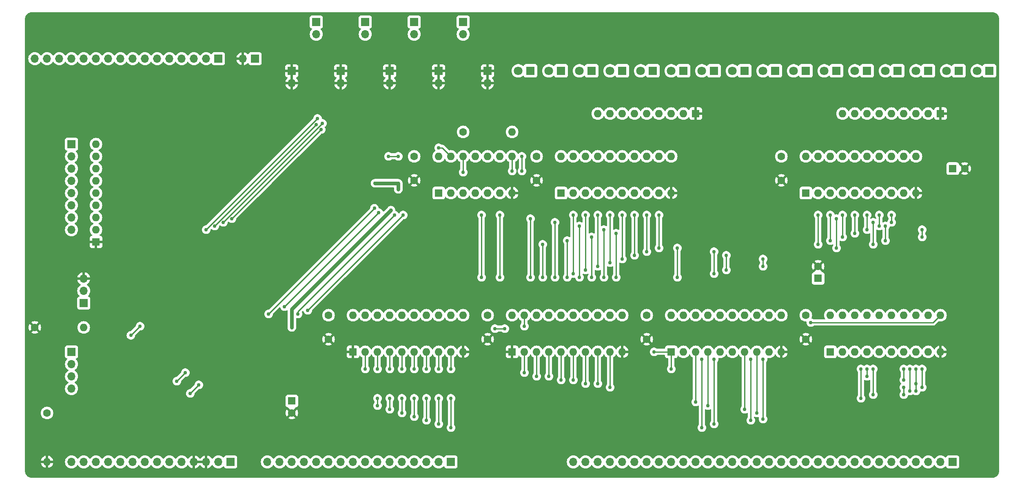
<source format=gbl>
G04 #@! TF.GenerationSoftware,KiCad,Pcbnew,(7.0.0)*
G04 #@! TF.CreationDate,2024-11-17T17:27:16-08:00*
G04 #@! TF.ProjectId,status_word,73746174-7573-45f7-976f-72642e6b6963,rev?*
G04 #@! TF.SameCoordinates,Original*
G04 #@! TF.FileFunction,Copper,L2,Bot*
G04 #@! TF.FilePolarity,Positive*
%FSLAX46Y46*%
G04 Gerber Fmt 4.6, Leading zero omitted, Abs format (unit mm)*
G04 Created by KiCad (PCBNEW (7.0.0)) date 2024-11-17 17:27:16*
%MOMM*%
%LPD*%
G01*
G04 APERTURE LIST*
G04 #@! TA.AperFunction,ComponentPad*
%ADD10C,1.600000*%
G04 #@! TD*
G04 #@! TA.AperFunction,ComponentPad*
%ADD11O,1.600000X1.600000*%
G04 #@! TD*
G04 #@! TA.AperFunction,ComponentPad*
%ADD12R,1.700000X1.700000*%
G04 #@! TD*
G04 #@! TA.AperFunction,ComponentPad*
%ADD13O,1.700000X1.700000*%
G04 #@! TD*
G04 #@! TA.AperFunction,ComponentPad*
%ADD14R,1.600000X1.600000*%
G04 #@! TD*
G04 #@! TA.AperFunction,ComponentPad*
%ADD15R,1.800000X1.800000*%
G04 #@! TD*
G04 #@! TA.AperFunction,ComponentPad*
%ADD16C,1.800000*%
G04 #@! TD*
G04 #@! TA.AperFunction,ViaPad*
%ADD17C,0.762000*%
G04 #@! TD*
G04 #@! TA.AperFunction,Conductor*
%ADD18C,0.762000*%
G04 #@! TD*
G04 #@! TA.AperFunction,Conductor*
%ADD19C,0.254000*%
G04 #@! TD*
G04 APERTURE END LIST*
D10*
X147320000Y-119300000D03*
X147320000Y-114300000D03*
X55880000Y-134620000D03*
D11*
X55879999Y-144779999D03*
D12*
X139699999Y-144779999D03*
D13*
X137159999Y-144779999D03*
X134619999Y-144779999D03*
X132079999Y-144779999D03*
X129539999Y-144779999D03*
X126999999Y-144779999D03*
X124459999Y-144779999D03*
X121919999Y-144779999D03*
X119379999Y-144779999D03*
X116839999Y-144779999D03*
X114299999Y-144779999D03*
X111759999Y-144779999D03*
X109219999Y-144779999D03*
X106679999Y-144779999D03*
X104139999Y-144779999D03*
X101599999Y-144779999D03*
D14*
X215899999Y-106639999D03*
D10*
X215900000Y-104140000D03*
D14*
X152399999Y-121919999D03*
D11*
X154939999Y-121919999D03*
X157479999Y-121919999D03*
X160019999Y-121919999D03*
X162559999Y-121919999D03*
X165099999Y-121919999D03*
X167639999Y-121919999D03*
X170179999Y-121919999D03*
X172719999Y-121919999D03*
X175259999Y-121919999D03*
X175259999Y-114299999D03*
X172719999Y-114299999D03*
X170179999Y-114299999D03*
X167639999Y-114299999D03*
X165099999Y-114299999D03*
X162559999Y-114299999D03*
X160019999Y-114299999D03*
X157479999Y-114299999D03*
X154939999Y-114299999D03*
X152399999Y-114299999D03*
D12*
X132079999Y-53339999D03*
D13*
X132079999Y-55879999D03*
D12*
X106679999Y-63499999D03*
D13*
X106679999Y-66039999D03*
D15*
X194309999Y-63499999D03*
D16*
X191770000Y-63500000D03*
D14*
X185419999Y-121919999D03*
D11*
X187959999Y-121919999D03*
X190499999Y-121919999D03*
X193039999Y-121919999D03*
X195579999Y-121919999D03*
X198119999Y-121919999D03*
X200659999Y-121919999D03*
X203199999Y-121919999D03*
X205739999Y-121919999D03*
X208279999Y-121919999D03*
X208279999Y-114299999D03*
X205739999Y-114299999D03*
X203199999Y-114299999D03*
X200659999Y-114299999D03*
X198119999Y-114299999D03*
X195579999Y-114299999D03*
X193039999Y-114299999D03*
X190499999Y-114299999D03*
X187959999Y-114299999D03*
X185419999Y-114299999D03*
D15*
X213359999Y-63499999D03*
D16*
X210820000Y-63500000D03*
D15*
X226059999Y-63499999D03*
D16*
X223520000Y-63500000D03*
D12*
X60959999Y-121919999D03*
D13*
X60959999Y-124459999D03*
X60959999Y-126999999D03*
X60959999Y-129539999D03*
D10*
X53340000Y-116840000D03*
D11*
X63499999Y-116839999D03*
D12*
X91439999Y-60959999D03*
D13*
X88899999Y-60959999D03*
X86359999Y-60959999D03*
X83819999Y-60959999D03*
X81279999Y-60959999D03*
X78739999Y-60959999D03*
X76199999Y-60959999D03*
X73659999Y-60959999D03*
X71119999Y-60959999D03*
X68579999Y-60959999D03*
X66039999Y-60959999D03*
X63499999Y-60959999D03*
X60959999Y-60959999D03*
X58419999Y-60959999D03*
X55879999Y-60959999D03*
X53339999Y-60959999D03*
D12*
X60959999Y-78739999D03*
D13*
X60959999Y-81279999D03*
X60959999Y-83819999D03*
X60959999Y-86359999D03*
X60959999Y-88899999D03*
X60959999Y-91439999D03*
X60959999Y-93979999D03*
X60959999Y-96519999D03*
D15*
X245109999Y-63499999D03*
D16*
X242570000Y-63500000D03*
D12*
X147319999Y-63499999D03*
D13*
X147319999Y-66039999D03*
D14*
X190499999Y-72389999D03*
D11*
X187959999Y-72389999D03*
X185419999Y-72389999D03*
X182879999Y-72389999D03*
X180339999Y-72389999D03*
X177799999Y-72389999D03*
X175259999Y-72389999D03*
X172719999Y-72389999D03*
X170179999Y-72389999D03*
D12*
X111759999Y-53339999D03*
D13*
X111759999Y-55879999D03*
D14*
X162559999Y-88899999D03*
D11*
X165099999Y-88899999D03*
X167639999Y-88899999D03*
X170179999Y-88899999D03*
X172719999Y-88899999D03*
X175259999Y-88899999D03*
X177799999Y-88899999D03*
X180339999Y-88899999D03*
X182879999Y-88899999D03*
X185419999Y-88899999D03*
X185419999Y-81279999D03*
X182879999Y-81279999D03*
X180339999Y-81279999D03*
X177799999Y-81279999D03*
X175259999Y-81279999D03*
X172719999Y-81279999D03*
X170179999Y-81279999D03*
X167639999Y-81279999D03*
X165099999Y-81279999D03*
X162559999Y-81279999D03*
D15*
X156209999Y-63499999D03*
D16*
X153670000Y-63500000D03*
D14*
X213359999Y-88899999D03*
D11*
X215899999Y-88899999D03*
X218439999Y-88899999D03*
X220979999Y-88899999D03*
X223519999Y-88899999D03*
X226059999Y-88899999D03*
X228599999Y-88899999D03*
X231139999Y-88899999D03*
X233679999Y-88899999D03*
X236219999Y-88899999D03*
X236219999Y-81279999D03*
X233679999Y-81279999D03*
X231139999Y-81279999D03*
X228599999Y-81279999D03*
X226059999Y-81279999D03*
X223519999Y-81279999D03*
X220979999Y-81279999D03*
X218439999Y-81279999D03*
X215899999Y-81279999D03*
X213359999Y-81279999D03*
D15*
X168909999Y-63499999D03*
D16*
X166370000Y-63500000D03*
D14*
X119379999Y-121919999D03*
D11*
X121919999Y-121919999D03*
X124459999Y-121919999D03*
X126999999Y-121919999D03*
X129539999Y-121919999D03*
X132079999Y-121919999D03*
X134619999Y-121919999D03*
X137159999Y-121919999D03*
X139699999Y-121919999D03*
X142239999Y-121919999D03*
X142239999Y-114299999D03*
X139699999Y-114299999D03*
X137159999Y-114299999D03*
X134619999Y-114299999D03*
X132079999Y-114299999D03*
X129539999Y-114299999D03*
X126999999Y-114299999D03*
X124459999Y-114299999D03*
X121919999Y-114299999D03*
X119379999Y-114299999D03*
D10*
X157480000Y-86280000D03*
X157480000Y-81280000D03*
D15*
X200659999Y-63499999D03*
D16*
X198120000Y-63500000D03*
D12*
X142239999Y-53339999D03*
D13*
X142239999Y-55879999D03*
D10*
X142240000Y-76200000D03*
D11*
X152399999Y-76199999D03*
D12*
X93979999Y-144779999D03*
D13*
X91439999Y-144779999D03*
X88899999Y-144779999D03*
X86359999Y-144779999D03*
X83819999Y-144779999D03*
X81279999Y-144779999D03*
X78739999Y-144779999D03*
X76199999Y-144779999D03*
X73659999Y-144779999D03*
X71119999Y-144779999D03*
X68579999Y-144779999D03*
X66039999Y-144779999D03*
X63499999Y-144779999D03*
X60959999Y-144779999D03*
D15*
X175259999Y-63499999D03*
D16*
X172720000Y-63500000D03*
D14*
X106679999Y-132119999D03*
D10*
X106680000Y-134620000D03*
X213360000Y-119300000D03*
X213360000Y-114300000D03*
D15*
X219709999Y-63499999D03*
D16*
X217170000Y-63500000D03*
D15*
X162559999Y-63499999D03*
D16*
X160020000Y-63500000D03*
D12*
X116839999Y-63499999D03*
D13*
X116839999Y-66039999D03*
D15*
X181609999Y-63499999D03*
D16*
X179070000Y-63500000D03*
D12*
X99059999Y-60959999D03*
D13*
X96519999Y-60959999D03*
D10*
X208280000Y-86280000D03*
X208280000Y-81280000D03*
D14*
X137159999Y-88899999D03*
D11*
X139699999Y-88899999D03*
X142239999Y-88899999D03*
X144779999Y-88899999D03*
X147319999Y-88899999D03*
X149859999Y-88899999D03*
X152399999Y-88899999D03*
X152399999Y-81279999D03*
X149859999Y-81279999D03*
X147319999Y-81279999D03*
X144779999Y-81279999D03*
X142239999Y-81279999D03*
X139699999Y-81279999D03*
X137159999Y-81279999D03*
D10*
X114300000Y-119300000D03*
X114300000Y-114300000D03*
D14*
X241299999Y-72389999D03*
D11*
X238759999Y-72389999D03*
X236219999Y-72389999D03*
X233679999Y-72389999D03*
X231139999Y-72389999D03*
X228599999Y-72389999D03*
X226059999Y-72389999D03*
X223519999Y-72389999D03*
X220979999Y-72389999D03*
D15*
X207009999Y-63499999D03*
D16*
X204470000Y-63500000D03*
D14*
X218439999Y-121919999D03*
D11*
X220979999Y-121919999D03*
X223519999Y-121919999D03*
X226059999Y-121919999D03*
X228599999Y-121919999D03*
X231139999Y-121919999D03*
X233679999Y-121919999D03*
X236219999Y-121919999D03*
X238759999Y-121919999D03*
X241299999Y-121919999D03*
X241299999Y-114299999D03*
X238759999Y-114299999D03*
X236219999Y-114299999D03*
X233679999Y-114299999D03*
X231139999Y-114299999D03*
X228599999Y-114299999D03*
X226059999Y-114299999D03*
X223519999Y-114299999D03*
X220979999Y-114299999D03*
X218439999Y-114299999D03*
D15*
X232409999Y-63499999D03*
D16*
X229870000Y-63500000D03*
D12*
X126999999Y-63499999D03*
D13*
X126999999Y-66039999D03*
D15*
X251459999Y-63499999D03*
D16*
X248920000Y-63500000D03*
D10*
X132080000Y-81280000D03*
X132080000Y-86280000D03*
D15*
X187959999Y-63499999D03*
D16*
X185420000Y-63500000D03*
D12*
X121919999Y-53339999D03*
D13*
X121919999Y-55879999D03*
D14*
X243839999Y-83819999D03*
D10*
X246340000Y-83820000D03*
D15*
X238759999Y-63499999D03*
D16*
X236220000Y-63500000D03*
D12*
X137159999Y-63499999D03*
D13*
X137159999Y-66039999D03*
D12*
X243839999Y-144779999D03*
D13*
X241299999Y-144779999D03*
X238759999Y-144779999D03*
X236219999Y-144779999D03*
X233679999Y-144779999D03*
X231139999Y-144779999D03*
X228599999Y-144779999D03*
X226059999Y-144779999D03*
X223519999Y-144779999D03*
X220979999Y-144779999D03*
X218439999Y-144779999D03*
X215899999Y-144779999D03*
X213359999Y-144779999D03*
X210819999Y-144779999D03*
X208279999Y-144779999D03*
X205739999Y-144779999D03*
X203199999Y-144779999D03*
X200659999Y-144779999D03*
X198119999Y-144779999D03*
X195579999Y-144779999D03*
X193039999Y-144779999D03*
X190499999Y-144779999D03*
X187959999Y-144779999D03*
X185419999Y-144779999D03*
X182879999Y-144779999D03*
X180339999Y-144779999D03*
X177799999Y-144779999D03*
X175259999Y-144779999D03*
X172719999Y-144779999D03*
X170179999Y-144779999D03*
X167639999Y-144779999D03*
X165099999Y-144779999D03*
D14*
X66039999Y-99059999D03*
D11*
X66039999Y-96519999D03*
X66039999Y-93979999D03*
X66039999Y-91439999D03*
X66039999Y-88899999D03*
X66039999Y-86359999D03*
X66039999Y-83819999D03*
X66039999Y-81279999D03*
X66039999Y-78739999D03*
D12*
X63499999Y-111759999D03*
D13*
X63499999Y-109219999D03*
X63499999Y-106679999D03*
D10*
X180340000Y-119300000D03*
X180340000Y-114300000D03*
D17*
X106680000Y-115570000D03*
X126238000Y-93472000D03*
X128778000Y-86868000D03*
X128778000Y-88138000D03*
X125222000Y-86868000D03*
X106680000Y-116840000D03*
X127254000Y-92456000D03*
X123952000Y-86868000D03*
X154940000Y-126238000D03*
X226060000Y-127000000D03*
X160020000Y-127000000D03*
X226060000Y-125476000D03*
X165100000Y-127762000D03*
X233680000Y-127762000D03*
X233680000Y-125476000D03*
X236220000Y-130048000D03*
X236220000Y-125476000D03*
X236220000Y-128524000D03*
X170180000Y-128524000D03*
X237490000Y-129286000D03*
X237490000Y-125476000D03*
X172720000Y-129286000D03*
X233680000Y-129286000D03*
X233680000Y-130810000D03*
X234950000Y-130048000D03*
X167640000Y-128524000D03*
X234950000Y-125476000D03*
X162560000Y-127762000D03*
X227330000Y-125476000D03*
X227330000Y-130810000D03*
X157480000Y-127000000D03*
X224790000Y-131572000D03*
X224790000Y-125476000D03*
X190500000Y-132334000D03*
X121920000Y-125476000D03*
X124460000Y-131572000D03*
X124460000Y-133096000D03*
X193040000Y-133096000D03*
X124460000Y-125476000D03*
X200660000Y-133858000D03*
X127000000Y-125476000D03*
X127000000Y-133858000D03*
X127000000Y-131572000D03*
X129540000Y-131572000D03*
X129540000Y-125476000D03*
X203200000Y-134620000D03*
X129540000Y-134620000D03*
X204470000Y-135890000D03*
X204470000Y-123444000D03*
X132080000Y-135382000D03*
X132080000Y-125476000D03*
X132080000Y-131572000D03*
X134620000Y-131572000D03*
X134620000Y-125476000D03*
X134620000Y-136144000D03*
X201930000Y-136144000D03*
X201930000Y-123444000D03*
X194310000Y-136906000D03*
X137160000Y-125476000D03*
X137160000Y-131572000D03*
X194310000Y-123444000D03*
X137160000Y-136906000D03*
X191770000Y-137668000D03*
X139700000Y-131572000D03*
X139700000Y-125476000D03*
X139700000Y-137668000D03*
X191770000Y-123444000D03*
X214376000Y-115824000D03*
X156210000Y-94234000D03*
X219710000Y-100330000D03*
X156210000Y-106426000D03*
X219710000Y-94234000D03*
X161290000Y-106426000D03*
X227330000Y-94996000D03*
X231140000Y-94996000D03*
X161290000Y-94996000D03*
X231140000Y-93472000D03*
X227330000Y-99568000D03*
X229870000Y-98806000D03*
X166370000Y-95758000D03*
X228600000Y-95758000D03*
X229870000Y-95758000D03*
X166370000Y-106426000D03*
X228600000Y-93472000D03*
X237490000Y-96520000D03*
X226060000Y-93472000D03*
X237490000Y-98044000D03*
X226060000Y-96520000D03*
X171450000Y-96520000D03*
X171450000Y-106426000D03*
X223520000Y-93472000D03*
X173990000Y-97282000D03*
X223520000Y-97282000D03*
X173990000Y-106426000D03*
X168910000Y-106426000D03*
X220980000Y-98044000D03*
X168910000Y-98044000D03*
X220980000Y-93472000D03*
X163830000Y-106426000D03*
X218440000Y-93472000D03*
X218440000Y-98806000D03*
X163830000Y-98806000D03*
X215900000Y-99568000D03*
X158750000Y-99568000D03*
X158750000Y-106426000D03*
X215900000Y-93472000D03*
X186690000Y-100330000D03*
X186690000Y-106426000D03*
X182880000Y-100330000D03*
X182880000Y-93472000D03*
X194310000Y-105664000D03*
X180340000Y-93472000D03*
X180340000Y-101092000D03*
X194310000Y-101092000D03*
X177800000Y-93472000D03*
X177800000Y-101854000D03*
X196850000Y-104902000D03*
X196850000Y-101854000D03*
X204470000Y-102616000D03*
X204470000Y-104140000D03*
X175260000Y-102616000D03*
X175260000Y-93472000D03*
X112776000Y-75692000D03*
X94234000Y-94234000D03*
X172720000Y-93472000D03*
X172720000Y-103378000D03*
X170180000Y-104140000D03*
X92456000Y-94996000D03*
X170180000Y-93472000D03*
X113030000Y-74422000D03*
X167640000Y-104902000D03*
X111760000Y-74676000D03*
X167640000Y-93472000D03*
X90678000Y-95758000D03*
X85598000Y-130556000D03*
X128016000Y-93472000D03*
X107950000Y-114046000D03*
X87376000Y-128778000D03*
X137160000Y-79502000D03*
X101854000Y-114046000D03*
X82804000Y-128016000D03*
X126746000Y-81280000D03*
X84582000Y-126238000D03*
X128778000Y-81280000D03*
X123825000Y-92075000D03*
X112014000Y-73406000D03*
X165100000Y-93472000D03*
X165100000Y-105664000D03*
X88900000Y-96520000D03*
X129794000Y-93472000D03*
X109982000Y-113284000D03*
X73279000Y-118491000D03*
X75184000Y-116586000D03*
X105156000Y-112522000D03*
X124714000Y-92964000D03*
X148844000Y-117094000D03*
X149860000Y-93472000D03*
X154432000Y-84328000D03*
X154940000Y-116586000D03*
X154432000Y-81280000D03*
X150876000Y-117094000D03*
X149860000Y-106426000D03*
X152400000Y-84328000D03*
X181864000Y-121920000D03*
X146050000Y-106426000D03*
X146050000Y-93472000D03*
X185420000Y-125476000D03*
X142240000Y-84582000D03*
D18*
X128778000Y-88138000D02*
X128778000Y-86868000D01*
X127254000Y-92456000D02*
X106680000Y-113030000D01*
X128778000Y-86868000D02*
X123952000Y-86868000D01*
X106680000Y-113030000D02*
X106680000Y-116840000D01*
D19*
X154940000Y-121920000D02*
X154940000Y-126238000D01*
X226060000Y-125476000D02*
X226060000Y-127000000D01*
X160020000Y-121920000D02*
X160020000Y-127000000D01*
X165100000Y-121920000D02*
X165100000Y-127762000D01*
X233680000Y-125476000D02*
X233680000Y-127762000D01*
X170180000Y-121920000D02*
X170180000Y-128524000D01*
X236220000Y-125476000D02*
X236220000Y-128524000D01*
X236220000Y-130048000D02*
X236220000Y-128524000D01*
X233680000Y-130810000D02*
X233680000Y-129286000D01*
X237490000Y-125476000D02*
X237490000Y-129286000D01*
X172720000Y-121920000D02*
X172720000Y-129286000D01*
X234950000Y-125476000D02*
X234950000Y-130048000D01*
X167640000Y-121920000D02*
X167640000Y-128524000D01*
X227330000Y-125476000D02*
X227330000Y-130810000D01*
X162560000Y-121920000D02*
X162560000Y-127762000D01*
X224790000Y-125476000D02*
X224790000Y-131572000D01*
X157480000Y-121920000D02*
X157480000Y-127000000D01*
X121920000Y-125476000D02*
X121920000Y-121920000D01*
X190500000Y-121920000D02*
X190500000Y-132334000D01*
X124460000Y-121920000D02*
X124460000Y-125476000D01*
X124460000Y-131572000D02*
X124460000Y-133096000D01*
X193040000Y-121920000D02*
X193040000Y-133096000D01*
X200660000Y-121920000D02*
X200660000Y-133858000D01*
X127000000Y-121920000D02*
X127000000Y-125476000D01*
X127000000Y-131572000D02*
X127000000Y-133858000D01*
X129540000Y-131572000D02*
X129540000Y-134620000D01*
X203200000Y-121920000D02*
X203200000Y-134620000D01*
X129540000Y-121920000D02*
X129540000Y-125476000D01*
X132080000Y-121920000D02*
X132080000Y-125476000D01*
X132080000Y-131572000D02*
X132080000Y-135382000D01*
X204470000Y-123444000D02*
X204470000Y-135890000D01*
X134620000Y-131572000D02*
X134620000Y-136144000D01*
X134620000Y-121920000D02*
X134620000Y-125476000D01*
X201930000Y-123444000D02*
X201930000Y-136144000D01*
X194310000Y-123444000D02*
X194310000Y-136906000D01*
X137160000Y-121920000D02*
X137160000Y-125476000D01*
X137160000Y-131572000D02*
X137160000Y-136906000D01*
X139700000Y-131572000D02*
X139700000Y-137668000D01*
X191770000Y-123444000D02*
X191770000Y-137668000D01*
X139700000Y-121920000D02*
X139700000Y-125476000D01*
X239776000Y-115824000D02*
X241300000Y-114300000D01*
X214376000Y-115824000D02*
X239776000Y-115824000D01*
X156210000Y-106426000D02*
X156210000Y-94234000D01*
X219710000Y-100330000D02*
X219710000Y-94234000D01*
X227330000Y-99568000D02*
X227330000Y-94996000D01*
X161290000Y-106426000D02*
X161290000Y-94996000D01*
X231140000Y-93472000D02*
X231140000Y-94996000D01*
X229870000Y-98806000D02*
X229870000Y-95758000D01*
X166370000Y-106426000D02*
X166370000Y-95758000D01*
X228600000Y-93472000D02*
X228600000Y-95758000D01*
X226060000Y-93472000D02*
X226060000Y-96520000D01*
X237490000Y-96520000D02*
X237490000Y-98044000D01*
X171450000Y-106426000D02*
X171450000Y-96520000D01*
X223520000Y-93472000D02*
X223520000Y-97282000D01*
X173990000Y-106426000D02*
X173990000Y-97282000D01*
X168910000Y-106426000D02*
X168910000Y-98044000D01*
X220980000Y-93472000D02*
X220980000Y-98044000D01*
X163830000Y-106426000D02*
X163830000Y-98806000D01*
X218440000Y-93472000D02*
X218440000Y-98806000D01*
X215900000Y-93472000D02*
X215900000Y-99568000D01*
X158750000Y-106426000D02*
X158750000Y-99568000D01*
X182880000Y-93472000D02*
X182880000Y-100330000D01*
X186690000Y-106426000D02*
X186690000Y-100330000D01*
X194310000Y-105664000D02*
X194310000Y-101092000D01*
X180340000Y-93472000D02*
X180340000Y-101092000D01*
X196850000Y-104902000D02*
X196850000Y-101854000D01*
X177800000Y-93472000D02*
X177800000Y-101854000D01*
X204470000Y-104140000D02*
X204470000Y-102616000D01*
X175260000Y-93472000D02*
X175260000Y-102616000D01*
X112776000Y-75692000D02*
X94234000Y-94234000D01*
X172720000Y-93472000D02*
X172720000Y-103378000D01*
X113030000Y-74422000D02*
X92456000Y-94996000D01*
X170180000Y-93472000D02*
X170180000Y-104140000D01*
X167640000Y-104902000D02*
X167640000Y-93472000D01*
X111760000Y-74676000D02*
X90678000Y-95758000D01*
X85598000Y-130556000D02*
X87376000Y-128778000D01*
X128016000Y-93472000D02*
X107950000Y-113538000D01*
X107950000Y-113538000D02*
X107950000Y-114046000D01*
X137922000Y-79502000D02*
X139700000Y-81280000D01*
X137160000Y-79502000D02*
X137922000Y-79502000D01*
X101854000Y-114046000D02*
X123825000Y-92075000D01*
X126746000Y-81280000D02*
X128778000Y-81280000D01*
X82804000Y-128016000D02*
X84582000Y-126238000D01*
X112014000Y-73406000D02*
X88900000Y-96520000D01*
X165100000Y-93472000D02*
X165100000Y-105664000D01*
X73279000Y-118491000D02*
X75184000Y-116586000D01*
X109982000Y-113284000D02*
X129794000Y-93472000D01*
X105156000Y-112522000D02*
X124714000Y-92964000D01*
X149860000Y-93472000D02*
X149860000Y-106426000D01*
X150876000Y-117094000D02*
X148844000Y-117094000D01*
X154940000Y-116586000D02*
X154940000Y-114300000D01*
X154432000Y-81280000D02*
X154432000Y-84328000D01*
X152400000Y-81280000D02*
X152400000Y-84328000D01*
X185420000Y-125476000D02*
X185420000Y-121920000D01*
X146050000Y-93472000D02*
X146050000Y-106426000D01*
X142240000Y-81280000D02*
X142240000Y-84582000D01*
X181864000Y-121920000D02*
X185420000Y-121920000D01*
G04 #@! TA.AperFunction,Conductor*
G36*
X252099853Y-51308881D02*
G01*
X252303734Y-51324927D01*
X252322950Y-51327971D01*
X252517062Y-51374574D01*
X252535552Y-51380582D01*
X252719987Y-51456976D01*
X252737312Y-51465804D01*
X252907524Y-51570110D01*
X252923260Y-51581544D01*
X253075053Y-51711187D01*
X253088812Y-51724946D01*
X253218455Y-51876739D01*
X253229890Y-51892477D01*
X253289346Y-51989500D01*
X253334192Y-52062681D01*
X253343025Y-52080018D01*
X253415910Y-52255980D01*
X253419414Y-52264438D01*
X253425427Y-52282943D01*
X253472028Y-52477050D01*
X253475072Y-52496268D01*
X253491118Y-52700146D01*
X253491500Y-52709875D01*
X253491500Y-146680125D01*
X253491118Y-146689854D01*
X253475072Y-146893731D01*
X253472028Y-146912949D01*
X253425427Y-147107056D01*
X253419414Y-147125561D01*
X253343026Y-147309980D01*
X253334192Y-147327318D01*
X253229892Y-147497519D01*
X253218455Y-147513260D01*
X253088812Y-147665053D01*
X253075053Y-147678812D01*
X252923260Y-147808455D01*
X252907519Y-147819892D01*
X252737318Y-147924192D01*
X252719980Y-147933026D01*
X252535561Y-148009414D01*
X252517056Y-148015427D01*
X252322949Y-148062028D01*
X252303731Y-148065072D01*
X252099854Y-148081118D01*
X252090125Y-148081500D01*
X52709875Y-148081500D01*
X52700146Y-148081118D01*
X52496268Y-148065072D01*
X52477050Y-148062028D01*
X52282943Y-148015427D01*
X52264438Y-148009414D01*
X52080019Y-147933026D01*
X52062681Y-147924192D01*
X51892480Y-147819892D01*
X51876739Y-147808455D01*
X51724946Y-147678812D01*
X51711187Y-147665053D01*
X51581544Y-147513260D01*
X51570110Y-147497524D01*
X51465804Y-147327312D01*
X51456976Y-147309987D01*
X51380582Y-147125552D01*
X51374574Y-147107062D01*
X51327971Y-146912949D01*
X51324927Y-146893731D01*
X51308882Y-146689854D01*
X51308500Y-146680125D01*
X51308500Y-145032551D01*
X54604452Y-145032551D01*
X54604820Y-145043780D01*
X54652330Y-145221092D01*
X54656022Y-145231234D01*
X54747579Y-145427580D01*
X54752967Y-145436912D01*
X54877232Y-145614381D01*
X54884169Y-145622647D01*
X55037352Y-145775830D01*
X55045618Y-145782767D01*
X55223087Y-145907032D01*
X55232419Y-145912420D01*
X55428765Y-146003977D01*
X55438907Y-146007669D01*
X55616219Y-146055179D01*
X55627448Y-146055547D01*
X55630000Y-146044605D01*
X56130000Y-146044605D01*
X56132551Y-146055547D01*
X56143780Y-146055179D01*
X56321092Y-146007669D01*
X56331234Y-146003977D01*
X56527580Y-145912420D01*
X56536912Y-145907032D01*
X56714381Y-145782767D01*
X56722647Y-145775830D01*
X56875830Y-145622647D01*
X56882767Y-145614381D01*
X57007032Y-145436912D01*
X57012420Y-145427580D01*
X57103977Y-145231234D01*
X57107669Y-145221092D01*
X57155179Y-145043780D01*
X57155547Y-145032551D01*
X57144605Y-145030000D01*
X56146326Y-145030000D01*
X56133450Y-145033450D01*
X56130000Y-145046326D01*
X56130000Y-146044605D01*
X55630000Y-146044605D01*
X55630000Y-145046326D01*
X55626549Y-145033450D01*
X55613674Y-145030000D01*
X54615395Y-145030000D01*
X54604452Y-145032551D01*
X51308500Y-145032551D01*
X51308500Y-144780000D01*
X59604341Y-144780000D01*
X59624937Y-145015408D01*
X59626336Y-145020630D01*
X59626337Y-145020634D01*
X59684694Y-145238430D01*
X59684697Y-145238438D01*
X59686097Y-145243663D01*
X59688385Y-145248570D01*
X59688386Y-145248572D01*
X59783678Y-145452927D01*
X59783681Y-145452933D01*
X59785965Y-145457830D01*
X59789064Y-145462257D01*
X59789066Y-145462259D01*
X59918399Y-145646966D01*
X59918402Y-145646970D01*
X59921505Y-145651401D01*
X60088599Y-145818495D01*
X60093031Y-145821598D01*
X60093033Y-145821600D01*
X60215043Y-145907032D01*
X60282170Y-145954035D01*
X60496337Y-146053903D01*
X60501567Y-146055304D01*
X60501569Y-146055305D01*
X60543619Y-146066572D01*
X60724592Y-146115063D01*
X60960000Y-146135659D01*
X61195408Y-146115063D01*
X61423663Y-146053903D01*
X61637830Y-145954035D01*
X61831401Y-145818495D01*
X61998495Y-145651401D01*
X62128424Y-145465842D01*
X62172743Y-145426976D01*
X62230000Y-145412965D01*
X62287257Y-145426976D01*
X62331575Y-145465842D01*
X62458395Y-145646961D01*
X62458401Y-145646968D01*
X62461505Y-145651401D01*
X62628599Y-145818495D01*
X62633031Y-145821598D01*
X62633033Y-145821600D01*
X62755043Y-145907032D01*
X62822170Y-145954035D01*
X63036337Y-146053903D01*
X63041567Y-146055304D01*
X63041569Y-146055305D01*
X63083619Y-146066572D01*
X63264592Y-146115063D01*
X63500000Y-146135659D01*
X63735408Y-146115063D01*
X63963663Y-146053903D01*
X64177830Y-145954035D01*
X64371401Y-145818495D01*
X64538495Y-145651401D01*
X64668424Y-145465842D01*
X64712743Y-145426976D01*
X64770000Y-145412965D01*
X64827257Y-145426976D01*
X64871575Y-145465842D01*
X64998395Y-145646961D01*
X64998401Y-145646968D01*
X65001505Y-145651401D01*
X65168599Y-145818495D01*
X65173031Y-145821598D01*
X65173033Y-145821600D01*
X65295043Y-145907032D01*
X65362170Y-145954035D01*
X65576337Y-146053903D01*
X65581567Y-146055304D01*
X65581569Y-146055305D01*
X65623619Y-146066572D01*
X65804592Y-146115063D01*
X66040000Y-146135659D01*
X66275408Y-146115063D01*
X66503663Y-146053903D01*
X66717830Y-145954035D01*
X66911401Y-145818495D01*
X67078495Y-145651401D01*
X67208424Y-145465842D01*
X67252743Y-145426976D01*
X67310000Y-145412965D01*
X67367257Y-145426976D01*
X67411575Y-145465842D01*
X67538395Y-145646961D01*
X67538401Y-145646968D01*
X67541505Y-145651401D01*
X67708599Y-145818495D01*
X67713031Y-145821598D01*
X67713033Y-145821600D01*
X67835043Y-145907032D01*
X67902170Y-145954035D01*
X68116337Y-146053903D01*
X68121567Y-146055304D01*
X68121569Y-146055305D01*
X68163619Y-146066572D01*
X68344592Y-146115063D01*
X68580000Y-146135659D01*
X68815408Y-146115063D01*
X69043663Y-146053903D01*
X69257830Y-145954035D01*
X69451401Y-145818495D01*
X69618495Y-145651401D01*
X69748424Y-145465842D01*
X69792743Y-145426976D01*
X69850000Y-145412965D01*
X69907257Y-145426976D01*
X69951575Y-145465842D01*
X70078395Y-145646961D01*
X70078401Y-145646968D01*
X70081505Y-145651401D01*
X70248599Y-145818495D01*
X70253031Y-145821598D01*
X70253033Y-145821600D01*
X70375043Y-145907032D01*
X70442170Y-145954035D01*
X70656337Y-146053903D01*
X70661567Y-146055304D01*
X70661569Y-146055305D01*
X70703619Y-146066572D01*
X70884592Y-146115063D01*
X71120000Y-146135659D01*
X71355408Y-146115063D01*
X71583663Y-146053903D01*
X71797830Y-145954035D01*
X71991401Y-145818495D01*
X72158495Y-145651401D01*
X72288424Y-145465842D01*
X72332743Y-145426976D01*
X72390000Y-145412965D01*
X72447257Y-145426976D01*
X72491575Y-145465842D01*
X72618395Y-145646961D01*
X72618401Y-145646968D01*
X72621505Y-145651401D01*
X72788599Y-145818495D01*
X72793031Y-145821598D01*
X72793033Y-145821600D01*
X72915043Y-145907032D01*
X72982170Y-145954035D01*
X73196337Y-146053903D01*
X73201567Y-146055304D01*
X73201569Y-146055305D01*
X73243619Y-146066572D01*
X73424592Y-146115063D01*
X73660000Y-146135659D01*
X73895408Y-146115063D01*
X74123663Y-146053903D01*
X74337830Y-145954035D01*
X74531401Y-145818495D01*
X74698495Y-145651401D01*
X74828424Y-145465842D01*
X74872743Y-145426976D01*
X74930000Y-145412965D01*
X74987257Y-145426976D01*
X75031575Y-145465842D01*
X75158395Y-145646961D01*
X75158401Y-145646968D01*
X75161505Y-145651401D01*
X75328599Y-145818495D01*
X75333031Y-145821598D01*
X75333033Y-145821600D01*
X75455043Y-145907032D01*
X75522170Y-145954035D01*
X75736337Y-146053903D01*
X75741567Y-146055304D01*
X75741569Y-146055305D01*
X75783619Y-146066572D01*
X75964592Y-146115063D01*
X76200000Y-146135659D01*
X76435408Y-146115063D01*
X76663663Y-146053903D01*
X76877830Y-145954035D01*
X77071401Y-145818495D01*
X77238495Y-145651401D01*
X77368424Y-145465842D01*
X77412743Y-145426976D01*
X77470000Y-145412965D01*
X77527257Y-145426976D01*
X77571575Y-145465842D01*
X77698395Y-145646961D01*
X77698401Y-145646968D01*
X77701505Y-145651401D01*
X77868599Y-145818495D01*
X77873031Y-145821598D01*
X77873033Y-145821600D01*
X77995043Y-145907032D01*
X78062170Y-145954035D01*
X78276337Y-146053903D01*
X78281567Y-146055304D01*
X78281569Y-146055305D01*
X78323619Y-146066572D01*
X78504592Y-146115063D01*
X78740000Y-146135659D01*
X78975408Y-146115063D01*
X79203663Y-146053903D01*
X79417830Y-145954035D01*
X79611401Y-145818495D01*
X79778495Y-145651401D01*
X79908424Y-145465842D01*
X79952743Y-145426976D01*
X80010000Y-145412965D01*
X80067257Y-145426976D01*
X80111575Y-145465842D01*
X80238395Y-145646961D01*
X80238401Y-145646968D01*
X80241505Y-145651401D01*
X80408599Y-145818495D01*
X80413031Y-145821598D01*
X80413033Y-145821600D01*
X80535043Y-145907032D01*
X80602170Y-145954035D01*
X80816337Y-146053903D01*
X80821567Y-146055304D01*
X80821569Y-146055305D01*
X80863619Y-146066572D01*
X81044592Y-146115063D01*
X81280000Y-146135659D01*
X81515408Y-146115063D01*
X81743663Y-146053903D01*
X81957830Y-145954035D01*
X82151401Y-145818495D01*
X82318495Y-145651401D01*
X82448424Y-145465842D01*
X82492743Y-145426976D01*
X82550000Y-145412965D01*
X82607257Y-145426976D01*
X82651575Y-145465842D01*
X82778395Y-145646961D01*
X82778401Y-145646968D01*
X82781505Y-145651401D01*
X82948599Y-145818495D01*
X82953031Y-145821598D01*
X82953033Y-145821600D01*
X83075043Y-145907032D01*
X83142170Y-145954035D01*
X83356337Y-146053903D01*
X83361567Y-146055304D01*
X83361569Y-146055305D01*
X83403619Y-146066572D01*
X83584592Y-146115063D01*
X83820000Y-146135659D01*
X84055408Y-146115063D01*
X84283663Y-146053903D01*
X84497830Y-145954035D01*
X84691401Y-145818495D01*
X84858495Y-145651401D01*
X84988730Y-145465405D01*
X85033048Y-145426540D01*
X85090305Y-145412529D01*
X85147562Y-145426540D01*
X85191880Y-145465405D01*
X85318784Y-145646643D01*
X85325721Y-145654909D01*
X85485090Y-145814278D01*
X85493356Y-145821215D01*
X85677991Y-145950498D01*
X85687323Y-145955886D01*
X85891602Y-146051143D01*
X85901736Y-146054831D01*
X86096219Y-146106943D01*
X86107448Y-146107311D01*
X86110000Y-146096369D01*
X86610000Y-146096369D01*
X86612551Y-146107311D01*
X86623780Y-146106943D01*
X86818263Y-146054831D01*
X86828397Y-146051143D01*
X87032676Y-145955886D01*
X87042008Y-145950498D01*
X87226643Y-145821215D01*
X87234909Y-145814278D01*
X87394278Y-145654909D01*
X87401215Y-145646643D01*
X87528425Y-145464969D01*
X87572743Y-145426104D01*
X87630000Y-145412093D01*
X87687257Y-145426104D01*
X87731575Y-145464969D01*
X87858784Y-145646643D01*
X87865721Y-145654909D01*
X88025090Y-145814278D01*
X88033356Y-145821215D01*
X88217991Y-145950498D01*
X88227323Y-145955886D01*
X88431602Y-146051143D01*
X88441736Y-146054831D01*
X88636219Y-146106943D01*
X88647448Y-146107311D01*
X88650000Y-146096369D01*
X89150000Y-146096369D01*
X89152551Y-146107311D01*
X89163780Y-146106943D01*
X89358263Y-146054831D01*
X89368397Y-146051143D01*
X89572676Y-145955886D01*
X89582008Y-145950498D01*
X89766643Y-145821215D01*
X89774909Y-145814278D01*
X89934278Y-145654909D01*
X89941219Y-145646638D01*
X90068119Y-145465406D01*
X90112437Y-145426540D01*
X90169694Y-145412529D01*
X90226951Y-145426540D01*
X90271269Y-145465405D01*
X90398399Y-145646966D01*
X90398402Y-145646970D01*
X90401505Y-145651401D01*
X90568599Y-145818495D01*
X90573031Y-145821598D01*
X90573033Y-145821600D01*
X90695043Y-145907032D01*
X90762170Y-145954035D01*
X90976337Y-146053903D01*
X90981567Y-146055304D01*
X90981569Y-146055305D01*
X91023619Y-146066572D01*
X91204592Y-146115063D01*
X91440000Y-146135659D01*
X91675408Y-146115063D01*
X91903663Y-146053903D01*
X92117830Y-145954035D01*
X92311401Y-145818495D01*
X92433329Y-145696566D01*
X92486072Y-145665273D01*
X92547365Y-145663084D01*
X92602210Y-145690537D01*
X92637189Y-145740916D01*
X92686204Y-145872331D01*
X92691518Y-145879430D01*
X92691519Y-145879431D01*
X92747367Y-145954035D01*
X92772454Y-145987546D01*
X92887669Y-146073796D01*
X93022517Y-146124091D01*
X93082127Y-146130500D01*
X94877872Y-146130499D01*
X94937483Y-146124091D01*
X95072331Y-146073796D01*
X95187546Y-145987546D01*
X95273796Y-145872331D01*
X95324091Y-145737483D01*
X95330500Y-145677873D01*
X95330499Y-144780000D01*
X100244341Y-144780000D01*
X100264937Y-145015408D01*
X100266336Y-145020630D01*
X100266337Y-145020634D01*
X100324694Y-145238430D01*
X100324697Y-145238438D01*
X100326097Y-145243663D01*
X100328385Y-145248570D01*
X100328386Y-145248572D01*
X100423678Y-145452927D01*
X100423681Y-145452933D01*
X100425965Y-145457830D01*
X100429064Y-145462257D01*
X100429066Y-145462259D01*
X100558399Y-145646966D01*
X100558402Y-145646970D01*
X100561505Y-145651401D01*
X100728599Y-145818495D01*
X100733031Y-145821598D01*
X100733033Y-145821600D01*
X100855043Y-145907032D01*
X100922170Y-145954035D01*
X101136337Y-146053903D01*
X101141567Y-146055304D01*
X101141569Y-146055305D01*
X101183619Y-146066572D01*
X101364592Y-146115063D01*
X101600000Y-146135659D01*
X101835408Y-146115063D01*
X102063663Y-146053903D01*
X102277830Y-145954035D01*
X102471401Y-145818495D01*
X102638495Y-145651401D01*
X102768424Y-145465842D01*
X102812743Y-145426976D01*
X102870000Y-145412965D01*
X102927257Y-145426976D01*
X102971575Y-145465842D01*
X103098395Y-145646961D01*
X103098401Y-145646968D01*
X103101505Y-145651401D01*
X103268599Y-145818495D01*
X103273031Y-145821598D01*
X103273033Y-145821600D01*
X103395043Y-145907032D01*
X103462170Y-145954035D01*
X103676337Y-146053903D01*
X103681567Y-146055304D01*
X103681569Y-146055305D01*
X103723619Y-146066572D01*
X103904592Y-146115063D01*
X104140000Y-146135659D01*
X104375408Y-146115063D01*
X104603663Y-146053903D01*
X104817830Y-145954035D01*
X105011401Y-145818495D01*
X105178495Y-145651401D01*
X105308424Y-145465842D01*
X105352743Y-145426976D01*
X105410000Y-145412965D01*
X105467257Y-145426976D01*
X105511575Y-145465842D01*
X105638395Y-145646961D01*
X105638401Y-145646968D01*
X105641505Y-145651401D01*
X105808599Y-145818495D01*
X105813031Y-145821598D01*
X105813033Y-145821600D01*
X105935043Y-145907032D01*
X106002170Y-145954035D01*
X106216337Y-146053903D01*
X106221567Y-146055304D01*
X106221569Y-146055305D01*
X106263619Y-146066572D01*
X106444592Y-146115063D01*
X106680000Y-146135659D01*
X106915408Y-146115063D01*
X107143663Y-146053903D01*
X107357830Y-145954035D01*
X107551401Y-145818495D01*
X107718495Y-145651401D01*
X107848424Y-145465842D01*
X107892743Y-145426976D01*
X107950000Y-145412965D01*
X108007257Y-145426976D01*
X108051575Y-145465842D01*
X108178395Y-145646961D01*
X108178401Y-145646968D01*
X108181505Y-145651401D01*
X108348599Y-145818495D01*
X108353031Y-145821598D01*
X108353033Y-145821600D01*
X108475043Y-145907032D01*
X108542170Y-145954035D01*
X108756337Y-146053903D01*
X108761567Y-146055304D01*
X108761569Y-146055305D01*
X108803619Y-146066572D01*
X108984592Y-146115063D01*
X109220000Y-146135659D01*
X109455408Y-146115063D01*
X109683663Y-146053903D01*
X109897830Y-145954035D01*
X110091401Y-145818495D01*
X110258495Y-145651401D01*
X110388424Y-145465842D01*
X110432743Y-145426976D01*
X110490000Y-145412965D01*
X110547257Y-145426976D01*
X110591575Y-145465842D01*
X110718395Y-145646961D01*
X110718401Y-145646968D01*
X110721505Y-145651401D01*
X110888599Y-145818495D01*
X110893031Y-145821598D01*
X110893033Y-145821600D01*
X111015043Y-145907032D01*
X111082170Y-145954035D01*
X111296337Y-146053903D01*
X111301567Y-146055304D01*
X111301569Y-146055305D01*
X111343619Y-146066572D01*
X111524592Y-146115063D01*
X111760000Y-146135659D01*
X111995408Y-146115063D01*
X112223663Y-146053903D01*
X112437830Y-145954035D01*
X112631401Y-145818495D01*
X112798495Y-145651401D01*
X112928424Y-145465842D01*
X112972743Y-145426976D01*
X113030000Y-145412965D01*
X113087257Y-145426976D01*
X113131575Y-145465842D01*
X113258395Y-145646961D01*
X113258401Y-145646968D01*
X113261505Y-145651401D01*
X113428599Y-145818495D01*
X113433031Y-145821598D01*
X113433033Y-145821600D01*
X113555043Y-145907032D01*
X113622170Y-145954035D01*
X113836337Y-146053903D01*
X113841567Y-146055304D01*
X113841569Y-146055305D01*
X113883619Y-146066572D01*
X114064592Y-146115063D01*
X114300000Y-146135659D01*
X114535408Y-146115063D01*
X114763663Y-146053903D01*
X114977830Y-145954035D01*
X115171401Y-145818495D01*
X115338495Y-145651401D01*
X115468424Y-145465842D01*
X115512743Y-145426976D01*
X115570000Y-145412965D01*
X115627257Y-145426976D01*
X115671575Y-145465842D01*
X115798395Y-145646961D01*
X115798401Y-145646968D01*
X115801505Y-145651401D01*
X115968599Y-145818495D01*
X115973031Y-145821598D01*
X115973033Y-145821600D01*
X116095043Y-145907032D01*
X116162170Y-145954035D01*
X116376337Y-146053903D01*
X116381567Y-146055304D01*
X116381569Y-146055305D01*
X116423619Y-146066572D01*
X116604592Y-146115063D01*
X116840000Y-146135659D01*
X117075408Y-146115063D01*
X117303663Y-146053903D01*
X117517830Y-145954035D01*
X117711401Y-145818495D01*
X117878495Y-145651401D01*
X118008424Y-145465842D01*
X118052743Y-145426976D01*
X118110000Y-145412965D01*
X118167257Y-145426976D01*
X118211575Y-145465842D01*
X118338395Y-145646961D01*
X118338401Y-145646968D01*
X118341505Y-145651401D01*
X118508599Y-145818495D01*
X118513031Y-145821598D01*
X118513033Y-145821600D01*
X118635043Y-145907032D01*
X118702170Y-145954035D01*
X118916337Y-146053903D01*
X118921567Y-146055304D01*
X118921569Y-146055305D01*
X118963619Y-146066572D01*
X119144592Y-146115063D01*
X119380000Y-146135659D01*
X119615408Y-146115063D01*
X119843663Y-146053903D01*
X120057830Y-145954035D01*
X120251401Y-145818495D01*
X120418495Y-145651401D01*
X120548424Y-145465842D01*
X120592743Y-145426976D01*
X120650000Y-145412965D01*
X120707257Y-145426976D01*
X120751575Y-145465842D01*
X120878395Y-145646961D01*
X120878401Y-145646968D01*
X120881505Y-145651401D01*
X121048599Y-145818495D01*
X121053031Y-145821598D01*
X121053033Y-145821600D01*
X121175043Y-145907032D01*
X121242170Y-145954035D01*
X121456337Y-146053903D01*
X121461567Y-146055304D01*
X121461569Y-146055305D01*
X121503619Y-146066572D01*
X121684592Y-146115063D01*
X121920000Y-146135659D01*
X122155408Y-146115063D01*
X122383663Y-146053903D01*
X122597830Y-145954035D01*
X122791401Y-145818495D01*
X122958495Y-145651401D01*
X123088424Y-145465842D01*
X123132743Y-145426976D01*
X123190000Y-145412965D01*
X123247257Y-145426976D01*
X123291575Y-145465842D01*
X123418395Y-145646961D01*
X123418401Y-145646968D01*
X123421505Y-145651401D01*
X123588599Y-145818495D01*
X123593031Y-145821598D01*
X123593033Y-145821600D01*
X123715043Y-145907032D01*
X123782170Y-145954035D01*
X123996337Y-146053903D01*
X124001567Y-146055304D01*
X124001569Y-146055305D01*
X124043619Y-146066572D01*
X124224592Y-146115063D01*
X124460000Y-146135659D01*
X124695408Y-146115063D01*
X124923663Y-146053903D01*
X125137830Y-145954035D01*
X125331401Y-145818495D01*
X125498495Y-145651401D01*
X125628424Y-145465842D01*
X125672743Y-145426976D01*
X125730000Y-145412965D01*
X125787257Y-145426976D01*
X125831575Y-145465842D01*
X125958395Y-145646961D01*
X125958401Y-145646968D01*
X125961505Y-145651401D01*
X126128599Y-145818495D01*
X126133031Y-145821598D01*
X126133033Y-145821600D01*
X126255043Y-145907032D01*
X126322170Y-145954035D01*
X126536337Y-146053903D01*
X126541567Y-146055304D01*
X126541569Y-146055305D01*
X126583619Y-146066572D01*
X126764592Y-146115063D01*
X127000000Y-146135659D01*
X127235408Y-146115063D01*
X127463663Y-146053903D01*
X127677830Y-145954035D01*
X127871401Y-145818495D01*
X128038495Y-145651401D01*
X128168424Y-145465842D01*
X128212743Y-145426976D01*
X128270000Y-145412965D01*
X128327257Y-145426976D01*
X128371575Y-145465842D01*
X128498395Y-145646961D01*
X128498401Y-145646968D01*
X128501505Y-145651401D01*
X128668599Y-145818495D01*
X128673031Y-145821598D01*
X128673033Y-145821600D01*
X128795043Y-145907032D01*
X128862170Y-145954035D01*
X129076337Y-146053903D01*
X129081567Y-146055304D01*
X129081569Y-146055305D01*
X129123619Y-146066572D01*
X129304592Y-146115063D01*
X129540000Y-146135659D01*
X129775408Y-146115063D01*
X130003663Y-146053903D01*
X130217830Y-145954035D01*
X130411401Y-145818495D01*
X130578495Y-145651401D01*
X130708424Y-145465842D01*
X130752743Y-145426976D01*
X130810000Y-145412965D01*
X130867257Y-145426976D01*
X130911575Y-145465842D01*
X131038395Y-145646961D01*
X131038401Y-145646968D01*
X131041505Y-145651401D01*
X131208599Y-145818495D01*
X131213031Y-145821598D01*
X131213033Y-145821600D01*
X131335043Y-145907032D01*
X131402170Y-145954035D01*
X131616337Y-146053903D01*
X131621567Y-146055304D01*
X131621569Y-146055305D01*
X131663619Y-146066572D01*
X131844592Y-146115063D01*
X132080000Y-146135659D01*
X132315408Y-146115063D01*
X132543663Y-146053903D01*
X132757830Y-145954035D01*
X132951401Y-145818495D01*
X133118495Y-145651401D01*
X133248424Y-145465842D01*
X133292743Y-145426976D01*
X133350000Y-145412965D01*
X133407257Y-145426976D01*
X133451575Y-145465842D01*
X133578395Y-145646961D01*
X133578401Y-145646968D01*
X133581505Y-145651401D01*
X133748599Y-145818495D01*
X133753031Y-145821598D01*
X133753033Y-145821600D01*
X133875043Y-145907032D01*
X133942170Y-145954035D01*
X134156337Y-146053903D01*
X134161567Y-146055304D01*
X134161569Y-146055305D01*
X134203619Y-146066572D01*
X134384592Y-146115063D01*
X134620000Y-146135659D01*
X134855408Y-146115063D01*
X135083663Y-146053903D01*
X135297830Y-145954035D01*
X135491401Y-145818495D01*
X135658495Y-145651401D01*
X135788424Y-145465842D01*
X135832743Y-145426976D01*
X135890000Y-145412965D01*
X135947257Y-145426976D01*
X135991575Y-145465842D01*
X136118395Y-145646961D01*
X136118401Y-145646968D01*
X136121505Y-145651401D01*
X136288599Y-145818495D01*
X136293031Y-145821598D01*
X136293033Y-145821600D01*
X136415043Y-145907032D01*
X136482170Y-145954035D01*
X136696337Y-146053903D01*
X136701567Y-146055304D01*
X136701569Y-146055305D01*
X136743619Y-146066572D01*
X136924592Y-146115063D01*
X137160000Y-146135659D01*
X137395408Y-146115063D01*
X137623663Y-146053903D01*
X137837830Y-145954035D01*
X138031401Y-145818495D01*
X138153329Y-145696566D01*
X138206072Y-145665273D01*
X138267365Y-145663084D01*
X138322210Y-145690537D01*
X138357189Y-145740916D01*
X138406204Y-145872331D01*
X138411518Y-145879430D01*
X138411519Y-145879431D01*
X138467367Y-145954035D01*
X138492454Y-145987546D01*
X138607669Y-146073796D01*
X138742517Y-146124091D01*
X138802127Y-146130500D01*
X140597872Y-146130499D01*
X140657483Y-146124091D01*
X140792331Y-146073796D01*
X140907546Y-145987546D01*
X140993796Y-145872331D01*
X141044091Y-145737483D01*
X141050500Y-145677873D01*
X141050499Y-144780000D01*
X163744341Y-144780000D01*
X163764937Y-145015408D01*
X163766336Y-145020630D01*
X163766337Y-145020634D01*
X163824694Y-145238430D01*
X163824697Y-145238438D01*
X163826097Y-145243663D01*
X163828385Y-145248570D01*
X163828386Y-145248572D01*
X163923678Y-145452927D01*
X163923681Y-145452933D01*
X163925965Y-145457830D01*
X163929064Y-145462257D01*
X163929066Y-145462259D01*
X164058399Y-145646966D01*
X164058402Y-145646970D01*
X164061505Y-145651401D01*
X164228599Y-145818495D01*
X164233031Y-145821598D01*
X164233033Y-145821600D01*
X164355043Y-145907032D01*
X164422170Y-145954035D01*
X164636337Y-146053903D01*
X164641567Y-146055304D01*
X164641569Y-146055305D01*
X164683619Y-146066572D01*
X164864592Y-146115063D01*
X165100000Y-146135659D01*
X165335408Y-146115063D01*
X165563663Y-146053903D01*
X165777830Y-145954035D01*
X165971401Y-145818495D01*
X166138495Y-145651401D01*
X166268424Y-145465842D01*
X166312743Y-145426976D01*
X166370000Y-145412965D01*
X166427257Y-145426976D01*
X166471575Y-145465842D01*
X166598395Y-145646961D01*
X166598401Y-145646968D01*
X166601505Y-145651401D01*
X166768599Y-145818495D01*
X166773031Y-145821598D01*
X166773033Y-145821600D01*
X166895043Y-145907032D01*
X166962170Y-145954035D01*
X167176337Y-146053903D01*
X167181567Y-146055304D01*
X167181569Y-146055305D01*
X167223619Y-146066572D01*
X167404592Y-146115063D01*
X167640000Y-146135659D01*
X167875408Y-146115063D01*
X168103663Y-146053903D01*
X168317830Y-145954035D01*
X168511401Y-145818495D01*
X168678495Y-145651401D01*
X168808424Y-145465842D01*
X168852743Y-145426976D01*
X168910000Y-145412965D01*
X168967257Y-145426976D01*
X169011575Y-145465842D01*
X169138395Y-145646961D01*
X169138401Y-145646968D01*
X169141505Y-145651401D01*
X169308599Y-145818495D01*
X169313031Y-145821598D01*
X169313033Y-145821600D01*
X169435043Y-145907032D01*
X169502170Y-145954035D01*
X169716337Y-146053903D01*
X169721567Y-146055304D01*
X169721569Y-146055305D01*
X169763619Y-146066572D01*
X169944592Y-146115063D01*
X170180000Y-146135659D01*
X170415408Y-146115063D01*
X170643663Y-146053903D01*
X170857830Y-145954035D01*
X171051401Y-145818495D01*
X171218495Y-145651401D01*
X171348424Y-145465842D01*
X171392743Y-145426976D01*
X171450000Y-145412965D01*
X171507257Y-145426976D01*
X171551575Y-145465842D01*
X171678395Y-145646961D01*
X171678401Y-145646968D01*
X171681505Y-145651401D01*
X171848599Y-145818495D01*
X171853031Y-145821598D01*
X171853033Y-145821600D01*
X171975043Y-145907032D01*
X172042170Y-145954035D01*
X172256337Y-146053903D01*
X172261567Y-146055304D01*
X172261569Y-146055305D01*
X172303619Y-146066572D01*
X172484592Y-146115063D01*
X172720000Y-146135659D01*
X172955408Y-146115063D01*
X173183663Y-146053903D01*
X173397830Y-145954035D01*
X173591401Y-145818495D01*
X173758495Y-145651401D01*
X173888424Y-145465842D01*
X173932743Y-145426976D01*
X173990000Y-145412965D01*
X174047257Y-145426976D01*
X174091575Y-145465842D01*
X174218395Y-145646961D01*
X174218401Y-145646968D01*
X174221505Y-145651401D01*
X174388599Y-145818495D01*
X174393031Y-145821598D01*
X174393033Y-145821600D01*
X174515043Y-145907032D01*
X174582170Y-145954035D01*
X174796337Y-146053903D01*
X174801567Y-146055304D01*
X174801569Y-146055305D01*
X174843619Y-146066572D01*
X175024592Y-146115063D01*
X175260000Y-146135659D01*
X175495408Y-146115063D01*
X175723663Y-146053903D01*
X175937830Y-145954035D01*
X176131401Y-145818495D01*
X176298495Y-145651401D01*
X176428424Y-145465842D01*
X176472743Y-145426976D01*
X176530000Y-145412965D01*
X176587257Y-145426976D01*
X176631575Y-145465842D01*
X176758395Y-145646961D01*
X176758401Y-145646968D01*
X176761505Y-145651401D01*
X176928599Y-145818495D01*
X176933031Y-145821598D01*
X176933033Y-145821600D01*
X177055043Y-145907032D01*
X177122170Y-145954035D01*
X177336337Y-146053903D01*
X177341567Y-146055304D01*
X177341569Y-146055305D01*
X177383619Y-146066572D01*
X177564592Y-146115063D01*
X177800000Y-146135659D01*
X178035408Y-146115063D01*
X178263663Y-146053903D01*
X178477830Y-145954035D01*
X178671401Y-145818495D01*
X178838495Y-145651401D01*
X178968424Y-145465842D01*
X179012743Y-145426976D01*
X179070000Y-145412965D01*
X179127257Y-145426976D01*
X179171575Y-145465842D01*
X179298395Y-145646961D01*
X179298401Y-145646968D01*
X179301505Y-145651401D01*
X179468599Y-145818495D01*
X179473031Y-145821598D01*
X179473033Y-145821600D01*
X179595043Y-145907032D01*
X179662170Y-145954035D01*
X179876337Y-146053903D01*
X179881567Y-146055304D01*
X179881569Y-146055305D01*
X179923619Y-146066572D01*
X180104592Y-146115063D01*
X180340000Y-146135659D01*
X180575408Y-146115063D01*
X180803663Y-146053903D01*
X181017830Y-145954035D01*
X181211401Y-145818495D01*
X181378495Y-145651401D01*
X181508424Y-145465842D01*
X181552743Y-145426976D01*
X181610000Y-145412965D01*
X181667257Y-145426976D01*
X181711575Y-145465842D01*
X181838395Y-145646961D01*
X181838401Y-145646968D01*
X181841505Y-145651401D01*
X182008599Y-145818495D01*
X182013031Y-145821598D01*
X182013033Y-145821600D01*
X182135043Y-145907032D01*
X182202170Y-145954035D01*
X182416337Y-146053903D01*
X182421567Y-146055304D01*
X182421569Y-146055305D01*
X182463619Y-146066572D01*
X182644592Y-146115063D01*
X182880000Y-146135659D01*
X183115408Y-146115063D01*
X183343663Y-146053903D01*
X183557830Y-145954035D01*
X183751401Y-145818495D01*
X183918495Y-145651401D01*
X184048424Y-145465842D01*
X184092743Y-145426976D01*
X184150000Y-145412965D01*
X184207257Y-145426976D01*
X184251575Y-145465842D01*
X184378395Y-145646961D01*
X184378401Y-145646968D01*
X184381505Y-145651401D01*
X184548599Y-145818495D01*
X184553031Y-145821598D01*
X184553033Y-145821600D01*
X184675043Y-145907032D01*
X184742170Y-145954035D01*
X184956337Y-146053903D01*
X184961567Y-146055304D01*
X184961569Y-146055305D01*
X185003619Y-146066572D01*
X185184592Y-146115063D01*
X185420000Y-146135659D01*
X185655408Y-146115063D01*
X185883663Y-146053903D01*
X186097830Y-145954035D01*
X186291401Y-145818495D01*
X186458495Y-145651401D01*
X186588424Y-145465842D01*
X186632743Y-145426976D01*
X186690000Y-145412965D01*
X186747257Y-145426976D01*
X186791575Y-145465842D01*
X186918395Y-145646961D01*
X186918401Y-145646968D01*
X186921505Y-145651401D01*
X187088599Y-145818495D01*
X187093031Y-145821598D01*
X187093033Y-145821600D01*
X187215043Y-145907032D01*
X187282170Y-145954035D01*
X187496337Y-146053903D01*
X187501567Y-146055304D01*
X187501569Y-146055305D01*
X187543619Y-146066572D01*
X187724592Y-146115063D01*
X187960000Y-146135659D01*
X188195408Y-146115063D01*
X188423663Y-146053903D01*
X188637830Y-145954035D01*
X188831401Y-145818495D01*
X188998495Y-145651401D01*
X189128424Y-145465842D01*
X189172743Y-145426976D01*
X189230000Y-145412965D01*
X189287257Y-145426976D01*
X189331575Y-145465842D01*
X189458395Y-145646961D01*
X189458401Y-145646968D01*
X189461505Y-145651401D01*
X189628599Y-145818495D01*
X189633031Y-145821598D01*
X189633033Y-145821600D01*
X189755043Y-145907032D01*
X189822170Y-145954035D01*
X190036337Y-146053903D01*
X190041567Y-146055304D01*
X190041569Y-146055305D01*
X190083619Y-146066572D01*
X190264592Y-146115063D01*
X190500000Y-146135659D01*
X190735408Y-146115063D01*
X190963663Y-146053903D01*
X191177830Y-145954035D01*
X191371401Y-145818495D01*
X191538495Y-145651401D01*
X191668424Y-145465842D01*
X191712743Y-145426976D01*
X191770000Y-145412965D01*
X191827257Y-145426976D01*
X191871575Y-145465842D01*
X191998395Y-145646961D01*
X191998401Y-145646968D01*
X192001505Y-145651401D01*
X192168599Y-145818495D01*
X192173031Y-145821598D01*
X192173033Y-145821600D01*
X192295043Y-145907032D01*
X192362170Y-145954035D01*
X192576337Y-146053903D01*
X192581567Y-146055304D01*
X192581569Y-146055305D01*
X192623619Y-146066572D01*
X192804592Y-146115063D01*
X193040000Y-146135659D01*
X193275408Y-146115063D01*
X193503663Y-146053903D01*
X193717830Y-145954035D01*
X193911401Y-145818495D01*
X194078495Y-145651401D01*
X194208424Y-145465842D01*
X194252743Y-145426976D01*
X194310000Y-145412965D01*
X194367257Y-145426976D01*
X194411575Y-145465842D01*
X194538395Y-145646961D01*
X194538401Y-145646968D01*
X194541505Y-145651401D01*
X194708599Y-145818495D01*
X194713031Y-145821598D01*
X194713033Y-145821600D01*
X194835043Y-145907032D01*
X194902170Y-145954035D01*
X195116337Y-146053903D01*
X195121567Y-146055304D01*
X195121569Y-146055305D01*
X195163619Y-146066572D01*
X195344592Y-146115063D01*
X195580000Y-146135659D01*
X195815408Y-146115063D01*
X196043663Y-146053903D01*
X196257830Y-145954035D01*
X196451401Y-145818495D01*
X196618495Y-145651401D01*
X196748424Y-145465842D01*
X196792743Y-145426976D01*
X196850000Y-145412965D01*
X196907257Y-145426976D01*
X196951575Y-145465842D01*
X197078395Y-145646961D01*
X197078401Y-145646968D01*
X197081505Y-145651401D01*
X197248599Y-145818495D01*
X197253031Y-145821598D01*
X197253033Y-145821600D01*
X197375043Y-145907032D01*
X197442170Y-145954035D01*
X197656337Y-146053903D01*
X197661567Y-146055304D01*
X197661569Y-146055305D01*
X197703619Y-146066572D01*
X197884592Y-146115063D01*
X198120000Y-146135659D01*
X198355408Y-146115063D01*
X198583663Y-146053903D01*
X198797830Y-145954035D01*
X198991401Y-145818495D01*
X199158495Y-145651401D01*
X199288424Y-145465842D01*
X199332743Y-145426976D01*
X199390000Y-145412965D01*
X199447257Y-145426976D01*
X199491575Y-145465842D01*
X199618395Y-145646961D01*
X199618401Y-145646968D01*
X199621505Y-145651401D01*
X199788599Y-145818495D01*
X199793031Y-145821598D01*
X199793033Y-145821600D01*
X199915043Y-145907032D01*
X199982170Y-145954035D01*
X200196337Y-146053903D01*
X200201567Y-146055304D01*
X200201569Y-146055305D01*
X200243619Y-146066572D01*
X200424592Y-146115063D01*
X200660000Y-146135659D01*
X200895408Y-146115063D01*
X201123663Y-146053903D01*
X201337830Y-145954035D01*
X201531401Y-145818495D01*
X201698495Y-145651401D01*
X201828424Y-145465842D01*
X201872743Y-145426976D01*
X201930000Y-145412965D01*
X201987257Y-145426976D01*
X202031575Y-145465842D01*
X202158395Y-145646961D01*
X202158401Y-145646968D01*
X202161505Y-145651401D01*
X202328599Y-145818495D01*
X202333031Y-145821598D01*
X202333033Y-145821600D01*
X202455043Y-145907032D01*
X202522170Y-145954035D01*
X202736337Y-146053903D01*
X202741567Y-146055304D01*
X202741569Y-146055305D01*
X202783619Y-146066572D01*
X202964592Y-146115063D01*
X203200000Y-146135659D01*
X203435408Y-146115063D01*
X203663663Y-146053903D01*
X203877830Y-145954035D01*
X204071401Y-145818495D01*
X204238495Y-145651401D01*
X204368424Y-145465842D01*
X204412743Y-145426976D01*
X204470000Y-145412965D01*
X204527257Y-145426976D01*
X204571575Y-145465842D01*
X204698395Y-145646961D01*
X204698401Y-145646968D01*
X204701505Y-145651401D01*
X204868599Y-145818495D01*
X204873031Y-145821598D01*
X204873033Y-145821600D01*
X204995043Y-145907032D01*
X205062170Y-145954035D01*
X205276337Y-146053903D01*
X205281567Y-146055304D01*
X205281569Y-146055305D01*
X205323619Y-146066572D01*
X205504592Y-146115063D01*
X205740000Y-146135659D01*
X205975408Y-146115063D01*
X206203663Y-146053903D01*
X206417830Y-145954035D01*
X206611401Y-145818495D01*
X206778495Y-145651401D01*
X206908424Y-145465842D01*
X206952743Y-145426976D01*
X207010000Y-145412965D01*
X207067257Y-145426976D01*
X207111575Y-145465842D01*
X207238395Y-145646961D01*
X207238401Y-145646968D01*
X207241505Y-145651401D01*
X207408599Y-145818495D01*
X207413031Y-145821598D01*
X207413033Y-145821600D01*
X207535043Y-145907032D01*
X207602170Y-145954035D01*
X207816337Y-146053903D01*
X207821567Y-146055304D01*
X207821569Y-146055305D01*
X207863619Y-146066572D01*
X208044592Y-146115063D01*
X208280000Y-146135659D01*
X208515408Y-146115063D01*
X208743663Y-146053903D01*
X208957830Y-145954035D01*
X209151401Y-145818495D01*
X209318495Y-145651401D01*
X209448424Y-145465842D01*
X209492743Y-145426976D01*
X209550000Y-145412965D01*
X209607257Y-145426976D01*
X209651575Y-145465842D01*
X209778395Y-145646961D01*
X209778401Y-145646968D01*
X209781505Y-145651401D01*
X209948599Y-145818495D01*
X209953031Y-145821598D01*
X209953033Y-145821600D01*
X210075043Y-145907032D01*
X210142170Y-145954035D01*
X210356337Y-146053903D01*
X210361567Y-146055304D01*
X210361569Y-146055305D01*
X210403619Y-146066572D01*
X210584592Y-146115063D01*
X210820000Y-146135659D01*
X211055408Y-146115063D01*
X211283663Y-146053903D01*
X211497830Y-145954035D01*
X211691401Y-145818495D01*
X211858495Y-145651401D01*
X211988424Y-145465842D01*
X212032743Y-145426976D01*
X212090000Y-145412965D01*
X212147257Y-145426976D01*
X212191575Y-145465842D01*
X212318395Y-145646961D01*
X212318401Y-145646968D01*
X212321505Y-145651401D01*
X212488599Y-145818495D01*
X212493031Y-145821598D01*
X212493033Y-145821600D01*
X212615043Y-145907032D01*
X212682170Y-145954035D01*
X212896337Y-146053903D01*
X212901567Y-146055304D01*
X212901569Y-146055305D01*
X212943619Y-146066572D01*
X213124592Y-146115063D01*
X213360000Y-146135659D01*
X213595408Y-146115063D01*
X213823663Y-146053903D01*
X214037830Y-145954035D01*
X214231401Y-145818495D01*
X214398495Y-145651401D01*
X214528424Y-145465842D01*
X214572743Y-145426976D01*
X214630000Y-145412965D01*
X214687257Y-145426976D01*
X214731575Y-145465842D01*
X214858395Y-145646961D01*
X214858401Y-145646968D01*
X214861505Y-145651401D01*
X215028599Y-145818495D01*
X215033031Y-145821598D01*
X215033033Y-145821600D01*
X215155043Y-145907032D01*
X215222170Y-145954035D01*
X215436337Y-146053903D01*
X215441567Y-146055304D01*
X215441569Y-146055305D01*
X215483619Y-146066572D01*
X215664592Y-146115063D01*
X215900000Y-146135659D01*
X216135408Y-146115063D01*
X216363663Y-146053903D01*
X216577830Y-145954035D01*
X216771401Y-145818495D01*
X216938495Y-145651401D01*
X217068424Y-145465842D01*
X217112743Y-145426976D01*
X217170000Y-145412965D01*
X217227257Y-145426976D01*
X217271575Y-145465842D01*
X217398395Y-145646961D01*
X217398401Y-145646968D01*
X217401505Y-145651401D01*
X217568599Y-145818495D01*
X217573031Y-145821598D01*
X217573033Y-145821600D01*
X217695043Y-145907032D01*
X217762170Y-145954035D01*
X217976337Y-146053903D01*
X217981567Y-146055304D01*
X217981569Y-146055305D01*
X218023619Y-146066572D01*
X218204592Y-146115063D01*
X218440000Y-146135659D01*
X218675408Y-146115063D01*
X218903663Y-146053903D01*
X219117830Y-145954035D01*
X219311401Y-145818495D01*
X219478495Y-145651401D01*
X219608424Y-145465842D01*
X219652743Y-145426976D01*
X219710000Y-145412965D01*
X219767257Y-145426976D01*
X219811575Y-145465842D01*
X219938395Y-145646961D01*
X219938401Y-145646968D01*
X219941505Y-145651401D01*
X220108599Y-145818495D01*
X220113031Y-145821598D01*
X220113033Y-145821600D01*
X220235043Y-145907032D01*
X220302170Y-145954035D01*
X220516337Y-146053903D01*
X220521567Y-146055304D01*
X220521569Y-146055305D01*
X220563619Y-146066572D01*
X220744592Y-146115063D01*
X220980000Y-146135659D01*
X221215408Y-146115063D01*
X221443663Y-146053903D01*
X221657830Y-145954035D01*
X221851401Y-145818495D01*
X222018495Y-145651401D01*
X222148424Y-145465842D01*
X222192743Y-145426976D01*
X222250000Y-145412965D01*
X222307257Y-145426976D01*
X222351575Y-145465842D01*
X222478395Y-145646961D01*
X222478401Y-145646968D01*
X222481505Y-145651401D01*
X222648599Y-145818495D01*
X222653031Y-145821598D01*
X222653033Y-145821600D01*
X222775043Y-145907032D01*
X222842170Y-145954035D01*
X223056337Y-146053903D01*
X223061567Y-146055304D01*
X223061569Y-146055305D01*
X223103619Y-146066572D01*
X223284592Y-146115063D01*
X223520000Y-146135659D01*
X223755408Y-146115063D01*
X223983663Y-146053903D01*
X224197830Y-145954035D01*
X224391401Y-145818495D01*
X224558495Y-145651401D01*
X224688424Y-145465842D01*
X224732743Y-145426976D01*
X224790000Y-145412965D01*
X224847257Y-145426976D01*
X224891575Y-145465842D01*
X225018395Y-145646961D01*
X225018401Y-145646968D01*
X225021505Y-145651401D01*
X225188599Y-145818495D01*
X225193031Y-145821598D01*
X225193033Y-145821600D01*
X225315043Y-145907032D01*
X225382170Y-145954035D01*
X225596337Y-146053903D01*
X225601567Y-146055304D01*
X225601569Y-146055305D01*
X225643619Y-146066572D01*
X225824592Y-146115063D01*
X226060000Y-146135659D01*
X226295408Y-146115063D01*
X226523663Y-146053903D01*
X226737830Y-145954035D01*
X226931401Y-145818495D01*
X227098495Y-145651401D01*
X227228424Y-145465842D01*
X227272743Y-145426976D01*
X227330000Y-145412965D01*
X227387257Y-145426976D01*
X227431575Y-145465842D01*
X227558395Y-145646961D01*
X227558401Y-145646968D01*
X227561505Y-145651401D01*
X227728599Y-145818495D01*
X227733031Y-145821598D01*
X227733033Y-145821600D01*
X227855043Y-145907032D01*
X227922170Y-145954035D01*
X228136337Y-146053903D01*
X228141567Y-146055304D01*
X228141569Y-146055305D01*
X228183619Y-146066572D01*
X228364592Y-146115063D01*
X228600000Y-146135659D01*
X228835408Y-146115063D01*
X229063663Y-146053903D01*
X229277830Y-145954035D01*
X229471401Y-145818495D01*
X229638495Y-145651401D01*
X229768424Y-145465842D01*
X229812743Y-145426976D01*
X229870000Y-145412965D01*
X229927257Y-145426976D01*
X229971575Y-145465842D01*
X230098395Y-145646961D01*
X230098401Y-145646968D01*
X230101505Y-145651401D01*
X230268599Y-145818495D01*
X230273031Y-145821598D01*
X230273033Y-145821600D01*
X230395043Y-145907032D01*
X230462170Y-145954035D01*
X230676337Y-146053903D01*
X230681567Y-146055304D01*
X230681569Y-146055305D01*
X230723619Y-146066572D01*
X230904592Y-146115063D01*
X231140000Y-146135659D01*
X231375408Y-146115063D01*
X231603663Y-146053903D01*
X231817830Y-145954035D01*
X232011401Y-145818495D01*
X232178495Y-145651401D01*
X232308424Y-145465842D01*
X232352743Y-145426976D01*
X232410000Y-145412965D01*
X232467257Y-145426976D01*
X232511575Y-145465842D01*
X232638395Y-145646961D01*
X232638401Y-145646968D01*
X232641505Y-145651401D01*
X232808599Y-145818495D01*
X232813031Y-145821598D01*
X232813033Y-145821600D01*
X232935043Y-145907032D01*
X233002170Y-145954035D01*
X233216337Y-146053903D01*
X233221567Y-146055304D01*
X233221569Y-146055305D01*
X233263619Y-146066572D01*
X233444592Y-146115063D01*
X233680000Y-146135659D01*
X233915408Y-146115063D01*
X234143663Y-146053903D01*
X234357830Y-145954035D01*
X234551401Y-145818495D01*
X234718495Y-145651401D01*
X234848424Y-145465842D01*
X234892743Y-145426976D01*
X234950000Y-145412965D01*
X235007257Y-145426976D01*
X235051575Y-145465842D01*
X235178395Y-145646961D01*
X235178401Y-145646968D01*
X235181505Y-145651401D01*
X235348599Y-145818495D01*
X235353031Y-145821598D01*
X235353033Y-145821600D01*
X235475043Y-145907032D01*
X235542170Y-145954035D01*
X235756337Y-146053903D01*
X235761567Y-146055304D01*
X235761569Y-146055305D01*
X235803619Y-146066572D01*
X235984592Y-146115063D01*
X236220000Y-146135659D01*
X236455408Y-146115063D01*
X236683663Y-146053903D01*
X236897830Y-145954035D01*
X237091401Y-145818495D01*
X237258495Y-145651401D01*
X237388424Y-145465842D01*
X237432743Y-145426976D01*
X237490000Y-145412965D01*
X237547257Y-145426976D01*
X237591575Y-145465842D01*
X237718395Y-145646961D01*
X237718401Y-145646968D01*
X237721505Y-145651401D01*
X237888599Y-145818495D01*
X237893031Y-145821598D01*
X237893033Y-145821600D01*
X238015043Y-145907032D01*
X238082170Y-145954035D01*
X238296337Y-146053903D01*
X238301567Y-146055304D01*
X238301569Y-146055305D01*
X238343619Y-146066572D01*
X238524592Y-146115063D01*
X238760000Y-146135659D01*
X238995408Y-146115063D01*
X239223663Y-146053903D01*
X239437830Y-145954035D01*
X239631401Y-145818495D01*
X239798495Y-145651401D01*
X239928424Y-145465842D01*
X239972743Y-145426976D01*
X240030000Y-145412965D01*
X240087257Y-145426976D01*
X240131575Y-145465842D01*
X240258395Y-145646961D01*
X240258401Y-145646968D01*
X240261505Y-145651401D01*
X240428599Y-145818495D01*
X240433031Y-145821598D01*
X240433033Y-145821600D01*
X240555043Y-145907032D01*
X240622170Y-145954035D01*
X240836337Y-146053903D01*
X240841567Y-146055304D01*
X240841569Y-146055305D01*
X240883619Y-146066572D01*
X241064592Y-146115063D01*
X241300000Y-146135659D01*
X241535408Y-146115063D01*
X241763663Y-146053903D01*
X241977830Y-145954035D01*
X242171401Y-145818495D01*
X242293329Y-145696566D01*
X242346072Y-145665273D01*
X242407365Y-145663084D01*
X242462210Y-145690537D01*
X242497189Y-145740916D01*
X242546204Y-145872331D01*
X242551518Y-145879430D01*
X242551519Y-145879431D01*
X242607367Y-145954035D01*
X242632454Y-145987546D01*
X242747669Y-146073796D01*
X242882517Y-146124091D01*
X242942127Y-146130500D01*
X244737872Y-146130499D01*
X244797483Y-146124091D01*
X244932331Y-146073796D01*
X245047546Y-145987546D01*
X245133796Y-145872331D01*
X245184091Y-145737483D01*
X245190500Y-145677873D01*
X245190499Y-143882128D01*
X245184091Y-143822517D01*
X245133796Y-143687669D01*
X245047546Y-143572454D01*
X244957030Y-143504694D01*
X244939431Y-143491519D01*
X244939430Y-143491518D01*
X244932331Y-143486204D01*
X244825442Y-143446337D01*
X244804752Y-143438620D01*
X244804750Y-143438619D01*
X244797483Y-143435909D01*
X244789770Y-143435079D01*
X244789767Y-143435079D01*
X244741180Y-143429855D01*
X244741169Y-143429854D01*
X244737873Y-143429500D01*
X244734550Y-143429500D01*
X242945439Y-143429500D01*
X242945420Y-143429500D01*
X242942128Y-143429501D01*
X242938850Y-143429853D01*
X242938838Y-143429854D01*
X242890231Y-143435079D01*
X242890225Y-143435080D01*
X242882517Y-143435909D01*
X242875252Y-143438618D01*
X242875246Y-143438620D01*
X242755980Y-143483104D01*
X242755978Y-143483104D01*
X242747669Y-143486204D01*
X242740572Y-143491516D01*
X242740568Y-143491519D01*
X242639550Y-143567141D01*
X242639546Y-143567144D01*
X242632454Y-143572454D01*
X242627144Y-143579546D01*
X242627141Y-143579550D01*
X242551519Y-143680568D01*
X242551516Y-143680572D01*
X242546204Y-143687669D01*
X242543104Y-143695978D01*
X242543105Y-143695978D01*
X242497189Y-143819083D01*
X242462210Y-143869462D01*
X242407365Y-143896915D01*
X242346072Y-143894726D01*
X242293326Y-143863430D01*
X242175232Y-143745336D01*
X242175230Y-143745334D01*
X242171401Y-143741505D01*
X242166970Y-143738402D01*
X242166966Y-143738399D01*
X241982259Y-143609066D01*
X241982257Y-143609064D01*
X241977830Y-143605965D01*
X241972933Y-143603681D01*
X241972927Y-143603678D01*
X241768572Y-143508386D01*
X241768570Y-143508385D01*
X241763663Y-143506097D01*
X241758438Y-143504697D01*
X241758430Y-143504694D01*
X241540634Y-143446337D01*
X241540630Y-143446336D01*
X241535408Y-143444937D01*
X241530020Y-143444465D01*
X241530017Y-143444465D01*
X241305395Y-143424813D01*
X241300000Y-143424341D01*
X241294605Y-143424813D01*
X241069982Y-143444465D01*
X241069977Y-143444465D01*
X241064592Y-143444937D01*
X241059371Y-143446335D01*
X241059365Y-143446337D01*
X240841569Y-143504694D01*
X240841557Y-143504698D01*
X240836337Y-143506097D01*
X240831432Y-143508383D01*
X240831427Y-143508386D01*
X240627081Y-143603675D01*
X240627077Y-143603677D01*
X240622171Y-143605965D01*
X240617738Y-143609068D01*
X240617731Y-143609073D01*
X240433034Y-143738399D01*
X240433029Y-143738402D01*
X240428599Y-143741505D01*
X240424775Y-143745328D01*
X240424769Y-143745334D01*
X240265334Y-143904769D01*
X240265328Y-143904775D01*
X240261505Y-143908599D01*
X240258402Y-143913029D01*
X240258399Y-143913034D01*
X240131575Y-144094159D01*
X240087257Y-144133025D01*
X240030000Y-144147036D01*
X239972743Y-144133025D01*
X239928425Y-144094159D01*
X239818628Y-143937352D01*
X239798495Y-143908599D01*
X239631401Y-143741505D01*
X239626970Y-143738402D01*
X239626966Y-143738399D01*
X239442259Y-143609066D01*
X239442257Y-143609064D01*
X239437830Y-143605965D01*
X239432933Y-143603681D01*
X239432927Y-143603678D01*
X239228572Y-143508386D01*
X239228570Y-143508385D01*
X239223663Y-143506097D01*
X239218438Y-143504697D01*
X239218430Y-143504694D01*
X239000634Y-143446337D01*
X239000630Y-143446336D01*
X238995408Y-143444937D01*
X238990020Y-143444465D01*
X238990017Y-143444465D01*
X238765395Y-143424813D01*
X238760000Y-143424341D01*
X238754605Y-143424813D01*
X238529982Y-143444465D01*
X238529977Y-143444465D01*
X238524592Y-143444937D01*
X238519371Y-143446335D01*
X238519365Y-143446337D01*
X238301569Y-143504694D01*
X238301557Y-143504698D01*
X238296337Y-143506097D01*
X238291432Y-143508383D01*
X238291427Y-143508386D01*
X238087081Y-143603675D01*
X238087077Y-143603677D01*
X238082171Y-143605965D01*
X238077738Y-143609068D01*
X238077731Y-143609073D01*
X237893034Y-143738399D01*
X237893029Y-143738402D01*
X237888599Y-143741505D01*
X237884775Y-143745328D01*
X237884769Y-143745334D01*
X237725334Y-143904769D01*
X237725328Y-143904775D01*
X237721505Y-143908599D01*
X237718402Y-143913029D01*
X237718399Y-143913034D01*
X237591575Y-144094159D01*
X237547257Y-144133025D01*
X237490000Y-144147036D01*
X237432743Y-144133025D01*
X237388425Y-144094159D01*
X237278628Y-143937352D01*
X237258495Y-143908599D01*
X237091401Y-143741505D01*
X237086970Y-143738402D01*
X237086966Y-143738399D01*
X236902259Y-143609066D01*
X236902257Y-143609064D01*
X236897830Y-143605965D01*
X236892933Y-143603681D01*
X236892927Y-143603678D01*
X236688572Y-143508386D01*
X236688570Y-143508385D01*
X236683663Y-143506097D01*
X236678438Y-143504697D01*
X236678430Y-143504694D01*
X236460634Y-143446337D01*
X236460630Y-143446336D01*
X236455408Y-143444937D01*
X236450020Y-143444465D01*
X236450017Y-143444465D01*
X236225395Y-143424813D01*
X236220000Y-143424341D01*
X236214605Y-143424813D01*
X235989982Y-143444465D01*
X235989977Y-143444465D01*
X235984592Y-143444937D01*
X235979371Y-143446335D01*
X235979365Y-143446337D01*
X235761569Y-143504694D01*
X235761557Y-143504698D01*
X235756337Y-143506097D01*
X235751432Y-143508383D01*
X235751427Y-143508386D01*
X235547081Y-143603675D01*
X235547077Y-143603677D01*
X235542171Y-143605965D01*
X235537738Y-143609068D01*
X235537731Y-143609073D01*
X235353034Y-143738399D01*
X235353029Y-143738402D01*
X235348599Y-143741505D01*
X235344775Y-143745328D01*
X235344769Y-143745334D01*
X235185334Y-143904769D01*
X235185328Y-143904775D01*
X235181505Y-143908599D01*
X235178402Y-143913029D01*
X235178399Y-143913034D01*
X235051575Y-144094159D01*
X235007257Y-144133025D01*
X234950000Y-144147036D01*
X234892743Y-144133025D01*
X234848425Y-144094159D01*
X234738628Y-143937352D01*
X234718495Y-143908599D01*
X234551401Y-143741505D01*
X234546970Y-143738402D01*
X234546966Y-143738399D01*
X234362259Y-143609066D01*
X234362257Y-143609064D01*
X234357830Y-143605965D01*
X234352933Y-143603681D01*
X234352927Y-143603678D01*
X234148572Y-143508386D01*
X234148570Y-143508385D01*
X234143663Y-143506097D01*
X234138438Y-143504697D01*
X234138430Y-143504694D01*
X233920634Y-143446337D01*
X233920630Y-143446336D01*
X233915408Y-143444937D01*
X233910020Y-143444465D01*
X233910017Y-143444465D01*
X233685395Y-143424813D01*
X233680000Y-143424341D01*
X233674605Y-143424813D01*
X233449982Y-143444465D01*
X233449977Y-143444465D01*
X233444592Y-143444937D01*
X233439371Y-143446335D01*
X233439365Y-143446337D01*
X233221569Y-143504694D01*
X233221557Y-143504698D01*
X233216337Y-143506097D01*
X233211432Y-143508383D01*
X233211427Y-143508386D01*
X233007081Y-143603675D01*
X233007077Y-143603677D01*
X233002171Y-143605965D01*
X232997738Y-143609068D01*
X232997731Y-143609073D01*
X232813034Y-143738399D01*
X232813029Y-143738402D01*
X232808599Y-143741505D01*
X232804775Y-143745328D01*
X232804769Y-143745334D01*
X232645334Y-143904769D01*
X232645328Y-143904775D01*
X232641505Y-143908599D01*
X232638402Y-143913029D01*
X232638399Y-143913034D01*
X232511575Y-144094159D01*
X232467257Y-144133025D01*
X232410000Y-144147036D01*
X232352743Y-144133025D01*
X232308425Y-144094159D01*
X232198628Y-143937352D01*
X232178495Y-143908599D01*
X232011401Y-143741505D01*
X232006970Y-143738402D01*
X232006966Y-143738399D01*
X231822259Y-143609066D01*
X231822257Y-143609064D01*
X231817830Y-143605965D01*
X231812933Y-143603681D01*
X231812927Y-143603678D01*
X231608572Y-143508386D01*
X231608570Y-143508385D01*
X231603663Y-143506097D01*
X231598438Y-143504697D01*
X231598430Y-143504694D01*
X231380634Y-143446337D01*
X231380630Y-143446336D01*
X231375408Y-143444937D01*
X231370020Y-143444465D01*
X231370017Y-143444465D01*
X231145395Y-143424813D01*
X231140000Y-143424341D01*
X231134605Y-143424813D01*
X230909982Y-143444465D01*
X230909977Y-143444465D01*
X230904592Y-143444937D01*
X230899371Y-143446335D01*
X230899365Y-143446337D01*
X230681569Y-143504694D01*
X230681557Y-143504698D01*
X230676337Y-143506097D01*
X230671432Y-143508383D01*
X230671427Y-143508386D01*
X230467081Y-143603675D01*
X230467077Y-143603677D01*
X230462171Y-143605965D01*
X230457738Y-143609068D01*
X230457731Y-143609073D01*
X230273034Y-143738399D01*
X230273029Y-143738402D01*
X230268599Y-143741505D01*
X230264775Y-143745328D01*
X230264769Y-143745334D01*
X230105334Y-143904769D01*
X230105328Y-143904775D01*
X230101505Y-143908599D01*
X230098402Y-143913029D01*
X230098399Y-143913034D01*
X229971575Y-144094159D01*
X229927257Y-144133025D01*
X229870000Y-144147036D01*
X229812743Y-144133025D01*
X229768425Y-144094159D01*
X229658628Y-143937352D01*
X229638495Y-143908599D01*
X229471401Y-143741505D01*
X229466970Y-143738402D01*
X229466966Y-143738399D01*
X229282259Y-143609066D01*
X229282257Y-143609064D01*
X229277830Y-143605965D01*
X229272933Y-143603681D01*
X229272927Y-143603678D01*
X229068572Y-143508386D01*
X229068570Y-143508385D01*
X229063663Y-143506097D01*
X229058438Y-143504697D01*
X229058430Y-143504694D01*
X228840634Y-143446337D01*
X228840630Y-143446336D01*
X228835408Y-143444937D01*
X228830020Y-143444465D01*
X228830017Y-143444465D01*
X228605395Y-143424813D01*
X228600000Y-143424341D01*
X228594605Y-143424813D01*
X228369982Y-143444465D01*
X228369977Y-143444465D01*
X228364592Y-143444937D01*
X228359371Y-143446335D01*
X228359365Y-143446337D01*
X228141569Y-143504694D01*
X228141557Y-143504698D01*
X228136337Y-143506097D01*
X228131432Y-143508383D01*
X228131427Y-143508386D01*
X227927081Y-143603675D01*
X227927077Y-143603677D01*
X227922171Y-143605965D01*
X227917738Y-143609068D01*
X227917731Y-143609073D01*
X227733034Y-143738399D01*
X227733029Y-143738402D01*
X227728599Y-143741505D01*
X227724775Y-143745328D01*
X227724769Y-143745334D01*
X227565334Y-143904769D01*
X227565328Y-143904775D01*
X227561505Y-143908599D01*
X227558402Y-143913029D01*
X227558399Y-143913034D01*
X227431575Y-144094159D01*
X227387257Y-144133025D01*
X227330000Y-144147036D01*
X227272743Y-144133025D01*
X227228425Y-144094159D01*
X227118628Y-143937352D01*
X227098495Y-143908599D01*
X226931401Y-143741505D01*
X226926970Y-143738402D01*
X226926966Y-143738399D01*
X226742259Y-143609066D01*
X226742257Y-143609064D01*
X226737830Y-143605965D01*
X226732933Y-143603681D01*
X226732927Y-143603678D01*
X226528572Y-143508386D01*
X226528570Y-143508385D01*
X226523663Y-143506097D01*
X226518438Y-143504697D01*
X226518430Y-143504694D01*
X226300634Y-143446337D01*
X226300630Y-143446336D01*
X226295408Y-143444937D01*
X226290020Y-143444465D01*
X226290017Y-143444465D01*
X226065395Y-143424813D01*
X226060000Y-143424341D01*
X226054605Y-143424813D01*
X225829982Y-143444465D01*
X225829977Y-143444465D01*
X225824592Y-143444937D01*
X225819371Y-143446335D01*
X225819365Y-143446337D01*
X225601569Y-143504694D01*
X225601557Y-143504698D01*
X225596337Y-143506097D01*
X225591432Y-143508383D01*
X225591427Y-143508386D01*
X225387081Y-143603675D01*
X225387077Y-143603677D01*
X225382171Y-143605965D01*
X225377738Y-143609068D01*
X225377731Y-143609073D01*
X225193034Y-143738399D01*
X225193029Y-143738402D01*
X225188599Y-143741505D01*
X225184775Y-143745328D01*
X225184769Y-143745334D01*
X225025334Y-143904769D01*
X225025328Y-143904775D01*
X225021505Y-143908599D01*
X225018402Y-143913029D01*
X225018399Y-143913034D01*
X224891575Y-144094159D01*
X224847257Y-144133025D01*
X224790000Y-144147036D01*
X224732743Y-144133025D01*
X224688425Y-144094159D01*
X224578628Y-143937352D01*
X224558495Y-143908599D01*
X224391401Y-143741505D01*
X224386970Y-143738402D01*
X224386966Y-143738399D01*
X224202259Y-143609066D01*
X224202257Y-143609064D01*
X224197830Y-143605965D01*
X224192933Y-143603681D01*
X224192927Y-143603678D01*
X223988572Y-143508386D01*
X223988570Y-143508385D01*
X223983663Y-143506097D01*
X223978438Y-143504697D01*
X223978430Y-143504694D01*
X223760634Y-143446337D01*
X223760630Y-143446336D01*
X223755408Y-143444937D01*
X223750020Y-143444465D01*
X223750017Y-143444465D01*
X223525395Y-143424813D01*
X223520000Y-143424341D01*
X223514605Y-143424813D01*
X223289982Y-143444465D01*
X223289977Y-143444465D01*
X223284592Y-143444937D01*
X223279371Y-143446335D01*
X223279365Y-143446337D01*
X223061569Y-143504694D01*
X223061557Y-143504698D01*
X223056337Y-143506097D01*
X223051432Y-143508383D01*
X223051427Y-143508386D01*
X222847081Y-143603675D01*
X222847077Y-143603677D01*
X222842171Y-143605965D01*
X222837738Y-143609068D01*
X222837731Y-143609073D01*
X222653034Y-143738399D01*
X222653029Y-143738402D01*
X222648599Y-143741505D01*
X222644775Y-143745328D01*
X222644769Y-143745334D01*
X222485334Y-143904769D01*
X222485328Y-143904775D01*
X222481505Y-143908599D01*
X222478402Y-143913029D01*
X222478399Y-143913034D01*
X222351575Y-144094159D01*
X222307257Y-144133025D01*
X222250000Y-144147036D01*
X222192743Y-144133025D01*
X222148425Y-144094159D01*
X222038628Y-143937352D01*
X222018495Y-143908599D01*
X221851401Y-143741505D01*
X221846970Y-143738402D01*
X221846966Y-143738399D01*
X221662259Y-143609066D01*
X221662257Y-143609064D01*
X221657830Y-143605965D01*
X221652933Y-143603681D01*
X221652927Y-143603678D01*
X221448572Y-143508386D01*
X221448570Y-143508385D01*
X221443663Y-143506097D01*
X221438438Y-143504697D01*
X221438430Y-143504694D01*
X221220634Y-143446337D01*
X221220630Y-143446336D01*
X221215408Y-143444937D01*
X221210020Y-143444465D01*
X221210017Y-143444465D01*
X220985395Y-143424813D01*
X220980000Y-143424341D01*
X220974605Y-143424813D01*
X220749982Y-143444465D01*
X220749977Y-143444465D01*
X220744592Y-143444937D01*
X220739371Y-143446335D01*
X220739365Y-143446337D01*
X220521569Y-143504694D01*
X220521557Y-143504698D01*
X220516337Y-143506097D01*
X220511432Y-143508383D01*
X220511427Y-143508386D01*
X220307081Y-143603675D01*
X220307077Y-143603677D01*
X220302171Y-143605965D01*
X220297738Y-143609068D01*
X220297731Y-143609073D01*
X220113034Y-143738399D01*
X220113029Y-143738402D01*
X220108599Y-143741505D01*
X220104775Y-143745328D01*
X220104769Y-143745334D01*
X219945334Y-143904769D01*
X219945328Y-143904775D01*
X219941505Y-143908599D01*
X219938402Y-143913029D01*
X219938399Y-143913034D01*
X219811575Y-144094159D01*
X219767257Y-144133025D01*
X219710000Y-144147036D01*
X219652743Y-144133025D01*
X219608425Y-144094159D01*
X219498628Y-143937352D01*
X219478495Y-143908599D01*
X219311401Y-143741505D01*
X219306970Y-143738402D01*
X219306966Y-143738399D01*
X219122259Y-143609066D01*
X219122257Y-143609064D01*
X219117830Y-143605965D01*
X219112933Y-143603681D01*
X219112927Y-143603678D01*
X218908572Y-143508386D01*
X218908570Y-143508385D01*
X218903663Y-143506097D01*
X218898438Y-143504697D01*
X218898430Y-143504694D01*
X218680634Y-143446337D01*
X218680630Y-143446336D01*
X218675408Y-143444937D01*
X218670020Y-143444465D01*
X218670017Y-143444465D01*
X218445395Y-143424813D01*
X218440000Y-143424341D01*
X218434605Y-143424813D01*
X218209982Y-143444465D01*
X218209977Y-143444465D01*
X218204592Y-143444937D01*
X218199371Y-143446335D01*
X218199365Y-143446337D01*
X217981569Y-143504694D01*
X217981557Y-143504698D01*
X217976337Y-143506097D01*
X217971432Y-143508383D01*
X217971427Y-143508386D01*
X217767081Y-143603675D01*
X217767077Y-143603677D01*
X217762171Y-143605965D01*
X217757738Y-143609068D01*
X217757731Y-143609073D01*
X217573034Y-143738399D01*
X217573029Y-143738402D01*
X217568599Y-143741505D01*
X217564775Y-143745328D01*
X217564769Y-143745334D01*
X217405334Y-143904769D01*
X217405328Y-143904775D01*
X217401505Y-143908599D01*
X217398402Y-143913029D01*
X217398399Y-143913034D01*
X217271575Y-144094159D01*
X217227257Y-144133025D01*
X217170000Y-144147036D01*
X217112743Y-144133025D01*
X217068425Y-144094159D01*
X216958628Y-143937352D01*
X216938495Y-143908599D01*
X216771401Y-143741505D01*
X216766970Y-143738402D01*
X216766966Y-143738399D01*
X216582259Y-143609066D01*
X216582257Y-143609064D01*
X216577830Y-143605965D01*
X216572933Y-143603681D01*
X216572927Y-143603678D01*
X216368572Y-143508386D01*
X216368570Y-143508385D01*
X216363663Y-143506097D01*
X216358438Y-143504697D01*
X216358430Y-143504694D01*
X216140634Y-143446337D01*
X216140630Y-143446336D01*
X216135408Y-143444937D01*
X216130020Y-143444465D01*
X216130017Y-143444465D01*
X215905395Y-143424813D01*
X215900000Y-143424341D01*
X215894605Y-143424813D01*
X215669982Y-143444465D01*
X215669977Y-143444465D01*
X215664592Y-143444937D01*
X215659371Y-143446335D01*
X215659365Y-143446337D01*
X215441569Y-143504694D01*
X215441557Y-143504698D01*
X215436337Y-143506097D01*
X215431432Y-143508383D01*
X215431427Y-143508386D01*
X215227081Y-143603675D01*
X215227077Y-143603677D01*
X215222171Y-143605965D01*
X215217738Y-143609068D01*
X215217731Y-143609073D01*
X215033034Y-143738399D01*
X215033029Y-143738402D01*
X215028599Y-143741505D01*
X215024775Y-143745328D01*
X215024769Y-143745334D01*
X214865334Y-143904769D01*
X214865328Y-143904775D01*
X214861505Y-143908599D01*
X214858402Y-143913029D01*
X214858399Y-143913034D01*
X214731575Y-144094159D01*
X214687257Y-144133025D01*
X214630000Y-144147036D01*
X214572743Y-144133025D01*
X214528425Y-144094159D01*
X214418628Y-143937352D01*
X214398495Y-143908599D01*
X214231401Y-143741505D01*
X214226970Y-143738402D01*
X214226966Y-143738399D01*
X214042259Y-143609066D01*
X214042257Y-143609064D01*
X214037830Y-143605965D01*
X214032933Y-143603681D01*
X214032927Y-143603678D01*
X213828572Y-143508386D01*
X213828570Y-143508385D01*
X213823663Y-143506097D01*
X213818438Y-143504697D01*
X213818430Y-143504694D01*
X213600634Y-143446337D01*
X213600630Y-143446336D01*
X213595408Y-143444937D01*
X213590020Y-143444465D01*
X213590017Y-143444465D01*
X213365395Y-143424813D01*
X213360000Y-143424341D01*
X213354605Y-143424813D01*
X213129982Y-143444465D01*
X213129977Y-143444465D01*
X213124592Y-143444937D01*
X213119371Y-143446335D01*
X213119365Y-143446337D01*
X212901569Y-143504694D01*
X212901557Y-143504698D01*
X212896337Y-143506097D01*
X212891432Y-143508383D01*
X212891427Y-143508386D01*
X212687081Y-143603675D01*
X212687077Y-143603677D01*
X212682171Y-143605965D01*
X212677738Y-143609068D01*
X212677731Y-143609073D01*
X212493034Y-143738399D01*
X212493029Y-143738402D01*
X212488599Y-143741505D01*
X212484775Y-143745328D01*
X212484769Y-143745334D01*
X212325334Y-143904769D01*
X212325328Y-143904775D01*
X212321505Y-143908599D01*
X212318402Y-143913029D01*
X212318399Y-143913034D01*
X212191575Y-144094159D01*
X212147257Y-144133025D01*
X212090000Y-144147036D01*
X212032743Y-144133025D01*
X211988425Y-144094159D01*
X211878628Y-143937352D01*
X211858495Y-143908599D01*
X211691401Y-143741505D01*
X211686970Y-143738402D01*
X211686966Y-143738399D01*
X211502259Y-143609066D01*
X211502257Y-143609064D01*
X211497830Y-143605965D01*
X211492933Y-143603681D01*
X211492927Y-143603678D01*
X211288572Y-143508386D01*
X211288570Y-143508385D01*
X211283663Y-143506097D01*
X211278438Y-143504697D01*
X211278430Y-143504694D01*
X211060634Y-143446337D01*
X211060630Y-143446336D01*
X211055408Y-143444937D01*
X211050020Y-143444465D01*
X211050017Y-143444465D01*
X210825395Y-143424813D01*
X210820000Y-143424341D01*
X210814605Y-143424813D01*
X210589982Y-143444465D01*
X210589977Y-143444465D01*
X210584592Y-143444937D01*
X210579371Y-143446335D01*
X210579365Y-143446337D01*
X210361569Y-143504694D01*
X210361557Y-143504698D01*
X210356337Y-143506097D01*
X210351432Y-143508383D01*
X210351427Y-143508386D01*
X210147081Y-143603675D01*
X210147077Y-143603677D01*
X210142171Y-143605965D01*
X210137738Y-143609068D01*
X210137731Y-143609073D01*
X209953034Y-143738399D01*
X209953029Y-143738402D01*
X209948599Y-143741505D01*
X209944775Y-143745328D01*
X209944769Y-143745334D01*
X209785334Y-143904769D01*
X209785328Y-143904775D01*
X209781505Y-143908599D01*
X209778402Y-143913029D01*
X209778399Y-143913034D01*
X209651575Y-144094159D01*
X209607257Y-144133025D01*
X209550000Y-144147036D01*
X209492743Y-144133025D01*
X209448425Y-144094159D01*
X209338628Y-143937352D01*
X209318495Y-143908599D01*
X209151401Y-143741505D01*
X209146970Y-143738402D01*
X209146966Y-143738399D01*
X208962259Y-143609066D01*
X208962257Y-143609064D01*
X208957830Y-143605965D01*
X208952933Y-143603681D01*
X208952927Y-143603678D01*
X208748572Y-143508386D01*
X208748570Y-143508385D01*
X208743663Y-143506097D01*
X208738438Y-143504697D01*
X208738430Y-143504694D01*
X208520634Y-143446337D01*
X208520630Y-143446336D01*
X208515408Y-143444937D01*
X208510020Y-143444465D01*
X208510017Y-143444465D01*
X208285395Y-143424813D01*
X208280000Y-143424341D01*
X208274605Y-143424813D01*
X208049982Y-143444465D01*
X208049977Y-143444465D01*
X208044592Y-143444937D01*
X208039371Y-143446335D01*
X208039365Y-143446337D01*
X207821569Y-143504694D01*
X207821557Y-143504698D01*
X207816337Y-143506097D01*
X207811432Y-143508383D01*
X207811427Y-143508386D01*
X207607081Y-143603675D01*
X207607077Y-143603677D01*
X207602171Y-143605965D01*
X207597738Y-143609068D01*
X207597731Y-143609073D01*
X207413034Y-143738399D01*
X207413029Y-143738402D01*
X207408599Y-143741505D01*
X207404775Y-143745328D01*
X207404769Y-143745334D01*
X207245334Y-143904769D01*
X207245328Y-143904775D01*
X207241505Y-143908599D01*
X207238402Y-143913029D01*
X207238399Y-143913034D01*
X207111575Y-144094159D01*
X207067257Y-144133025D01*
X207010000Y-144147036D01*
X206952743Y-144133025D01*
X206908425Y-144094159D01*
X206798628Y-143937352D01*
X206778495Y-143908599D01*
X206611401Y-143741505D01*
X206606970Y-143738402D01*
X206606966Y-143738399D01*
X206422259Y-143609066D01*
X206422257Y-143609064D01*
X206417830Y-143605965D01*
X206412933Y-143603681D01*
X206412927Y-143603678D01*
X206208572Y-143508386D01*
X206208570Y-143508385D01*
X206203663Y-143506097D01*
X206198438Y-143504697D01*
X206198430Y-143504694D01*
X205980634Y-143446337D01*
X205980630Y-143446336D01*
X205975408Y-143444937D01*
X205970020Y-143444465D01*
X205970017Y-143444465D01*
X205745395Y-143424813D01*
X205740000Y-143424341D01*
X205734605Y-143424813D01*
X205509982Y-143444465D01*
X205509977Y-143444465D01*
X205504592Y-143444937D01*
X205499371Y-143446335D01*
X205499365Y-143446337D01*
X205281569Y-143504694D01*
X205281557Y-143504698D01*
X205276337Y-143506097D01*
X205271432Y-143508383D01*
X205271427Y-143508386D01*
X205067081Y-143603675D01*
X205067077Y-143603677D01*
X205062171Y-143605965D01*
X205057738Y-143609068D01*
X205057731Y-143609073D01*
X204873034Y-143738399D01*
X204873029Y-143738402D01*
X204868599Y-143741505D01*
X204864775Y-143745328D01*
X204864769Y-143745334D01*
X204705334Y-143904769D01*
X204705328Y-143904775D01*
X204701505Y-143908599D01*
X204698402Y-143913029D01*
X204698399Y-143913034D01*
X204571575Y-144094159D01*
X204527257Y-144133025D01*
X204470000Y-144147036D01*
X204412743Y-144133025D01*
X204368425Y-144094159D01*
X204258628Y-143937352D01*
X204238495Y-143908599D01*
X204071401Y-143741505D01*
X204066970Y-143738402D01*
X204066966Y-143738399D01*
X203882259Y-143609066D01*
X203882257Y-143609064D01*
X203877830Y-143605965D01*
X203872933Y-143603681D01*
X203872927Y-143603678D01*
X203668572Y-143508386D01*
X203668570Y-143508385D01*
X203663663Y-143506097D01*
X203658438Y-143504697D01*
X203658430Y-143504694D01*
X203440634Y-143446337D01*
X203440630Y-143446336D01*
X203435408Y-143444937D01*
X203430020Y-143444465D01*
X203430017Y-143444465D01*
X203205395Y-143424813D01*
X203200000Y-143424341D01*
X203194605Y-143424813D01*
X202969982Y-143444465D01*
X202969977Y-143444465D01*
X202964592Y-143444937D01*
X202959371Y-143446335D01*
X202959365Y-143446337D01*
X202741569Y-143504694D01*
X202741557Y-143504698D01*
X202736337Y-143506097D01*
X202731432Y-143508383D01*
X202731427Y-143508386D01*
X202527081Y-143603675D01*
X202527077Y-143603677D01*
X202522171Y-143605965D01*
X202517738Y-143609068D01*
X202517731Y-143609073D01*
X202333034Y-143738399D01*
X202333029Y-143738402D01*
X202328599Y-143741505D01*
X202324775Y-143745328D01*
X202324769Y-143745334D01*
X202165334Y-143904769D01*
X202165328Y-143904775D01*
X202161505Y-143908599D01*
X202158402Y-143913029D01*
X202158399Y-143913034D01*
X202031575Y-144094159D01*
X201987257Y-144133025D01*
X201930000Y-144147036D01*
X201872743Y-144133025D01*
X201828425Y-144094159D01*
X201718628Y-143937352D01*
X201698495Y-143908599D01*
X201531401Y-143741505D01*
X201526970Y-143738402D01*
X201526966Y-143738399D01*
X201342259Y-143609066D01*
X201342257Y-143609064D01*
X201337830Y-143605965D01*
X201332933Y-143603681D01*
X201332927Y-143603678D01*
X201128572Y-143508386D01*
X201128570Y-143508385D01*
X201123663Y-143506097D01*
X201118438Y-143504697D01*
X201118430Y-143504694D01*
X200900634Y-143446337D01*
X200900630Y-143446336D01*
X200895408Y-143444937D01*
X200890020Y-143444465D01*
X200890017Y-143444465D01*
X200665395Y-143424813D01*
X200660000Y-143424341D01*
X200654605Y-143424813D01*
X200429982Y-143444465D01*
X200429977Y-143444465D01*
X200424592Y-143444937D01*
X200419371Y-143446335D01*
X200419365Y-143446337D01*
X200201569Y-143504694D01*
X200201557Y-143504698D01*
X200196337Y-143506097D01*
X200191432Y-143508383D01*
X200191427Y-143508386D01*
X199987081Y-143603675D01*
X199987077Y-143603677D01*
X199982171Y-143605965D01*
X199977738Y-143609068D01*
X199977731Y-143609073D01*
X199793034Y-143738399D01*
X199793029Y-143738402D01*
X199788599Y-143741505D01*
X199784775Y-143745328D01*
X199784769Y-143745334D01*
X199625334Y-143904769D01*
X199625328Y-143904775D01*
X199621505Y-143908599D01*
X199618402Y-143913029D01*
X199618399Y-143913034D01*
X199491575Y-144094159D01*
X199447257Y-144133025D01*
X199390000Y-144147036D01*
X199332743Y-144133025D01*
X199288425Y-144094159D01*
X199178628Y-143937352D01*
X199158495Y-143908599D01*
X198991401Y-143741505D01*
X198986970Y-143738402D01*
X198986966Y-143738399D01*
X198802259Y-143609066D01*
X198802257Y-143609064D01*
X198797830Y-143605965D01*
X198792933Y-143603681D01*
X198792927Y-143603678D01*
X198588572Y-143508386D01*
X198588570Y-143508385D01*
X198583663Y-143506097D01*
X198578438Y-143504697D01*
X198578430Y-143504694D01*
X198360634Y-143446337D01*
X198360630Y-143446336D01*
X198355408Y-143444937D01*
X198350020Y-143444465D01*
X198350017Y-143444465D01*
X198125395Y-143424813D01*
X198120000Y-143424341D01*
X198114605Y-143424813D01*
X197889982Y-143444465D01*
X197889977Y-143444465D01*
X197884592Y-143444937D01*
X197879371Y-143446335D01*
X197879365Y-143446337D01*
X197661569Y-143504694D01*
X197661557Y-143504698D01*
X197656337Y-143506097D01*
X197651432Y-143508383D01*
X197651427Y-143508386D01*
X197447081Y-143603675D01*
X197447077Y-143603677D01*
X197442171Y-143605965D01*
X197437738Y-143609068D01*
X197437731Y-143609073D01*
X197253034Y-143738399D01*
X197253029Y-143738402D01*
X197248599Y-143741505D01*
X197244775Y-143745328D01*
X197244769Y-143745334D01*
X197085334Y-143904769D01*
X197085328Y-143904775D01*
X197081505Y-143908599D01*
X197078402Y-143913029D01*
X197078399Y-143913034D01*
X196951575Y-144094159D01*
X196907257Y-144133025D01*
X196850000Y-144147036D01*
X196792743Y-144133025D01*
X196748425Y-144094159D01*
X196638628Y-143937352D01*
X196618495Y-143908599D01*
X196451401Y-143741505D01*
X196446970Y-143738402D01*
X196446966Y-143738399D01*
X196262259Y-143609066D01*
X196262257Y-143609064D01*
X196257830Y-143605965D01*
X196252933Y-143603681D01*
X196252927Y-143603678D01*
X196048572Y-143508386D01*
X196048570Y-143508385D01*
X196043663Y-143506097D01*
X196038438Y-143504697D01*
X196038430Y-143504694D01*
X195820634Y-143446337D01*
X195820630Y-143446336D01*
X195815408Y-143444937D01*
X195810020Y-143444465D01*
X195810017Y-143444465D01*
X195585395Y-143424813D01*
X195580000Y-143424341D01*
X195574605Y-143424813D01*
X195349982Y-143444465D01*
X195349977Y-143444465D01*
X195344592Y-143444937D01*
X195339371Y-143446335D01*
X195339365Y-143446337D01*
X195121569Y-143504694D01*
X195121557Y-143504698D01*
X195116337Y-143506097D01*
X195111432Y-143508383D01*
X195111427Y-143508386D01*
X194907081Y-143603675D01*
X194907077Y-143603677D01*
X194902171Y-143605965D01*
X194897738Y-143609068D01*
X194897731Y-143609073D01*
X194713034Y-143738399D01*
X194713029Y-143738402D01*
X194708599Y-143741505D01*
X194704775Y-143745328D01*
X194704769Y-143745334D01*
X194545334Y-143904769D01*
X194545328Y-143904775D01*
X194541505Y-143908599D01*
X194538402Y-143913029D01*
X194538399Y-143913034D01*
X194411575Y-144094159D01*
X194367257Y-144133025D01*
X194310000Y-144147036D01*
X194252743Y-144133025D01*
X194208425Y-144094159D01*
X194098628Y-143937352D01*
X194078495Y-143908599D01*
X193911401Y-143741505D01*
X193906970Y-143738402D01*
X193906966Y-143738399D01*
X193722259Y-143609066D01*
X193722257Y-143609064D01*
X193717830Y-143605965D01*
X193712933Y-143603681D01*
X193712927Y-143603678D01*
X193508572Y-143508386D01*
X193508570Y-143508385D01*
X193503663Y-143506097D01*
X193498438Y-143504697D01*
X193498430Y-143504694D01*
X193280634Y-143446337D01*
X193280630Y-143446336D01*
X193275408Y-143444937D01*
X193270020Y-143444465D01*
X193270017Y-143444465D01*
X193045395Y-143424813D01*
X193040000Y-143424341D01*
X193034605Y-143424813D01*
X192809982Y-143444465D01*
X192809977Y-143444465D01*
X192804592Y-143444937D01*
X192799371Y-143446335D01*
X192799365Y-143446337D01*
X192581569Y-143504694D01*
X192581557Y-143504698D01*
X192576337Y-143506097D01*
X192571432Y-143508383D01*
X192571427Y-143508386D01*
X192367081Y-143603675D01*
X192367077Y-143603677D01*
X192362171Y-143605965D01*
X192357738Y-143609068D01*
X192357731Y-143609073D01*
X192173034Y-143738399D01*
X192173029Y-143738402D01*
X192168599Y-143741505D01*
X192164775Y-143745328D01*
X192164769Y-143745334D01*
X192005334Y-143904769D01*
X192005328Y-143904775D01*
X192001505Y-143908599D01*
X191998402Y-143913029D01*
X191998399Y-143913034D01*
X191871575Y-144094159D01*
X191827257Y-144133025D01*
X191770000Y-144147036D01*
X191712743Y-144133025D01*
X191668425Y-144094159D01*
X191558628Y-143937352D01*
X191538495Y-143908599D01*
X191371401Y-143741505D01*
X191366970Y-143738402D01*
X191366966Y-143738399D01*
X191182259Y-143609066D01*
X191182257Y-143609064D01*
X191177830Y-143605965D01*
X191172933Y-143603681D01*
X191172927Y-143603678D01*
X190968572Y-143508386D01*
X190968570Y-143508385D01*
X190963663Y-143506097D01*
X190958438Y-143504697D01*
X190958430Y-143504694D01*
X190740634Y-143446337D01*
X190740630Y-143446336D01*
X190735408Y-143444937D01*
X190730020Y-143444465D01*
X190730017Y-143444465D01*
X190505395Y-143424813D01*
X190500000Y-143424341D01*
X190494605Y-143424813D01*
X190269982Y-143444465D01*
X190269977Y-143444465D01*
X190264592Y-143444937D01*
X190259371Y-143446335D01*
X190259365Y-143446337D01*
X190041569Y-143504694D01*
X190041557Y-143504698D01*
X190036337Y-143506097D01*
X190031432Y-143508383D01*
X190031427Y-143508386D01*
X189827081Y-143603675D01*
X189827077Y-143603677D01*
X189822171Y-143605965D01*
X189817738Y-143609068D01*
X189817731Y-143609073D01*
X189633034Y-143738399D01*
X189633029Y-143738402D01*
X189628599Y-143741505D01*
X189624775Y-143745328D01*
X189624769Y-143745334D01*
X189465334Y-143904769D01*
X189465328Y-143904775D01*
X189461505Y-143908599D01*
X189458402Y-143913029D01*
X189458399Y-143913034D01*
X189331575Y-144094159D01*
X189287257Y-144133025D01*
X189230000Y-144147036D01*
X189172743Y-144133025D01*
X189128425Y-144094159D01*
X189018628Y-143937352D01*
X188998495Y-143908599D01*
X188831401Y-143741505D01*
X188826970Y-143738402D01*
X188826966Y-143738399D01*
X188642259Y-143609066D01*
X188642257Y-143609064D01*
X188637830Y-143605965D01*
X188632933Y-143603681D01*
X188632927Y-143603678D01*
X188428572Y-143508386D01*
X188428570Y-143508385D01*
X188423663Y-143506097D01*
X188418438Y-143504697D01*
X188418430Y-143504694D01*
X188200634Y-143446337D01*
X188200630Y-143446336D01*
X188195408Y-143444937D01*
X188190020Y-143444465D01*
X188190017Y-143444465D01*
X187965395Y-143424813D01*
X187960000Y-143424341D01*
X187954605Y-143424813D01*
X187729982Y-143444465D01*
X187729977Y-143444465D01*
X187724592Y-143444937D01*
X187719371Y-143446335D01*
X187719365Y-143446337D01*
X187501569Y-143504694D01*
X187501557Y-143504698D01*
X187496337Y-143506097D01*
X187491432Y-143508383D01*
X187491427Y-143508386D01*
X187287081Y-143603675D01*
X187287077Y-143603677D01*
X187282171Y-143605965D01*
X187277738Y-143609068D01*
X187277731Y-143609073D01*
X187093034Y-143738399D01*
X187093029Y-143738402D01*
X187088599Y-143741505D01*
X187084775Y-143745328D01*
X187084769Y-143745334D01*
X186925334Y-143904769D01*
X186925328Y-143904775D01*
X186921505Y-143908599D01*
X186918402Y-143913029D01*
X186918399Y-143913034D01*
X186791575Y-144094159D01*
X186747257Y-144133025D01*
X186690000Y-144147036D01*
X186632743Y-144133025D01*
X186588425Y-144094159D01*
X186478628Y-143937352D01*
X186458495Y-143908599D01*
X186291401Y-143741505D01*
X186286970Y-143738402D01*
X186286966Y-143738399D01*
X186102259Y-143609066D01*
X186102257Y-143609064D01*
X186097830Y-143605965D01*
X186092933Y-143603681D01*
X186092927Y-143603678D01*
X185888572Y-143508386D01*
X185888570Y-143508385D01*
X185883663Y-143506097D01*
X185878438Y-143504697D01*
X185878430Y-143504694D01*
X185660634Y-143446337D01*
X185660630Y-143446336D01*
X185655408Y-143444937D01*
X185650020Y-143444465D01*
X185650017Y-143444465D01*
X185425395Y-143424813D01*
X185420000Y-143424341D01*
X185414605Y-143424813D01*
X185189982Y-143444465D01*
X185189977Y-143444465D01*
X185184592Y-143444937D01*
X185179371Y-143446335D01*
X185179365Y-143446337D01*
X184961569Y-143504694D01*
X184961557Y-143504698D01*
X184956337Y-143506097D01*
X184951432Y-143508383D01*
X184951427Y-143508386D01*
X184747081Y-143603675D01*
X184747077Y-143603677D01*
X184742171Y-143605965D01*
X184737738Y-143609068D01*
X184737731Y-143609073D01*
X184553034Y-143738399D01*
X184553029Y-143738402D01*
X184548599Y-143741505D01*
X184544775Y-143745328D01*
X184544769Y-143745334D01*
X184385334Y-143904769D01*
X184385328Y-143904775D01*
X184381505Y-143908599D01*
X184378402Y-143913029D01*
X184378399Y-143913034D01*
X184251575Y-144094159D01*
X184207257Y-144133025D01*
X184150000Y-144147036D01*
X184092743Y-144133025D01*
X184048425Y-144094159D01*
X183938628Y-143937352D01*
X183918495Y-143908599D01*
X183751401Y-143741505D01*
X183746970Y-143738402D01*
X183746966Y-143738399D01*
X183562259Y-143609066D01*
X183562257Y-143609064D01*
X183557830Y-143605965D01*
X183552933Y-143603681D01*
X183552927Y-143603678D01*
X183348572Y-143508386D01*
X183348570Y-143508385D01*
X183343663Y-143506097D01*
X183338438Y-143504697D01*
X183338430Y-143504694D01*
X183120634Y-143446337D01*
X183120630Y-143446336D01*
X183115408Y-143444937D01*
X183110020Y-143444465D01*
X183110017Y-143444465D01*
X182885395Y-143424813D01*
X182880000Y-143424341D01*
X182874605Y-143424813D01*
X182649982Y-143444465D01*
X182649977Y-143444465D01*
X182644592Y-143444937D01*
X182639371Y-143446335D01*
X182639365Y-143446337D01*
X182421569Y-143504694D01*
X182421557Y-143504698D01*
X182416337Y-143506097D01*
X182411432Y-143508383D01*
X182411427Y-143508386D01*
X182207081Y-143603675D01*
X182207077Y-143603677D01*
X182202171Y-143605965D01*
X182197738Y-143609068D01*
X182197731Y-143609073D01*
X182013034Y-143738399D01*
X182013029Y-143738402D01*
X182008599Y-143741505D01*
X182004775Y-143745328D01*
X182004769Y-143745334D01*
X181845334Y-143904769D01*
X181845328Y-143904775D01*
X181841505Y-143908599D01*
X181838402Y-143913029D01*
X181838399Y-143913034D01*
X181711575Y-144094159D01*
X181667257Y-144133025D01*
X181610000Y-144147036D01*
X181552743Y-144133025D01*
X181508425Y-144094159D01*
X181398628Y-143937352D01*
X181378495Y-143908599D01*
X181211401Y-143741505D01*
X181206970Y-143738402D01*
X181206966Y-143738399D01*
X181022259Y-143609066D01*
X181022257Y-143609064D01*
X181017830Y-143605965D01*
X181012933Y-143603681D01*
X181012927Y-143603678D01*
X180808572Y-143508386D01*
X180808570Y-143508385D01*
X180803663Y-143506097D01*
X180798438Y-143504697D01*
X180798430Y-143504694D01*
X180580634Y-143446337D01*
X180580630Y-143446336D01*
X180575408Y-143444937D01*
X180570020Y-143444465D01*
X180570017Y-143444465D01*
X180345395Y-143424813D01*
X180340000Y-143424341D01*
X180334605Y-143424813D01*
X180109982Y-143444465D01*
X180109977Y-143444465D01*
X180104592Y-143444937D01*
X180099371Y-143446335D01*
X180099365Y-143446337D01*
X179881569Y-143504694D01*
X179881557Y-143504698D01*
X179876337Y-143506097D01*
X179871432Y-143508383D01*
X179871427Y-143508386D01*
X179667081Y-143603675D01*
X179667077Y-143603677D01*
X179662171Y-143605965D01*
X179657738Y-143609068D01*
X179657731Y-143609073D01*
X179473034Y-143738399D01*
X179473029Y-143738402D01*
X179468599Y-143741505D01*
X179464775Y-143745328D01*
X179464769Y-143745334D01*
X179305334Y-143904769D01*
X179305328Y-143904775D01*
X179301505Y-143908599D01*
X179298402Y-143913029D01*
X179298399Y-143913034D01*
X179171575Y-144094159D01*
X179127257Y-144133025D01*
X179070000Y-144147036D01*
X179012743Y-144133025D01*
X178968425Y-144094159D01*
X178858628Y-143937352D01*
X178838495Y-143908599D01*
X178671401Y-143741505D01*
X178666970Y-143738402D01*
X178666966Y-143738399D01*
X178482259Y-143609066D01*
X178482257Y-143609064D01*
X178477830Y-143605965D01*
X178472933Y-143603681D01*
X178472927Y-143603678D01*
X178268572Y-143508386D01*
X178268570Y-143508385D01*
X178263663Y-143506097D01*
X178258438Y-143504697D01*
X178258430Y-143504694D01*
X178040634Y-143446337D01*
X178040630Y-143446336D01*
X178035408Y-143444937D01*
X178030020Y-143444465D01*
X178030017Y-143444465D01*
X177805395Y-143424813D01*
X177800000Y-143424341D01*
X177794605Y-143424813D01*
X177569982Y-143444465D01*
X177569977Y-143444465D01*
X177564592Y-143444937D01*
X177559371Y-143446335D01*
X177559365Y-143446337D01*
X177341569Y-143504694D01*
X177341557Y-143504698D01*
X177336337Y-143506097D01*
X177331432Y-143508383D01*
X177331427Y-143508386D01*
X177127081Y-143603675D01*
X177127077Y-143603677D01*
X177122171Y-143605965D01*
X177117738Y-143609068D01*
X177117731Y-143609073D01*
X176933034Y-143738399D01*
X176933029Y-143738402D01*
X176928599Y-143741505D01*
X176924775Y-143745328D01*
X176924769Y-143745334D01*
X176765334Y-143904769D01*
X176765328Y-143904775D01*
X176761505Y-143908599D01*
X176758402Y-143913029D01*
X176758399Y-143913034D01*
X176631575Y-144094159D01*
X176587257Y-144133025D01*
X176530000Y-144147036D01*
X176472743Y-144133025D01*
X176428425Y-144094159D01*
X176318628Y-143937352D01*
X176298495Y-143908599D01*
X176131401Y-143741505D01*
X176126970Y-143738402D01*
X176126966Y-143738399D01*
X175942259Y-143609066D01*
X175942257Y-143609064D01*
X175937830Y-143605965D01*
X175932933Y-143603681D01*
X175932927Y-143603678D01*
X175728572Y-143508386D01*
X175728570Y-143508385D01*
X175723663Y-143506097D01*
X175718438Y-143504697D01*
X175718430Y-143504694D01*
X175500634Y-143446337D01*
X175500630Y-143446336D01*
X175495408Y-143444937D01*
X175490020Y-143444465D01*
X175490017Y-143444465D01*
X175265395Y-143424813D01*
X175260000Y-143424341D01*
X175254605Y-143424813D01*
X175029982Y-143444465D01*
X175029977Y-143444465D01*
X175024592Y-143444937D01*
X175019371Y-143446335D01*
X175019365Y-143446337D01*
X174801569Y-143504694D01*
X174801557Y-143504698D01*
X174796337Y-143506097D01*
X174791432Y-143508383D01*
X174791427Y-143508386D01*
X174587081Y-143603675D01*
X174587077Y-143603677D01*
X174582171Y-143605965D01*
X174577738Y-143609068D01*
X174577731Y-143609073D01*
X174393034Y-143738399D01*
X174393029Y-143738402D01*
X174388599Y-143741505D01*
X174384775Y-143745328D01*
X174384769Y-143745334D01*
X174225334Y-143904769D01*
X174225328Y-143904775D01*
X174221505Y-143908599D01*
X174218402Y-143913029D01*
X174218399Y-143913034D01*
X174091575Y-144094159D01*
X174047257Y-144133025D01*
X173990000Y-144147036D01*
X173932743Y-144133025D01*
X173888425Y-144094159D01*
X173778628Y-143937352D01*
X173758495Y-143908599D01*
X173591401Y-143741505D01*
X173586970Y-143738402D01*
X173586966Y-143738399D01*
X173402259Y-143609066D01*
X173402257Y-143609064D01*
X173397830Y-143605965D01*
X173392933Y-143603681D01*
X173392927Y-143603678D01*
X173188572Y-143508386D01*
X173188570Y-143508385D01*
X173183663Y-143506097D01*
X173178438Y-143504697D01*
X173178430Y-143504694D01*
X172960634Y-143446337D01*
X172960630Y-143446336D01*
X172955408Y-143444937D01*
X172950020Y-143444465D01*
X172950017Y-143444465D01*
X172725395Y-143424813D01*
X172720000Y-143424341D01*
X172714605Y-143424813D01*
X172489982Y-143444465D01*
X172489977Y-143444465D01*
X172484592Y-143444937D01*
X172479371Y-143446335D01*
X172479365Y-143446337D01*
X172261569Y-143504694D01*
X172261557Y-143504698D01*
X172256337Y-143506097D01*
X172251432Y-143508383D01*
X172251427Y-143508386D01*
X172047081Y-143603675D01*
X172047077Y-143603677D01*
X172042171Y-143605965D01*
X172037738Y-143609068D01*
X172037731Y-143609073D01*
X171853034Y-143738399D01*
X171853029Y-143738402D01*
X171848599Y-143741505D01*
X171844775Y-143745328D01*
X171844769Y-143745334D01*
X171685334Y-143904769D01*
X171685328Y-143904775D01*
X171681505Y-143908599D01*
X171678402Y-143913029D01*
X171678399Y-143913034D01*
X171551575Y-144094159D01*
X171507257Y-144133025D01*
X171450000Y-144147036D01*
X171392743Y-144133025D01*
X171348425Y-144094159D01*
X171238628Y-143937352D01*
X171218495Y-143908599D01*
X171051401Y-143741505D01*
X171046970Y-143738402D01*
X171046966Y-143738399D01*
X170862259Y-143609066D01*
X170862257Y-143609064D01*
X170857830Y-143605965D01*
X170852933Y-143603681D01*
X170852927Y-143603678D01*
X170648572Y-143508386D01*
X170648570Y-143508385D01*
X170643663Y-143506097D01*
X170638438Y-143504697D01*
X170638430Y-143504694D01*
X170420634Y-143446337D01*
X170420630Y-143446336D01*
X170415408Y-143444937D01*
X170410020Y-143444465D01*
X170410017Y-143444465D01*
X170185395Y-143424813D01*
X170180000Y-143424341D01*
X170174605Y-143424813D01*
X169949982Y-143444465D01*
X169949977Y-143444465D01*
X169944592Y-143444937D01*
X169939371Y-143446335D01*
X169939365Y-143446337D01*
X169721569Y-143504694D01*
X169721557Y-143504698D01*
X169716337Y-143506097D01*
X169711432Y-143508383D01*
X169711427Y-143508386D01*
X169507081Y-143603675D01*
X169507077Y-143603677D01*
X169502171Y-143605965D01*
X169497738Y-143609068D01*
X169497731Y-143609073D01*
X169313034Y-143738399D01*
X169313029Y-143738402D01*
X169308599Y-143741505D01*
X169304775Y-143745328D01*
X169304769Y-143745334D01*
X169145334Y-143904769D01*
X169145328Y-143904775D01*
X169141505Y-143908599D01*
X169138402Y-143913029D01*
X169138399Y-143913034D01*
X169011575Y-144094159D01*
X168967257Y-144133025D01*
X168910000Y-144147036D01*
X168852743Y-144133025D01*
X168808425Y-144094159D01*
X168698628Y-143937352D01*
X168678495Y-143908599D01*
X168511401Y-143741505D01*
X168506970Y-143738402D01*
X168506966Y-143738399D01*
X168322259Y-143609066D01*
X168322257Y-143609064D01*
X168317830Y-143605965D01*
X168312933Y-143603681D01*
X168312927Y-143603678D01*
X168108572Y-143508386D01*
X168108570Y-143508385D01*
X168103663Y-143506097D01*
X168098438Y-143504697D01*
X168098430Y-143504694D01*
X167880634Y-143446337D01*
X167880630Y-143446336D01*
X167875408Y-143444937D01*
X167870020Y-143444465D01*
X167870017Y-143444465D01*
X167645395Y-143424813D01*
X167640000Y-143424341D01*
X167634605Y-143424813D01*
X167409982Y-143444465D01*
X167409977Y-143444465D01*
X167404592Y-143444937D01*
X167399371Y-143446335D01*
X167399365Y-143446337D01*
X167181569Y-143504694D01*
X167181557Y-143504698D01*
X167176337Y-143506097D01*
X167171432Y-143508383D01*
X167171427Y-143508386D01*
X166967081Y-143603675D01*
X166967077Y-143603677D01*
X166962171Y-143605965D01*
X166957738Y-143609068D01*
X166957731Y-143609073D01*
X166773034Y-143738399D01*
X166773029Y-143738402D01*
X166768599Y-143741505D01*
X166764775Y-143745328D01*
X166764769Y-143745334D01*
X166605334Y-143904769D01*
X166605328Y-143904775D01*
X166601505Y-143908599D01*
X166598402Y-143913029D01*
X166598399Y-143913034D01*
X166471575Y-144094159D01*
X166427257Y-144133025D01*
X166370000Y-144147036D01*
X166312743Y-144133025D01*
X166268425Y-144094159D01*
X166158628Y-143937352D01*
X166138495Y-143908599D01*
X165971401Y-143741505D01*
X165966970Y-143738402D01*
X165966966Y-143738399D01*
X165782259Y-143609066D01*
X165782257Y-143609064D01*
X165777830Y-143605965D01*
X165772933Y-143603681D01*
X165772927Y-143603678D01*
X165568572Y-143508386D01*
X165568570Y-143508385D01*
X165563663Y-143506097D01*
X165558438Y-143504697D01*
X165558430Y-143504694D01*
X165340634Y-143446337D01*
X165340630Y-143446336D01*
X165335408Y-143444937D01*
X165330020Y-143444465D01*
X165330017Y-143444465D01*
X165105395Y-143424813D01*
X165100000Y-143424341D01*
X165094605Y-143424813D01*
X164869982Y-143444465D01*
X164869977Y-143444465D01*
X164864592Y-143444937D01*
X164859371Y-143446335D01*
X164859365Y-143446337D01*
X164641569Y-143504694D01*
X164641557Y-143504698D01*
X164636337Y-143506097D01*
X164631432Y-143508383D01*
X164631427Y-143508386D01*
X164427081Y-143603675D01*
X164427077Y-143603677D01*
X164422171Y-143605965D01*
X164417738Y-143609068D01*
X164417731Y-143609073D01*
X164233034Y-143738399D01*
X164233029Y-143738402D01*
X164228599Y-143741505D01*
X164224775Y-143745328D01*
X164224769Y-143745334D01*
X164065334Y-143904769D01*
X164065328Y-143904775D01*
X164061505Y-143908599D01*
X164058402Y-143913029D01*
X164058399Y-143913034D01*
X163929073Y-144097731D01*
X163929068Y-144097738D01*
X163925965Y-144102171D01*
X163923677Y-144107077D01*
X163923675Y-144107081D01*
X163828386Y-144311427D01*
X163828383Y-144311432D01*
X163826097Y-144316337D01*
X163824698Y-144321557D01*
X163824694Y-144321569D01*
X163766337Y-144539365D01*
X163766335Y-144539371D01*
X163764937Y-144544592D01*
X163744341Y-144780000D01*
X141050499Y-144780000D01*
X141050499Y-143882128D01*
X141044091Y-143822517D01*
X140993796Y-143687669D01*
X140907546Y-143572454D01*
X140817030Y-143504694D01*
X140799431Y-143491519D01*
X140799430Y-143491518D01*
X140792331Y-143486204D01*
X140685442Y-143446337D01*
X140664752Y-143438620D01*
X140664750Y-143438619D01*
X140657483Y-143435909D01*
X140649770Y-143435079D01*
X140649767Y-143435079D01*
X140601180Y-143429855D01*
X140601169Y-143429854D01*
X140597873Y-143429500D01*
X140594550Y-143429500D01*
X138805439Y-143429500D01*
X138805420Y-143429500D01*
X138802128Y-143429501D01*
X138798850Y-143429853D01*
X138798838Y-143429854D01*
X138750231Y-143435079D01*
X138750225Y-143435080D01*
X138742517Y-143435909D01*
X138735252Y-143438618D01*
X138735246Y-143438620D01*
X138615980Y-143483104D01*
X138615978Y-143483104D01*
X138607669Y-143486204D01*
X138600572Y-143491516D01*
X138600568Y-143491519D01*
X138499550Y-143567141D01*
X138499546Y-143567144D01*
X138492454Y-143572454D01*
X138487144Y-143579546D01*
X138487141Y-143579550D01*
X138411519Y-143680568D01*
X138411516Y-143680572D01*
X138406204Y-143687669D01*
X138403104Y-143695978D01*
X138403105Y-143695978D01*
X138357189Y-143819083D01*
X138322210Y-143869462D01*
X138267365Y-143896915D01*
X138206072Y-143894726D01*
X138153326Y-143863430D01*
X138035232Y-143745336D01*
X138035230Y-143745334D01*
X138031401Y-143741505D01*
X138026970Y-143738402D01*
X138026966Y-143738399D01*
X137842259Y-143609066D01*
X137842257Y-143609064D01*
X137837830Y-143605965D01*
X137832933Y-143603681D01*
X137832927Y-143603678D01*
X137628572Y-143508386D01*
X137628570Y-143508385D01*
X137623663Y-143506097D01*
X137618438Y-143504697D01*
X137618430Y-143504694D01*
X137400634Y-143446337D01*
X137400630Y-143446336D01*
X137395408Y-143444937D01*
X137390020Y-143444465D01*
X137390017Y-143444465D01*
X137165395Y-143424813D01*
X137160000Y-143424341D01*
X137154605Y-143424813D01*
X136929982Y-143444465D01*
X136929977Y-143444465D01*
X136924592Y-143444937D01*
X136919371Y-143446335D01*
X136919365Y-143446337D01*
X136701569Y-143504694D01*
X136701557Y-143504698D01*
X136696337Y-143506097D01*
X136691432Y-143508383D01*
X136691427Y-143508386D01*
X136487081Y-143603675D01*
X136487077Y-143603677D01*
X136482171Y-143605965D01*
X136477738Y-143609068D01*
X136477731Y-143609073D01*
X136293034Y-143738399D01*
X136293029Y-143738402D01*
X136288599Y-143741505D01*
X136284775Y-143745328D01*
X136284769Y-143745334D01*
X136125334Y-143904769D01*
X136125328Y-143904775D01*
X136121505Y-143908599D01*
X136118402Y-143913029D01*
X136118399Y-143913034D01*
X135991575Y-144094159D01*
X135947257Y-144133025D01*
X135890000Y-144147036D01*
X135832743Y-144133025D01*
X135788425Y-144094159D01*
X135678628Y-143937352D01*
X135658495Y-143908599D01*
X135491401Y-143741505D01*
X135486970Y-143738402D01*
X135486966Y-143738399D01*
X135302259Y-143609066D01*
X135302257Y-143609064D01*
X135297830Y-143605965D01*
X135292933Y-143603681D01*
X135292927Y-143603678D01*
X135088572Y-143508386D01*
X135088570Y-143508385D01*
X135083663Y-143506097D01*
X135078438Y-143504697D01*
X135078430Y-143504694D01*
X134860634Y-143446337D01*
X134860630Y-143446336D01*
X134855408Y-143444937D01*
X134850020Y-143444465D01*
X134850017Y-143444465D01*
X134625395Y-143424813D01*
X134620000Y-143424341D01*
X134614605Y-143424813D01*
X134389982Y-143444465D01*
X134389977Y-143444465D01*
X134384592Y-143444937D01*
X134379371Y-143446335D01*
X134379365Y-143446337D01*
X134161569Y-143504694D01*
X134161557Y-143504698D01*
X134156337Y-143506097D01*
X134151432Y-143508383D01*
X134151427Y-143508386D01*
X133947081Y-143603675D01*
X133947077Y-143603677D01*
X133942171Y-143605965D01*
X133937738Y-143609068D01*
X133937731Y-143609073D01*
X133753034Y-143738399D01*
X133753029Y-143738402D01*
X133748599Y-143741505D01*
X133744775Y-143745328D01*
X133744769Y-143745334D01*
X133585334Y-143904769D01*
X133585328Y-143904775D01*
X133581505Y-143908599D01*
X133578402Y-143913029D01*
X133578399Y-143913034D01*
X133451575Y-144094159D01*
X133407257Y-144133025D01*
X133350000Y-144147036D01*
X133292743Y-144133025D01*
X133248425Y-144094159D01*
X133138628Y-143937352D01*
X133118495Y-143908599D01*
X132951401Y-143741505D01*
X132946970Y-143738402D01*
X132946966Y-143738399D01*
X132762259Y-143609066D01*
X132762257Y-143609064D01*
X132757830Y-143605965D01*
X132752933Y-143603681D01*
X132752927Y-143603678D01*
X132548572Y-143508386D01*
X132548570Y-143508385D01*
X132543663Y-143506097D01*
X132538438Y-143504697D01*
X132538430Y-143504694D01*
X132320634Y-143446337D01*
X132320630Y-143446336D01*
X132315408Y-143444937D01*
X132310020Y-143444465D01*
X132310017Y-143444465D01*
X132085395Y-143424813D01*
X132080000Y-143424341D01*
X132074605Y-143424813D01*
X131849982Y-143444465D01*
X131849977Y-143444465D01*
X131844592Y-143444937D01*
X131839371Y-143446335D01*
X131839365Y-143446337D01*
X131621569Y-143504694D01*
X131621557Y-143504698D01*
X131616337Y-143506097D01*
X131611432Y-143508383D01*
X131611427Y-143508386D01*
X131407081Y-143603675D01*
X131407077Y-143603677D01*
X131402171Y-143605965D01*
X131397738Y-143609068D01*
X131397731Y-143609073D01*
X131213034Y-143738399D01*
X131213029Y-143738402D01*
X131208599Y-143741505D01*
X131204775Y-143745328D01*
X131204769Y-143745334D01*
X131045334Y-143904769D01*
X131045328Y-143904775D01*
X131041505Y-143908599D01*
X131038402Y-143913029D01*
X131038399Y-143913034D01*
X130911575Y-144094159D01*
X130867257Y-144133025D01*
X130810000Y-144147036D01*
X130752743Y-144133025D01*
X130708425Y-144094159D01*
X130598628Y-143937352D01*
X130578495Y-143908599D01*
X130411401Y-143741505D01*
X130406970Y-143738402D01*
X130406966Y-143738399D01*
X130222259Y-143609066D01*
X130222257Y-143609064D01*
X130217830Y-143605965D01*
X130212933Y-143603681D01*
X130212927Y-143603678D01*
X130008572Y-143508386D01*
X130008570Y-143508385D01*
X130003663Y-143506097D01*
X129998438Y-143504697D01*
X129998430Y-143504694D01*
X129780634Y-143446337D01*
X129780630Y-143446336D01*
X129775408Y-143444937D01*
X129770020Y-143444465D01*
X129770017Y-143444465D01*
X129545395Y-143424813D01*
X129540000Y-143424341D01*
X129534605Y-143424813D01*
X129309982Y-143444465D01*
X129309977Y-143444465D01*
X129304592Y-143444937D01*
X129299371Y-143446335D01*
X129299365Y-143446337D01*
X129081569Y-143504694D01*
X129081557Y-143504698D01*
X129076337Y-143506097D01*
X129071432Y-143508383D01*
X129071427Y-143508386D01*
X128867081Y-143603675D01*
X128867077Y-143603677D01*
X128862171Y-143605965D01*
X128857738Y-143609068D01*
X128857731Y-143609073D01*
X128673034Y-143738399D01*
X128673029Y-143738402D01*
X128668599Y-143741505D01*
X128664775Y-143745328D01*
X128664769Y-143745334D01*
X128505334Y-143904769D01*
X128505328Y-143904775D01*
X128501505Y-143908599D01*
X128498402Y-143913029D01*
X128498399Y-143913034D01*
X128371575Y-144094159D01*
X128327257Y-144133025D01*
X128270000Y-144147036D01*
X128212743Y-144133025D01*
X128168425Y-144094159D01*
X128058628Y-143937352D01*
X128038495Y-143908599D01*
X127871401Y-143741505D01*
X127866970Y-143738402D01*
X127866966Y-143738399D01*
X127682259Y-143609066D01*
X127682257Y-143609064D01*
X127677830Y-143605965D01*
X127672933Y-143603681D01*
X127672927Y-143603678D01*
X127468572Y-143508386D01*
X127468570Y-143508385D01*
X127463663Y-143506097D01*
X127458438Y-143504697D01*
X127458430Y-143504694D01*
X127240634Y-143446337D01*
X127240630Y-143446336D01*
X127235408Y-143444937D01*
X127230020Y-143444465D01*
X127230017Y-143444465D01*
X127005395Y-143424813D01*
X127000000Y-143424341D01*
X126994605Y-143424813D01*
X126769982Y-143444465D01*
X126769977Y-143444465D01*
X126764592Y-143444937D01*
X126759371Y-143446335D01*
X126759365Y-143446337D01*
X126541569Y-143504694D01*
X126541557Y-143504698D01*
X126536337Y-143506097D01*
X126531432Y-143508383D01*
X126531427Y-143508386D01*
X126327081Y-143603675D01*
X126327077Y-143603677D01*
X126322171Y-143605965D01*
X126317738Y-143609068D01*
X126317731Y-143609073D01*
X126133034Y-143738399D01*
X126133029Y-143738402D01*
X126128599Y-143741505D01*
X126124775Y-143745328D01*
X126124769Y-143745334D01*
X125965334Y-143904769D01*
X125965328Y-143904775D01*
X125961505Y-143908599D01*
X125958402Y-143913029D01*
X125958399Y-143913034D01*
X125831575Y-144094159D01*
X125787257Y-144133025D01*
X125730000Y-144147036D01*
X125672743Y-144133025D01*
X125628425Y-144094159D01*
X125518628Y-143937352D01*
X125498495Y-143908599D01*
X125331401Y-143741505D01*
X125326970Y-143738402D01*
X125326966Y-143738399D01*
X125142259Y-143609066D01*
X125142257Y-143609064D01*
X125137830Y-143605965D01*
X125132933Y-143603681D01*
X125132927Y-143603678D01*
X124928572Y-143508386D01*
X124928570Y-143508385D01*
X124923663Y-143506097D01*
X124918438Y-143504697D01*
X124918430Y-143504694D01*
X124700634Y-143446337D01*
X124700630Y-143446336D01*
X124695408Y-143444937D01*
X124690020Y-143444465D01*
X124690017Y-143444465D01*
X124465395Y-143424813D01*
X124460000Y-143424341D01*
X124454605Y-143424813D01*
X124229982Y-143444465D01*
X124229977Y-143444465D01*
X124224592Y-143444937D01*
X124219371Y-143446335D01*
X124219365Y-143446337D01*
X124001569Y-143504694D01*
X124001557Y-143504698D01*
X123996337Y-143506097D01*
X123991432Y-143508383D01*
X123991427Y-143508386D01*
X123787081Y-143603675D01*
X123787077Y-143603677D01*
X123782171Y-143605965D01*
X123777738Y-143609068D01*
X123777731Y-143609073D01*
X123593034Y-143738399D01*
X123593029Y-143738402D01*
X123588599Y-143741505D01*
X123584775Y-143745328D01*
X123584769Y-143745334D01*
X123425334Y-143904769D01*
X123425328Y-143904775D01*
X123421505Y-143908599D01*
X123418402Y-143913029D01*
X123418399Y-143913034D01*
X123291575Y-144094159D01*
X123247257Y-144133025D01*
X123190000Y-144147036D01*
X123132743Y-144133025D01*
X123088425Y-144094159D01*
X122978628Y-143937352D01*
X122958495Y-143908599D01*
X122791401Y-143741505D01*
X122786970Y-143738402D01*
X122786966Y-143738399D01*
X122602259Y-143609066D01*
X122602257Y-143609064D01*
X122597830Y-143605965D01*
X122592933Y-143603681D01*
X122592927Y-143603678D01*
X122388572Y-143508386D01*
X122388570Y-143508385D01*
X122383663Y-143506097D01*
X122378438Y-143504697D01*
X122378430Y-143504694D01*
X122160634Y-143446337D01*
X122160630Y-143446336D01*
X122155408Y-143444937D01*
X122150020Y-143444465D01*
X122150017Y-143444465D01*
X121925395Y-143424813D01*
X121920000Y-143424341D01*
X121914605Y-143424813D01*
X121689982Y-143444465D01*
X121689977Y-143444465D01*
X121684592Y-143444937D01*
X121679371Y-143446335D01*
X121679365Y-143446337D01*
X121461569Y-143504694D01*
X121461557Y-143504698D01*
X121456337Y-143506097D01*
X121451432Y-143508383D01*
X121451427Y-143508386D01*
X121247081Y-143603675D01*
X121247077Y-143603677D01*
X121242171Y-143605965D01*
X121237738Y-143609068D01*
X121237731Y-143609073D01*
X121053034Y-143738399D01*
X121053029Y-143738402D01*
X121048599Y-143741505D01*
X121044775Y-143745328D01*
X121044769Y-143745334D01*
X120885334Y-143904769D01*
X120885328Y-143904775D01*
X120881505Y-143908599D01*
X120878402Y-143913029D01*
X120878399Y-143913034D01*
X120751575Y-144094159D01*
X120707257Y-144133025D01*
X120650000Y-144147036D01*
X120592743Y-144133025D01*
X120548425Y-144094159D01*
X120438628Y-143937352D01*
X120418495Y-143908599D01*
X120251401Y-143741505D01*
X120246970Y-143738402D01*
X120246966Y-143738399D01*
X120062259Y-143609066D01*
X120062257Y-143609064D01*
X120057830Y-143605965D01*
X120052933Y-143603681D01*
X120052927Y-143603678D01*
X119848572Y-143508386D01*
X119848570Y-143508385D01*
X119843663Y-143506097D01*
X119838438Y-143504697D01*
X119838430Y-143504694D01*
X119620634Y-143446337D01*
X119620630Y-143446336D01*
X119615408Y-143444937D01*
X119610020Y-143444465D01*
X119610017Y-143444465D01*
X119385395Y-143424813D01*
X119380000Y-143424341D01*
X119374605Y-143424813D01*
X119149982Y-143444465D01*
X119149977Y-143444465D01*
X119144592Y-143444937D01*
X119139371Y-143446335D01*
X119139365Y-143446337D01*
X118921569Y-143504694D01*
X118921557Y-143504698D01*
X118916337Y-143506097D01*
X118911432Y-143508383D01*
X118911427Y-143508386D01*
X118707081Y-143603675D01*
X118707077Y-143603677D01*
X118702171Y-143605965D01*
X118697738Y-143609068D01*
X118697731Y-143609073D01*
X118513034Y-143738399D01*
X118513029Y-143738402D01*
X118508599Y-143741505D01*
X118504775Y-143745328D01*
X118504769Y-143745334D01*
X118345334Y-143904769D01*
X118345328Y-143904775D01*
X118341505Y-143908599D01*
X118338402Y-143913029D01*
X118338399Y-143913034D01*
X118211575Y-144094159D01*
X118167257Y-144133025D01*
X118110000Y-144147036D01*
X118052743Y-144133025D01*
X118008425Y-144094159D01*
X117898628Y-143937352D01*
X117878495Y-143908599D01*
X117711401Y-143741505D01*
X117706970Y-143738402D01*
X117706966Y-143738399D01*
X117522259Y-143609066D01*
X117522257Y-143609064D01*
X117517830Y-143605965D01*
X117512933Y-143603681D01*
X117512927Y-143603678D01*
X117308572Y-143508386D01*
X117308570Y-143508385D01*
X117303663Y-143506097D01*
X117298438Y-143504697D01*
X117298430Y-143504694D01*
X117080634Y-143446337D01*
X117080630Y-143446336D01*
X117075408Y-143444937D01*
X117070020Y-143444465D01*
X117070017Y-143444465D01*
X116845395Y-143424813D01*
X116840000Y-143424341D01*
X116834605Y-143424813D01*
X116609982Y-143444465D01*
X116609977Y-143444465D01*
X116604592Y-143444937D01*
X116599371Y-143446335D01*
X116599365Y-143446337D01*
X116381569Y-143504694D01*
X116381557Y-143504698D01*
X116376337Y-143506097D01*
X116371432Y-143508383D01*
X116371427Y-143508386D01*
X116167081Y-143603675D01*
X116167077Y-143603677D01*
X116162171Y-143605965D01*
X116157738Y-143609068D01*
X116157731Y-143609073D01*
X115973034Y-143738399D01*
X115973029Y-143738402D01*
X115968599Y-143741505D01*
X115964775Y-143745328D01*
X115964769Y-143745334D01*
X115805334Y-143904769D01*
X115805328Y-143904775D01*
X115801505Y-143908599D01*
X115798402Y-143913029D01*
X115798399Y-143913034D01*
X115671575Y-144094159D01*
X115627257Y-144133025D01*
X115570000Y-144147036D01*
X115512743Y-144133025D01*
X115468425Y-144094159D01*
X115358628Y-143937352D01*
X115338495Y-143908599D01*
X115171401Y-143741505D01*
X115166970Y-143738402D01*
X115166966Y-143738399D01*
X114982259Y-143609066D01*
X114982257Y-143609064D01*
X114977830Y-143605965D01*
X114972933Y-143603681D01*
X114972927Y-143603678D01*
X114768572Y-143508386D01*
X114768570Y-143508385D01*
X114763663Y-143506097D01*
X114758438Y-143504697D01*
X114758430Y-143504694D01*
X114540634Y-143446337D01*
X114540630Y-143446336D01*
X114535408Y-143444937D01*
X114530020Y-143444465D01*
X114530017Y-143444465D01*
X114305395Y-143424813D01*
X114300000Y-143424341D01*
X114294605Y-143424813D01*
X114069982Y-143444465D01*
X114069977Y-143444465D01*
X114064592Y-143444937D01*
X114059371Y-143446335D01*
X114059365Y-143446337D01*
X113841569Y-143504694D01*
X113841557Y-143504698D01*
X113836337Y-143506097D01*
X113831432Y-143508383D01*
X113831427Y-143508386D01*
X113627081Y-143603675D01*
X113627077Y-143603677D01*
X113622171Y-143605965D01*
X113617738Y-143609068D01*
X113617731Y-143609073D01*
X113433034Y-143738399D01*
X113433029Y-143738402D01*
X113428599Y-143741505D01*
X113424775Y-143745328D01*
X113424769Y-143745334D01*
X113265334Y-143904769D01*
X113265328Y-143904775D01*
X113261505Y-143908599D01*
X113258402Y-143913029D01*
X113258399Y-143913034D01*
X113131575Y-144094159D01*
X113087257Y-144133025D01*
X113030000Y-144147036D01*
X112972743Y-144133025D01*
X112928425Y-144094159D01*
X112818628Y-143937352D01*
X112798495Y-143908599D01*
X112631401Y-143741505D01*
X112626970Y-143738402D01*
X112626966Y-143738399D01*
X112442259Y-143609066D01*
X112442257Y-143609064D01*
X112437830Y-143605965D01*
X112432933Y-143603681D01*
X112432927Y-143603678D01*
X112228572Y-143508386D01*
X112228570Y-143508385D01*
X112223663Y-143506097D01*
X112218438Y-143504697D01*
X112218430Y-143504694D01*
X112000634Y-143446337D01*
X112000630Y-143446336D01*
X111995408Y-143444937D01*
X111990020Y-143444465D01*
X111990017Y-143444465D01*
X111765395Y-143424813D01*
X111760000Y-143424341D01*
X111754605Y-143424813D01*
X111529982Y-143444465D01*
X111529977Y-143444465D01*
X111524592Y-143444937D01*
X111519371Y-143446335D01*
X111519365Y-143446337D01*
X111301569Y-143504694D01*
X111301557Y-143504698D01*
X111296337Y-143506097D01*
X111291432Y-143508383D01*
X111291427Y-143508386D01*
X111087081Y-143603675D01*
X111087077Y-143603677D01*
X111082171Y-143605965D01*
X111077738Y-143609068D01*
X111077731Y-143609073D01*
X110893034Y-143738399D01*
X110893029Y-143738402D01*
X110888599Y-143741505D01*
X110884775Y-143745328D01*
X110884769Y-143745334D01*
X110725334Y-143904769D01*
X110725328Y-143904775D01*
X110721505Y-143908599D01*
X110718402Y-143913029D01*
X110718399Y-143913034D01*
X110591575Y-144094159D01*
X110547257Y-144133025D01*
X110490000Y-144147036D01*
X110432743Y-144133025D01*
X110388425Y-144094159D01*
X110278628Y-143937352D01*
X110258495Y-143908599D01*
X110091401Y-143741505D01*
X110086970Y-143738402D01*
X110086966Y-143738399D01*
X109902259Y-143609066D01*
X109902257Y-143609064D01*
X109897830Y-143605965D01*
X109892933Y-143603681D01*
X109892927Y-143603678D01*
X109688572Y-143508386D01*
X109688570Y-143508385D01*
X109683663Y-143506097D01*
X109678438Y-143504697D01*
X109678430Y-143504694D01*
X109460634Y-143446337D01*
X109460630Y-143446336D01*
X109455408Y-143444937D01*
X109450020Y-143444465D01*
X109450017Y-143444465D01*
X109225395Y-143424813D01*
X109220000Y-143424341D01*
X109214605Y-143424813D01*
X108989982Y-143444465D01*
X108989977Y-143444465D01*
X108984592Y-143444937D01*
X108979371Y-143446335D01*
X108979365Y-143446337D01*
X108761569Y-143504694D01*
X108761557Y-143504698D01*
X108756337Y-143506097D01*
X108751432Y-143508383D01*
X108751427Y-143508386D01*
X108547081Y-143603675D01*
X108547077Y-143603677D01*
X108542171Y-143605965D01*
X108537738Y-143609068D01*
X108537731Y-143609073D01*
X108353034Y-143738399D01*
X108353029Y-143738402D01*
X108348599Y-143741505D01*
X108344775Y-143745328D01*
X108344769Y-143745334D01*
X108185334Y-143904769D01*
X108185328Y-143904775D01*
X108181505Y-143908599D01*
X108178402Y-143913029D01*
X108178399Y-143913034D01*
X108051575Y-144094159D01*
X108007257Y-144133025D01*
X107950000Y-144147036D01*
X107892743Y-144133025D01*
X107848425Y-144094159D01*
X107738628Y-143937352D01*
X107718495Y-143908599D01*
X107551401Y-143741505D01*
X107546970Y-143738402D01*
X107546966Y-143738399D01*
X107362259Y-143609066D01*
X107362257Y-143609064D01*
X107357830Y-143605965D01*
X107352933Y-143603681D01*
X107352927Y-143603678D01*
X107148572Y-143508386D01*
X107148570Y-143508385D01*
X107143663Y-143506097D01*
X107138438Y-143504697D01*
X107138430Y-143504694D01*
X106920634Y-143446337D01*
X106920630Y-143446336D01*
X106915408Y-143444937D01*
X106910020Y-143444465D01*
X106910017Y-143444465D01*
X106685395Y-143424813D01*
X106680000Y-143424341D01*
X106674605Y-143424813D01*
X106449982Y-143444465D01*
X106449977Y-143444465D01*
X106444592Y-143444937D01*
X106439371Y-143446335D01*
X106439365Y-143446337D01*
X106221569Y-143504694D01*
X106221557Y-143504698D01*
X106216337Y-143506097D01*
X106211432Y-143508383D01*
X106211427Y-143508386D01*
X106007081Y-143603675D01*
X106007077Y-143603677D01*
X106002171Y-143605965D01*
X105997738Y-143609068D01*
X105997731Y-143609073D01*
X105813034Y-143738399D01*
X105813029Y-143738402D01*
X105808599Y-143741505D01*
X105804775Y-143745328D01*
X105804769Y-143745334D01*
X105645334Y-143904769D01*
X105645328Y-143904775D01*
X105641505Y-143908599D01*
X105638402Y-143913029D01*
X105638399Y-143913034D01*
X105511575Y-144094159D01*
X105467257Y-144133025D01*
X105410000Y-144147036D01*
X105352743Y-144133025D01*
X105308425Y-144094159D01*
X105198628Y-143937352D01*
X105178495Y-143908599D01*
X105011401Y-143741505D01*
X105006970Y-143738402D01*
X105006966Y-143738399D01*
X104822259Y-143609066D01*
X104822257Y-143609064D01*
X104817830Y-143605965D01*
X104812933Y-143603681D01*
X104812927Y-143603678D01*
X104608572Y-143508386D01*
X104608570Y-143508385D01*
X104603663Y-143506097D01*
X104598438Y-143504697D01*
X104598430Y-143504694D01*
X104380634Y-143446337D01*
X104380630Y-143446336D01*
X104375408Y-143444937D01*
X104370020Y-143444465D01*
X104370017Y-143444465D01*
X104145395Y-143424813D01*
X104140000Y-143424341D01*
X104134605Y-143424813D01*
X103909982Y-143444465D01*
X103909977Y-143444465D01*
X103904592Y-143444937D01*
X103899371Y-143446335D01*
X103899365Y-143446337D01*
X103681569Y-143504694D01*
X103681557Y-143504698D01*
X103676337Y-143506097D01*
X103671432Y-143508383D01*
X103671427Y-143508386D01*
X103467081Y-143603675D01*
X103467077Y-143603677D01*
X103462171Y-143605965D01*
X103457738Y-143609068D01*
X103457731Y-143609073D01*
X103273034Y-143738399D01*
X103273029Y-143738402D01*
X103268599Y-143741505D01*
X103264775Y-143745328D01*
X103264769Y-143745334D01*
X103105334Y-143904769D01*
X103105328Y-143904775D01*
X103101505Y-143908599D01*
X103098402Y-143913029D01*
X103098399Y-143913034D01*
X102971575Y-144094159D01*
X102927257Y-144133025D01*
X102870000Y-144147036D01*
X102812743Y-144133025D01*
X102768425Y-144094159D01*
X102658628Y-143937352D01*
X102638495Y-143908599D01*
X102471401Y-143741505D01*
X102466970Y-143738402D01*
X102466966Y-143738399D01*
X102282259Y-143609066D01*
X102282257Y-143609064D01*
X102277830Y-143605965D01*
X102272933Y-143603681D01*
X102272927Y-143603678D01*
X102068572Y-143508386D01*
X102068570Y-143508385D01*
X102063663Y-143506097D01*
X102058438Y-143504697D01*
X102058430Y-143504694D01*
X101840634Y-143446337D01*
X101840630Y-143446336D01*
X101835408Y-143444937D01*
X101830020Y-143444465D01*
X101830017Y-143444465D01*
X101605395Y-143424813D01*
X101600000Y-143424341D01*
X101594605Y-143424813D01*
X101369982Y-143444465D01*
X101369977Y-143444465D01*
X101364592Y-143444937D01*
X101359371Y-143446335D01*
X101359365Y-143446337D01*
X101141569Y-143504694D01*
X101141557Y-143504698D01*
X101136337Y-143506097D01*
X101131432Y-143508383D01*
X101131427Y-143508386D01*
X100927081Y-143603675D01*
X100927077Y-143603677D01*
X100922171Y-143605965D01*
X100917738Y-143609068D01*
X100917731Y-143609073D01*
X100733034Y-143738399D01*
X100733029Y-143738402D01*
X100728599Y-143741505D01*
X100724775Y-143745328D01*
X100724769Y-143745334D01*
X100565334Y-143904769D01*
X100565328Y-143904775D01*
X100561505Y-143908599D01*
X100558402Y-143913029D01*
X100558399Y-143913034D01*
X100429073Y-144097731D01*
X100429068Y-144097738D01*
X100425965Y-144102171D01*
X100423677Y-144107077D01*
X100423675Y-144107081D01*
X100328386Y-144311427D01*
X100328383Y-144311432D01*
X100326097Y-144316337D01*
X100324698Y-144321557D01*
X100324694Y-144321569D01*
X100266337Y-144539365D01*
X100266335Y-144539371D01*
X100264937Y-144544592D01*
X100244341Y-144780000D01*
X95330499Y-144780000D01*
X95330499Y-143882128D01*
X95324091Y-143822517D01*
X95273796Y-143687669D01*
X95187546Y-143572454D01*
X95097030Y-143504694D01*
X95079431Y-143491519D01*
X95079430Y-143491518D01*
X95072331Y-143486204D01*
X94965442Y-143446337D01*
X94944752Y-143438620D01*
X94944750Y-143438619D01*
X94937483Y-143435909D01*
X94929770Y-143435079D01*
X94929767Y-143435079D01*
X94881180Y-143429855D01*
X94881169Y-143429854D01*
X94877873Y-143429500D01*
X94874550Y-143429500D01*
X93085439Y-143429500D01*
X93085420Y-143429500D01*
X93082128Y-143429501D01*
X93078850Y-143429853D01*
X93078838Y-143429854D01*
X93030231Y-143435079D01*
X93030225Y-143435080D01*
X93022517Y-143435909D01*
X93015252Y-143438618D01*
X93015246Y-143438620D01*
X92895980Y-143483104D01*
X92895978Y-143483104D01*
X92887669Y-143486204D01*
X92880572Y-143491516D01*
X92880568Y-143491519D01*
X92779550Y-143567141D01*
X92779546Y-143567144D01*
X92772454Y-143572454D01*
X92767144Y-143579546D01*
X92767141Y-143579550D01*
X92691519Y-143680568D01*
X92691516Y-143680572D01*
X92686204Y-143687669D01*
X92683104Y-143695978D01*
X92683105Y-143695978D01*
X92637189Y-143819083D01*
X92602210Y-143869462D01*
X92547365Y-143896915D01*
X92486072Y-143894726D01*
X92433326Y-143863430D01*
X92315232Y-143745336D01*
X92315230Y-143745334D01*
X92311401Y-143741505D01*
X92306970Y-143738402D01*
X92306966Y-143738399D01*
X92122259Y-143609066D01*
X92122257Y-143609064D01*
X92117830Y-143605965D01*
X92112933Y-143603681D01*
X92112927Y-143603678D01*
X91908572Y-143508386D01*
X91908570Y-143508385D01*
X91903663Y-143506097D01*
X91898438Y-143504697D01*
X91898430Y-143504694D01*
X91680634Y-143446337D01*
X91680630Y-143446336D01*
X91675408Y-143444937D01*
X91670020Y-143444465D01*
X91670017Y-143444465D01*
X91445395Y-143424813D01*
X91440000Y-143424341D01*
X91434605Y-143424813D01*
X91209982Y-143444465D01*
X91209977Y-143444465D01*
X91204592Y-143444937D01*
X91199371Y-143446335D01*
X91199365Y-143446337D01*
X90981569Y-143504694D01*
X90981557Y-143504698D01*
X90976337Y-143506097D01*
X90971432Y-143508383D01*
X90971427Y-143508386D01*
X90767081Y-143603675D01*
X90767077Y-143603677D01*
X90762171Y-143605965D01*
X90757738Y-143609068D01*
X90757731Y-143609073D01*
X90573034Y-143738399D01*
X90573029Y-143738402D01*
X90568599Y-143741505D01*
X90564775Y-143745328D01*
X90564769Y-143745334D01*
X90405334Y-143904769D01*
X90405328Y-143904775D01*
X90401505Y-143908599D01*
X90398403Y-143913028D01*
X90398403Y-143913029D01*
X90271269Y-144094596D01*
X90226951Y-144133461D01*
X90169694Y-144147472D01*
X90112437Y-144133461D01*
X90068119Y-144094595D01*
X89941215Y-143913357D01*
X89934280Y-143905092D01*
X89774909Y-143745721D01*
X89766643Y-143738784D01*
X89582008Y-143609501D01*
X89572676Y-143604113D01*
X89368397Y-143508856D01*
X89358263Y-143505168D01*
X89163780Y-143453056D01*
X89152551Y-143452688D01*
X89150000Y-143463631D01*
X89150000Y-146096369D01*
X88650000Y-146096369D01*
X88650000Y-145046326D01*
X88646549Y-145033450D01*
X88633674Y-145030000D01*
X86626326Y-145030000D01*
X86613450Y-145033450D01*
X86610000Y-145046326D01*
X86610000Y-146096369D01*
X86110000Y-146096369D01*
X86110000Y-144513674D01*
X86610000Y-144513674D01*
X86613450Y-144526549D01*
X86626326Y-144530000D01*
X88633674Y-144530000D01*
X88646549Y-144526549D01*
X88650000Y-144513674D01*
X88650000Y-143463631D01*
X88647448Y-143452688D01*
X88636219Y-143453056D01*
X88441736Y-143505168D01*
X88431602Y-143508856D01*
X88227332Y-143604110D01*
X88217982Y-143609508D01*
X88033357Y-143738784D01*
X88025092Y-143745719D01*
X87865719Y-143905092D01*
X87858788Y-143913352D01*
X87731575Y-144095032D01*
X87687257Y-144133897D01*
X87630000Y-144147908D01*
X87572743Y-144133897D01*
X87528425Y-144095032D01*
X87401211Y-143913352D01*
X87394280Y-143905092D01*
X87234909Y-143745721D01*
X87226643Y-143738784D01*
X87042008Y-143609501D01*
X87032676Y-143604113D01*
X86828397Y-143508856D01*
X86818263Y-143505168D01*
X86623780Y-143453056D01*
X86612551Y-143452688D01*
X86610000Y-143463631D01*
X86610000Y-144513674D01*
X86110000Y-144513674D01*
X86110000Y-143463631D01*
X86107448Y-143452688D01*
X86096219Y-143453056D01*
X85901736Y-143505168D01*
X85891602Y-143508856D01*
X85687332Y-143604110D01*
X85677982Y-143609508D01*
X85493357Y-143738784D01*
X85485092Y-143745719D01*
X85325719Y-143905092D01*
X85318788Y-143913352D01*
X85191880Y-144094596D01*
X85147562Y-144133461D01*
X85090305Y-144147472D01*
X85033048Y-144133461D01*
X84988730Y-144094595D01*
X84988425Y-144094159D01*
X84858495Y-143908599D01*
X84691401Y-143741505D01*
X84686970Y-143738402D01*
X84686966Y-143738399D01*
X84502259Y-143609066D01*
X84502257Y-143609064D01*
X84497830Y-143605965D01*
X84492933Y-143603681D01*
X84492927Y-143603678D01*
X84288572Y-143508386D01*
X84288570Y-143508385D01*
X84283663Y-143506097D01*
X84278438Y-143504697D01*
X84278430Y-143504694D01*
X84060634Y-143446337D01*
X84060630Y-143446336D01*
X84055408Y-143444937D01*
X84050020Y-143444465D01*
X84050017Y-143444465D01*
X83825395Y-143424813D01*
X83820000Y-143424341D01*
X83814605Y-143424813D01*
X83589982Y-143444465D01*
X83589977Y-143444465D01*
X83584592Y-143444937D01*
X83579371Y-143446335D01*
X83579365Y-143446337D01*
X83361569Y-143504694D01*
X83361557Y-143504698D01*
X83356337Y-143506097D01*
X83351432Y-143508383D01*
X83351427Y-143508386D01*
X83147081Y-143603675D01*
X83147077Y-143603677D01*
X83142171Y-143605965D01*
X83137738Y-143609068D01*
X83137731Y-143609073D01*
X82953034Y-143738399D01*
X82953029Y-143738402D01*
X82948599Y-143741505D01*
X82944775Y-143745328D01*
X82944769Y-143745334D01*
X82785334Y-143904769D01*
X82785328Y-143904775D01*
X82781505Y-143908599D01*
X82778402Y-143913029D01*
X82778399Y-143913034D01*
X82651575Y-144094159D01*
X82607257Y-144133025D01*
X82550000Y-144147036D01*
X82492743Y-144133025D01*
X82448425Y-144094159D01*
X82338628Y-143937352D01*
X82318495Y-143908599D01*
X82151401Y-143741505D01*
X82146970Y-143738402D01*
X82146966Y-143738399D01*
X81962259Y-143609066D01*
X81962257Y-143609064D01*
X81957830Y-143605965D01*
X81952933Y-143603681D01*
X81952927Y-143603678D01*
X81748572Y-143508386D01*
X81748570Y-143508385D01*
X81743663Y-143506097D01*
X81738438Y-143504697D01*
X81738430Y-143504694D01*
X81520634Y-143446337D01*
X81520630Y-143446336D01*
X81515408Y-143444937D01*
X81510020Y-143444465D01*
X81510017Y-143444465D01*
X81285395Y-143424813D01*
X81280000Y-143424341D01*
X81274605Y-143424813D01*
X81049982Y-143444465D01*
X81049977Y-143444465D01*
X81044592Y-143444937D01*
X81039371Y-143446335D01*
X81039365Y-143446337D01*
X80821569Y-143504694D01*
X80821557Y-143504698D01*
X80816337Y-143506097D01*
X80811432Y-143508383D01*
X80811427Y-143508386D01*
X80607081Y-143603675D01*
X80607077Y-143603677D01*
X80602171Y-143605965D01*
X80597738Y-143609068D01*
X80597731Y-143609073D01*
X80413034Y-143738399D01*
X80413029Y-143738402D01*
X80408599Y-143741505D01*
X80404775Y-143745328D01*
X80404769Y-143745334D01*
X80245334Y-143904769D01*
X80245328Y-143904775D01*
X80241505Y-143908599D01*
X80238402Y-143913029D01*
X80238399Y-143913034D01*
X80111575Y-144094159D01*
X80067257Y-144133025D01*
X80010000Y-144147036D01*
X79952743Y-144133025D01*
X79908425Y-144094159D01*
X79798628Y-143937352D01*
X79778495Y-143908599D01*
X79611401Y-143741505D01*
X79606970Y-143738402D01*
X79606966Y-143738399D01*
X79422259Y-143609066D01*
X79422257Y-143609064D01*
X79417830Y-143605965D01*
X79412933Y-143603681D01*
X79412927Y-143603678D01*
X79208572Y-143508386D01*
X79208570Y-143508385D01*
X79203663Y-143506097D01*
X79198438Y-143504697D01*
X79198430Y-143504694D01*
X78980634Y-143446337D01*
X78980630Y-143446336D01*
X78975408Y-143444937D01*
X78970020Y-143444465D01*
X78970017Y-143444465D01*
X78745395Y-143424813D01*
X78740000Y-143424341D01*
X78734605Y-143424813D01*
X78509982Y-143444465D01*
X78509977Y-143444465D01*
X78504592Y-143444937D01*
X78499371Y-143446335D01*
X78499365Y-143446337D01*
X78281569Y-143504694D01*
X78281557Y-143504698D01*
X78276337Y-143506097D01*
X78271432Y-143508383D01*
X78271427Y-143508386D01*
X78067081Y-143603675D01*
X78067077Y-143603677D01*
X78062171Y-143605965D01*
X78057738Y-143609068D01*
X78057731Y-143609073D01*
X77873034Y-143738399D01*
X77873029Y-143738402D01*
X77868599Y-143741505D01*
X77864775Y-143745328D01*
X77864769Y-143745334D01*
X77705334Y-143904769D01*
X77705328Y-143904775D01*
X77701505Y-143908599D01*
X77698402Y-143913029D01*
X77698399Y-143913034D01*
X77571575Y-144094159D01*
X77527257Y-144133025D01*
X77470000Y-144147036D01*
X77412743Y-144133025D01*
X77368425Y-144094159D01*
X77258628Y-143937352D01*
X77238495Y-143908599D01*
X77071401Y-143741505D01*
X77066970Y-143738402D01*
X77066966Y-143738399D01*
X76882259Y-143609066D01*
X76882257Y-143609064D01*
X76877830Y-143605965D01*
X76872933Y-143603681D01*
X76872927Y-143603678D01*
X76668572Y-143508386D01*
X76668570Y-143508385D01*
X76663663Y-143506097D01*
X76658438Y-143504697D01*
X76658430Y-143504694D01*
X76440634Y-143446337D01*
X76440630Y-143446336D01*
X76435408Y-143444937D01*
X76430020Y-143444465D01*
X76430017Y-143444465D01*
X76205395Y-143424813D01*
X76200000Y-143424341D01*
X76194605Y-143424813D01*
X75969982Y-143444465D01*
X75969977Y-143444465D01*
X75964592Y-143444937D01*
X75959371Y-143446335D01*
X75959365Y-143446337D01*
X75741569Y-143504694D01*
X75741557Y-143504698D01*
X75736337Y-143506097D01*
X75731432Y-143508383D01*
X75731427Y-143508386D01*
X75527081Y-143603675D01*
X75527077Y-143603677D01*
X75522171Y-143605965D01*
X75517738Y-143609068D01*
X75517731Y-143609073D01*
X75333034Y-143738399D01*
X75333029Y-143738402D01*
X75328599Y-143741505D01*
X75324775Y-143745328D01*
X75324769Y-143745334D01*
X75165334Y-143904769D01*
X75165328Y-143904775D01*
X75161505Y-143908599D01*
X75158402Y-143913029D01*
X75158399Y-143913034D01*
X75031575Y-144094159D01*
X74987257Y-144133025D01*
X74930000Y-144147036D01*
X74872743Y-144133025D01*
X74828425Y-144094159D01*
X74718628Y-143937352D01*
X74698495Y-143908599D01*
X74531401Y-143741505D01*
X74526970Y-143738402D01*
X74526966Y-143738399D01*
X74342259Y-143609066D01*
X74342257Y-143609064D01*
X74337830Y-143605965D01*
X74332933Y-143603681D01*
X74332927Y-143603678D01*
X74128572Y-143508386D01*
X74128570Y-143508385D01*
X74123663Y-143506097D01*
X74118438Y-143504697D01*
X74118430Y-143504694D01*
X73900634Y-143446337D01*
X73900630Y-143446336D01*
X73895408Y-143444937D01*
X73890020Y-143444465D01*
X73890017Y-143444465D01*
X73665395Y-143424813D01*
X73660000Y-143424341D01*
X73654605Y-143424813D01*
X73429982Y-143444465D01*
X73429977Y-143444465D01*
X73424592Y-143444937D01*
X73419371Y-143446335D01*
X73419365Y-143446337D01*
X73201569Y-143504694D01*
X73201557Y-143504698D01*
X73196337Y-143506097D01*
X73191432Y-143508383D01*
X73191427Y-143508386D01*
X72987081Y-143603675D01*
X72987077Y-143603677D01*
X72982171Y-143605965D01*
X72977738Y-143609068D01*
X72977731Y-143609073D01*
X72793034Y-143738399D01*
X72793029Y-143738402D01*
X72788599Y-143741505D01*
X72784775Y-143745328D01*
X72784769Y-143745334D01*
X72625334Y-143904769D01*
X72625328Y-143904775D01*
X72621505Y-143908599D01*
X72618402Y-143913029D01*
X72618399Y-143913034D01*
X72491575Y-144094159D01*
X72447257Y-144133025D01*
X72390000Y-144147036D01*
X72332743Y-144133025D01*
X72288425Y-144094159D01*
X72178628Y-143937352D01*
X72158495Y-143908599D01*
X71991401Y-143741505D01*
X71986970Y-143738402D01*
X71986966Y-143738399D01*
X71802259Y-143609066D01*
X71802257Y-143609064D01*
X71797830Y-143605965D01*
X71792933Y-143603681D01*
X71792927Y-143603678D01*
X71588572Y-143508386D01*
X71588570Y-143508385D01*
X71583663Y-143506097D01*
X71578438Y-143504697D01*
X71578430Y-143504694D01*
X71360634Y-143446337D01*
X71360630Y-143446336D01*
X71355408Y-143444937D01*
X71350020Y-143444465D01*
X71350017Y-143444465D01*
X71125395Y-143424813D01*
X71120000Y-143424341D01*
X71114605Y-143424813D01*
X70889982Y-143444465D01*
X70889977Y-143444465D01*
X70884592Y-143444937D01*
X70879371Y-143446335D01*
X70879365Y-143446337D01*
X70661569Y-143504694D01*
X70661557Y-143504698D01*
X70656337Y-143506097D01*
X70651432Y-143508383D01*
X70651427Y-143508386D01*
X70447081Y-143603675D01*
X70447077Y-143603677D01*
X70442171Y-143605965D01*
X70437738Y-143609068D01*
X70437731Y-143609073D01*
X70253034Y-143738399D01*
X70253029Y-143738402D01*
X70248599Y-143741505D01*
X70244775Y-143745328D01*
X70244769Y-143745334D01*
X70085334Y-143904769D01*
X70085328Y-143904775D01*
X70081505Y-143908599D01*
X70078402Y-143913029D01*
X70078399Y-143913034D01*
X69951575Y-144094159D01*
X69907257Y-144133025D01*
X69850000Y-144147036D01*
X69792743Y-144133025D01*
X69748425Y-144094159D01*
X69638628Y-143937352D01*
X69618495Y-143908599D01*
X69451401Y-143741505D01*
X69446970Y-143738402D01*
X69446966Y-143738399D01*
X69262259Y-143609066D01*
X69262257Y-143609064D01*
X69257830Y-143605965D01*
X69252933Y-143603681D01*
X69252927Y-143603678D01*
X69048572Y-143508386D01*
X69048570Y-143508385D01*
X69043663Y-143506097D01*
X69038438Y-143504697D01*
X69038430Y-143504694D01*
X68820634Y-143446337D01*
X68820630Y-143446336D01*
X68815408Y-143444937D01*
X68810020Y-143444465D01*
X68810017Y-143444465D01*
X68585395Y-143424813D01*
X68580000Y-143424341D01*
X68574605Y-143424813D01*
X68349982Y-143444465D01*
X68349977Y-143444465D01*
X68344592Y-143444937D01*
X68339371Y-143446335D01*
X68339365Y-143446337D01*
X68121569Y-143504694D01*
X68121557Y-143504698D01*
X68116337Y-143506097D01*
X68111432Y-143508383D01*
X68111427Y-143508386D01*
X67907081Y-143603675D01*
X67907077Y-143603677D01*
X67902171Y-143605965D01*
X67897738Y-143609068D01*
X67897731Y-143609073D01*
X67713034Y-143738399D01*
X67713029Y-143738402D01*
X67708599Y-143741505D01*
X67704775Y-143745328D01*
X67704769Y-143745334D01*
X67545334Y-143904769D01*
X67545328Y-143904775D01*
X67541505Y-143908599D01*
X67538402Y-143913029D01*
X67538399Y-143913034D01*
X67411575Y-144094159D01*
X67367257Y-144133025D01*
X67310000Y-144147036D01*
X67252743Y-144133025D01*
X67208425Y-144094159D01*
X67098628Y-143937352D01*
X67078495Y-143908599D01*
X66911401Y-143741505D01*
X66906970Y-143738402D01*
X66906966Y-143738399D01*
X66722259Y-143609066D01*
X66722257Y-143609064D01*
X66717830Y-143605965D01*
X66712933Y-143603681D01*
X66712927Y-143603678D01*
X66508572Y-143508386D01*
X66508570Y-143508385D01*
X66503663Y-143506097D01*
X66498438Y-143504697D01*
X66498430Y-143504694D01*
X66280634Y-143446337D01*
X66280630Y-143446336D01*
X66275408Y-143444937D01*
X66270020Y-143444465D01*
X66270017Y-143444465D01*
X66045395Y-143424813D01*
X66040000Y-143424341D01*
X66034605Y-143424813D01*
X65809982Y-143444465D01*
X65809977Y-143444465D01*
X65804592Y-143444937D01*
X65799371Y-143446335D01*
X65799365Y-143446337D01*
X65581569Y-143504694D01*
X65581557Y-143504698D01*
X65576337Y-143506097D01*
X65571432Y-143508383D01*
X65571427Y-143508386D01*
X65367081Y-143603675D01*
X65367077Y-143603677D01*
X65362171Y-143605965D01*
X65357738Y-143609068D01*
X65357731Y-143609073D01*
X65173034Y-143738399D01*
X65173029Y-143738402D01*
X65168599Y-143741505D01*
X65164775Y-143745328D01*
X65164769Y-143745334D01*
X65005334Y-143904769D01*
X65005328Y-143904775D01*
X65001505Y-143908599D01*
X64998402Y-143913029D01*
X64998399Y-143913034D01*
X64871575Y-144094159D01*
X64827257Y-144133025D01*
X64770000Y-144147036D01*
X64712743Y-144133025D01*
X64668425Y-144094159D01*
X64558628Y-143937352D01*
X64538495Y-143908599D01*
X64371401Y-143741505D01*
X64366970Y-143738402D01*
X64366966Y-143738399D01*
X64182259Y-143609066D01*
X64182257Y-143609064D01*
X64177830Y-143605965D01*
X64172933Y-143603681D01*
X64172927Y-143603678D01*
X63968572Y-143508386D01*
X63968570Y-143508385D01*
X63963663Y-143506097D01*
X63958438Y-143504697D01*
X63958430Y-143504694D01*
X63740634Y-143446337D01*
X63740630Y-143446336D01*
X63735408Y-143444937D01*
X63730020Y-143444465D01*
X63730017Y-143444465D01*
X63505395Y-143424813D01*
X63500000Y-143424341D01*
X63494605Y-143424813D01*
X63269982Y-143444465D01*
X63269977Y-143444465D01*
X63264592Y-143444937D01*
X63259371Y-143446335D01*
X63259365Y-143446337D01*
X63041569Y-143504694D01*
X63041557Y-143504698D01*
X63036337Y-143506097D01*
X63031432Y-143508383D01*
X63031427Y-143508386D01*
X62827081Y-143603675D01*
X62827077Y-143603677D01*
X62822171Y-143605965D01*
X62817738Y-143609068D01*
X62817731Y-143609073D01*
X62633034Y-143738399D01*
X62633029Y-143738402D01*
X62628599Y-143741505D01*
X62624775Y-143745328D01*
X62624769Y-143745334D01*
X62465334Y-143904769D01*
X62465328Y-143904775D01*
X62461505Y-143908599D01*
X62458402Y-143913029D01*
X62458399Y-143913034D01*
X62331575Y-144094159D01*
X62287257Y-144133025D01*
X62230000Y-144147036D01*
X62172743Y-144133025D01*
X62128425Y-144094159D01*
X62018628Y-143937352D01*
X61998495Y-143908599D01*
X61831401Y-143741505D01*
X61826970Y-143738402D01*
X61826966Y-143738399D01*
X61642259Y-143609066D01*
X61642257Y-143609064D01*
X61637830Y-143605965D01*
X61632933Y-143603681D01*
X61632927Y-143603678D01*
X61428572Y-143508386D01*
X61428570Y-143508385D01*
X61423663Y-143506097D01*
X61418438Y-143504697D01*
X61418430Y-143504694D01*
X61200634Y-143446337D01*
X61200630Y-143446336D01*
X61195408Y-143444937D01*
X61190020Y-143444465D01*
X61190017Y-143444465D01*
X60965395Y-143424813D01*
X60960000Y-143424341D01*
X60954605Y-143424813D01*
X60729982Y-143444465D01*
X60729977Y-143444465D01*
X60724592Y-143444937D01*
X60719371Y-143446335D01*
X60719365Y-143446337D01*
X60501569Y-143504694D01*
X60501557Y-143504698D01*
X60496337Y-143506097D01*
X60491432Y-143508383D01*
X60491427Y-143508386D01*
X60287081Y-143603675D01*
X60287077Y-143603677D01*
X60282171Y-143605965D01*
X60277738Y-143609068D01*
X60277731Y-143609073D01*
X60093034Y-143738399D01*
X60093029Y-143738402D01*
X60088599Y-143741505D01*
X60084775Y-143745328D01*
X60084769Y-143745334D01*
X59925334Y-143904769D01*
X59925328Y-143904775D01*
X59921505Y-143908599D01*
X59918402Y-143913029D01*
X59918399Y-143913034D01*
X59789073Y-144097731D01*
X59789068Y-144097738D01*
X59785965Y-144102171D01*
X59783677Y-144107077D01*
X59783675Y-144107081D01*
X59688386Y-144311427D01*
X59688383Y-144311432D01*
X59686097Y-144316337D01*
X59684698Y-144321557D01*
X59684694Y-144321569D01*
X59626337Y-144539365D01*
X59626335Y-144539371D01*
X59624937Y-144544592D01*
X59604341Y-144780000D01*
X51308500Y-144780000D01*
X51308500Y-144527448D01*
X54604452Y-144527448D01*
X54615395Y-144530000D01*
X55613674Y-144530000D01*
X55626549Y-144526549D01*
X55630000Y-144513674D01*
X56130000Y-144513674D01*
X56133450Y-144526549D01*
X56146326Y-144530000D01*
X57144605Y-144530000D01*
X57155547Y-144527448D01*
X57155179Y-144516219D01*
X57107669Y-144338907D01*
X57103977Y-144328765D01*
X57012420Y-144132419D01*
X57007032Y-144123087D01*
X56882767Y-143945618D01*
X56875830Y-143937352D01*
X56722647Y-143784169D01*
X56714381Y-143777232D01*
X56536912Y-143652967D01*
X56527580Y-143647579D01*
X56331234Y-143556022D01*
X56321092Y-143552330D01*
X56143780Y-143504820D01*
X56132551Y-143504452D01*
X56130000Y-143515395D01*
X56130000Y-144513674D01*
X55630000Y-144513674D01*
X55630000Y-143515395D01*
X55627448Y-143504452D01*
X55616219Y-143504820D01*
X55438907Y-143552330D01*
X55428765Y-143556022D01*
X55232419Y-143647579D01*
X55223087Y-143652967D01*
X55045618Y-143777232D01*
X55037352Y-143784169D01*
X54884169Y-143937352D01*
X54877232Y-143945618D01*
X54752967Y-144123087D01*
X54747579Y-144132419D01*
X54656022Y-144328765D01*
X54652330Y-144338907D01*
X54604820Y-144516219D01*
X54604452Y-144527448D01*
X51308500Y-144527448D01*
X51308500Y-134620000D01*
X54574532Y-134620000D01*
X54575004Y-134625395D01*
X54590654Y-134804284D01*
X54594365Y-134846692D01*
X54595762Y-134851907D01*
X54595764Y-134851916D01*
X54651858Y-135061263D01*
X54651861Y-135061271D01*
X54653261Y-135066496D01*
X54749432Y-135272734D01*
X54752539Y-135277171D01*
X54752540Y-135277173D01*
X54771955Y-135304900D01*
X54879953Y-135459139D01*
X55040861Y-135620047D01*
X55227266Y-135750568D01*
X55433504Y-135846739D01*
X55653308Y-135905635D01*
X55880000Y-135925468D01*
X56106692Y-135905635D01*
X56326496Y-135846739D01*
X56532734Y-135750568D01*
X56606806Y-135698703D01*
X105958217Y-135698703D01*
X105965650Y-135706814D01*
X106023077Y-135747025D01*
X106032427Y-135752423D01*
X106228768Y-135843979D01*
X106238902Y-135847667D01*
X106448162Y-135903739D01*
X106458793Y-135905613D01*
X106674605Y-135924494D01*
X106685395Y-135924494D01*
X106901206Y-135905613D01*
X106911837Y-135903739D01*
X107121097Y-135847667D01*
X107131231Y-135843979D01*
X107327575Y-135752422D01*
X107336920Y-135747026D01*
X107394348Y-135706814D01*
X107401780Y-135698703D01*
X107395867Y-135689421D01*
X106691542Y-134985095D01*
X106680000Y-134978431D01*
X106668457Y-134985095D01*
X105964128Y-135689424D01*
X105958217Y-135698703D01*
X56606806Y-135698703D01*
X56719139Y-135620047D01*
X56880047Y-135459139D01*
X57010568Y-135272734D01*
X57106739Y-135066496D01*
X57165635Y-134846692D01*
X57184996Y-134625395D01*
X105375506Y-134625395D01*
X105394386Y-134841206D01*
X105396260Y-134851837D01*
X105452332Y-135061097D01*
X105456020Y-135071231D01*
X105547576Y-135267572D01*
X105552974Y-135276922D01*
X105593184Y-135334348D01*
X105601295Y-135341781D01*
X105610574Y-135335870D01*
X106314903Y-134631541D01*
X106321567Y-134619999D01*
X107038431Y-134619999D01*
X107045095Y-134631541D01*
X107749421Y-135335867D01*
X107758703Y-135341780D01*
X107766814Y-135334348D01*
X107807026Y-135276920D01*
X107812422Y-135267575D01*
X107903979Y-135071231D01*
X107907667Y-135061097D01*
X107963739Y-134851837D01*
X107965613Y-134841206D01*
X107984494Y-134625395D01*
X107984494Y-134614605D01*
X107965613Y-134398793D01*
X107963739Y-134388162D01*
X107907667Y-134178902D01*
X107903979Y-134168768D01*
X107812423Y-133972427D01*
X107807025Y-133963077D01*
X107766814Y-133905650D01*
X107758703Y-133898217D01*
X107749424Y-133904128D01*
X107045095Y-134608456D01*
X107038431Y-134619999D01*
X106321567Y-134619999D01*
X106314903Y-134608456D01*
X105610574Y-133904128D01*
X105601296Y-133898217D01*
X105593183Y-133905651D01*
X105552971Y-133963081D01*
X105547577Y-133972425D01*
X105456020Y-134168768D01*
X105452332Y-134178902D01*
X105396260Y-134388162D01*
X105394386Y-134398793D01*
X105375506Y-134614605D01*
X105375506Y-134625395D01*
X57184996Y-134625395D01*
X57185468Y-134620000D01*
X57165635Y-134393308D01*
X57106739Y-134173504D01*
X57010568Y-133967266D01*
X56880047Y-133780861D01*
X56719139Y-133619953D01*
X56588264Y-133528314D01*
X56537173Y-133492540D01*
X56537171Y-133492539D01*
X56532734Y-133489432D01*
X56462139Y-133456513D01*
X56331405Y-133395550D01*
X56331403Y-133395549D01*
X56326496Y-133393261D01*
X56321271Y-133391861D01*
X56321263Y-133391858D01*
X56111916Y-133335764D01*
X56111907Y-133335762D01*
X56106692Y-133334365D01*
X56101304Y-133333893D01*
X56101301Y-133333893D01*
X55885395Y-133315004D01*
X55880000Y-133314532D01*
X55874605Y-133315004D01*
X55658698Y-133333893D01*
X55658693Y-133333893D01*
X55653308Y-133334365D01*
X55648094Y-133335762D01*
X55648083Y-133335764D01*
X55438736Y-133391858D01*
X55438724Y-133391862D01*
X55433504Y-133393261D01*
X55428599Y-133395547D01*
X55428594Y-133395550D01*
X55232176Y-133487142D01*
X55232172Y-133487144D01*
X55227266Y-133489432D01*
X55222833Y-133492535D01*
X55222826Y-133492540D01*
X55045296Y-133616847D01*
X55045291Y-133616850D01*
X55040861Y-133619953D01*
X55037037Y-133623776D01*
X55037031Y-133623782D01*
X54883782Y-133777031D01*
X54883776Y-133777037D01*
X54879953Y-133780861D01*
X54876850Y-133785291D01*
X54876847Y-133785296D01*
X54752540Y-133962826D01*
X54752535Y-133962833D01*
X54749432Y-133967266D01*
X54747144Y-133972172D01*
X54747142Y-133972176D01*
X54655550Y-134168594D01*
X54655547Y-134168599D01*
X54653261Y-134173504D01*
X54651862Y-134178724D01*
X54651858Y-134178736D01*
X54595764Y-134388083D01*
X54595762Y-134388094D01*
X54594365Y-134393308D01*
X54593893Y-134398693D01*
X54593893Y-134398698D01*
X54583993Y-134511860D01*
X54574532Y-134620000D01*
X51308500Y-134620000D01*
X51308500Y-132964578D01*
X105379500Y-132964578D01*
X105379501Y-132967872D01*
X105379853Y-132971150D01*
X105379854Y-132971161D01*
X105385079Y-133019768D01*
X105385080Y-133019773D01*
X105385909Y-133027483D01*
X105388619Y-133034749D01*
X105388620Y-133034753D01*
X105414541Y-133104250D01*
X105436204Y-133162331D01*
X105441518Y-133169430D01*
X105441519Y-133169431D01*
X105447166Y-133176975D01*
X105522454Y-133277546D01*
X105637669Y-133363796D01*
X105772517Y-133414091D01*
X105832127Y-133420500D01*
X105835451Y-133420499D01*
X105838768Y-133420678D01*
X105838699Y-133421954D01*
X105890046Y-133434459D01*
X105934430Y-133473331D01*
X105955825Y-133528314D01*
X105957356Y-133539943D01*
X105964128Y-133550574D01*
X106668457Y-134254903D01*
X106680000Y-134261567D01*
X106691542Y-134254903D01*
X107395870Y-133550574D01*
X107402642Y-133539943D01*
X107404174Y-133528314D01*
X107425538Y-133473376D01*
X107469856Y-133434510D01*
X107521304Y-133421920D01*
X107521238Y-133420677D01*
X107524558Y-133420499D01*
X107527872Y-133420499D01*
X107587483Y-133414091D01*
X107722331Y-133363796D01*
X107837546Y-133277546D01*
X107923796Y-133162331D01*
X107948536Y-133096000D01*
X123573644Y-133096000D01*
X123593013Y-133280284D01*
X123650274Y-133456513D01*
X123653521Y-133462138D01*
X123653523Y-133462141D01*
X123739674Y-133611360D01*
X123742923Y-133616987D01*
X123866912Y-133754691D01*
X124016822Y-133863607D01*
X124022757Y-133866249D01*
X124022758Y-133866250D01*
X124094557Y-133898217D01*
X124186101Y-133938975D01*
X124367351Y-133977500D01*
X124546145Y-133977500D01*
X124552649Y-133977500D01*
X124733899Y-133938975D01*
X124903178Y-133863607D01*
X124910895Y-133858000D01*
X126113644Y-133858000D01*
X126114323Y-133864460D01*
X126125670Y-133972425D01*
X126133013Y-134042284D01*
X126190274Y-134218513D01*
X126193521Y-134224138D01*
X126193523Y-134224141D01*
X126279674Y-134373360D01*
X126282923Y-134378987D01*
X126406912Y-134516691D01*
X126556822Y-134625607D01*
X126562757Y-134628249D01*
X126562758Y-134628250D01*
X126709803Y-134693718D01*
X126726101Y-134700975D01*
X126907351Y-134739500D01*
X127086145Y-134739500D01*
X127092649Y-134739500D01*
X127273899Y-134700975D01*
X127443178Y-134625607D01*
X127450895Y-134620000D01*
X128653644Y-134620000D01*
X128673013Y-134804284D01*
X128730274Y-134980513D01*
X128733521Y-134986138D01*
X128733523Y-134986141D01*
X128782750Y-135071405D01*
X128822923Y-135140987D01*
X128946912Y-135278691D01*
X129096822Y-135387607D01*
X129102757Y-135390249D01*
X129102758Y-135390250D01*
X129236795Y-135449927D01*
X129266101Y-135462975D01*
X129447351Y-135501500D01*
X129626145Y-135501500D01*
X129632649Y-135501500D01*
X129813899Y-135462975D01*
X129983178Y-135387607D01*
X129990895Y-135382000D01*
X131193644Y-135382000D01*
X131194323Y-135388460D01*
X131208007Y-135518660D01*
X131213013Y-135566284D01*
X131270274Y-135742513D01*
X131273521Y-135748138D01*
X131273523Y-135748141D01*
X131359674Y-135897360D01*
X131362923Y-135902987D01*
X131486912Y-136040691D01*
X131636822Y-136149607D01*
X131806101Y-136224975D01*
X131987351Y-136263500D01*
X132166145Y-136263500D01*
X132172649Y-136263500D01*
X132353899Y-136224975D01*
X132523178Y-136149607D01*
X132530895Y-136144000D01*
X133733644Y-136144000D01*
X133753013Y-136328284D01*
X133810274Y-136504513D01*
X133813521Y-136510138D01*
X133813523Y-136510141D01*
X133837986Y-136552512D01*
X133902923Y-136664987D01*
X134026912Y-136802691D01*
X134176822Y-136911607D01*
X134346101Y-136986975D01*
X134527351Y-137025500D01*
X134706145Y-137025500D01*
X134712649Y-137025500D01*
X134893899Y-136986975D01*
X135063178Y-136911607D01*
X135070895Y-136906000D01*
X136273644Y-136906000D01*
X136293013Y-137090284D01*
X136350274Y-137266513D01*
X136353521Y-137272138D01*
X136353523Y-137272141D01*
X136439674Y-137421360D01*
X136442923Y-137426987D01*
X136566912Y-137564691D01*
X136716822Y-137673607D01*
X136886101Y-137748975D01*
X137067351Y-137787500D01*
X137246145Y-137787500D01*
X137252649Y-137787500D01*
X137433899Y-137748975D01*
X137603178Y-137673607D01*
X137610895Y-137668000D01*
X138813644Y-137668000D01*
X138833013Y-137852284D01*
X138890274Y-138028513D01*
X138982923Y-138188987D01*
X139106912Y-138326691D01*
X139256822Y-138435607D01*
X139426101Y-138510975D01*
X139607351Y-138549500D01*
X139786145Y-138549500D01*
X139792649Y-138549500D01*
X139973899Y-138510975D01*
X140143178Y-138435607D01*
X140293088Y-138326691D01*
X140417077Y-138188987D01*
X140509726Y-138028513D01*
X140566987Y-137852284D01*
X140586356Y-137668000D01*
X140566987Y-137483716D01*
X140509726Y-137307487D01*
X140417077Y-137147013D01*
X140371560Y-137096461D01*
X140359350Y-137082900D01*
X140335736Y-137044365D01*
X140327500Y-136999928D01*
X140327500Y-132240072D01*
X140335736Y-132195635D01*
X140359350Y-132157100D01*
X140371561Y-132143538D01*
X140417077Y-132092987D01*
X140509726Y-131932513D01*
X140566987Y-131756284D01*
X140586356Y-131572000D01*
X140566987Y-131387716D01*
X140509726Y-131211487D01*
X140417077Y-131051013D01*
X140293088Y-130913309D01*
X140287830Y-130909488D01*
X140287828Y-130909487D01*
X140148436Y-130808213D01*
X140148434Y-130808212D01*
X140143178Y-130804393D01*
X140137246Y-130801751D01*
X140137241Y-130801749D01*
X139979832Y-130731666D01*
X139979827Y-130731664D01*
X139973899Y-130729025D01*
X139967549Y-130727675D01*
X139967542Y-130727673D01*
X139799012Y-130691852D01*
X139799007Y-130691851D01*
X139792649Y-130690500D01*
X139607351Y-130690500D01*
X139600993Y-130691851D01*
X139600987Y-130691852D01*
X139432457Y-130727673D01*
X139432447Y-130727675D01*
X139426101Y-130729025D01*
X139420175Y-130731663D01*
X139420167Y-130731666D01*
X139262758Y-130801749D01*
X139262749Y-130801753D01*
X139256822Y-130804393D01*
X139251568Y-130808209D01*
X139251563Y-130808213D01*
X139112171Y-130909487D01*
X139112164Y-130909492D01*
X139106912Y-130913309D01*
X139102567Y-130918133D01*
X139102562Y-130918139D01*
X138987271Y-131046184D01*
X138982923Y-131051013D01*
X138979678Y-131056633D01*
X138979674Y-131056639D01*
X138893523Y-131205858D01*
X138893520Y-131205864D01*
X138890274Y-131211487D01*
X138888267Y-131217663D01*
X138888266Y-131217666D01*
X138851446Y-131330987D01*
X138833013Y-131387716D01*
X138832334Y-131394171D01*
X138832334Y-131394174D01*
X138816198Y-131547692D01*
X138813644Y-131572000D01*
X138833013Y-131756284D01*
X138890274Y-131932513D01*
X138893521Y-131938138D01*
X138893523Y-131938141D01*
X138979674Y-132087360D01*
X138982923Y-132092987D01*
X138987269Y-132097814D01*
X138987270Y-132097815D01*
X139040650Y-132157100D01*
X139064264Y-132195635D01*
X139072500Y-132240072D01*
X139072500Y-136999928D01*
X139064264Y-137044365D01*
X139040650Y-137082900D01*
X138987270Y-137142184D01*
X138987265Y-137142189D01*
X138982923Y-137147013D01*
X138979678Y-137152633D01*
X138979674Y-137152639D01*
X138893523Y-137301858D01*
X138893520Y-137301864D01*
X138890274Y-137307487D01*
X138888267Y-137313663D01*
X138888266Y-137313666D01*
X138851446Y-137426987D01*
X138833013Y-137483716D01*
X138832334Y-137490171D01*
X138832334Y-137490174D01*
X138816198Y-137643692D01*
X138813644Y-137668000D01*
X137610895Y-137668000D01*
X137753088Y-137564691D01*
X137877077Y-137426987D01*
X137969726Y-137266513D01*
X138026987Y-137090284D01*
X138046356Y-136906000D01*
X138026987Y-136721716D01*
X137969726Y-136545487D01*
X137877077Y-136385013D01*
X137831560Y-136334461D01*
X137819350Y-136320900D01*
X137795736Y-136282365D01*
X137787500Y-136237928D01*
X137787500Y-132240072D01*
X137795736Y-132195635D01*
X137819350Y-132157100D01*
X137831561Y-132143538D01*
X137877077Y-132092987D01*
X137969726Y-131932513D01*
X138026987Y-131756284D01*
X138046356Y-131572000D01*
X138026987Y-131387716D01*
X137969726Y-131211487D01*
X137877077Y-131051013D01*
X137753088Y-130913309D01*
X137747830Y-130909488D01*
X137747828Y-130909487D01*
X137608436Y-130808213D01*
X137608434Y-130808212D01*
X137603178Y-130804393D01*
X137597246Y-130801751D01*
X137597241Y-130801749D01*
X137439832Y-130731666D01*
X137439827Y-130731664D01*
X137433899Y-130729025D01*
X137427549Y-130727675D01*
X137427542Y-130727673D01*
X137259012Y-130691852D01*
X137259007Y-130691851D01*
X137252649Y-130690500D01*
X137067351Y-130690500D01*
X137060993Y-130691851D01*
X137060987Y-130691852D01*
X136892457Y-130727673D01*
X136892447Y-130727675D01*
X136886101Y-130729025D01*
X136880175Y-130731663D01*
X136880167Y-130731666D01*
X136722758Y-130801749D01*
X136722749Y-130801753D01*
X136716822Y-130804393D01*
X136711568Y-130808209D01*
X136711563Y-130808213D01*
X136572171Y-130909487D01*
X136572164Y-130909492D01*
X136566912Y-130913309D01*
X136562567Y-130918133D01*
X136562562Y-130918139D01*
X136447271Y-131046184D01*
X136442923Y-131051013D01*
X136439678Y-131056633D01*
X136439674Y-131056639D01*
X136353523Y-131205858D01*
X136353520Y-131205864D01*
X136350274Y-131211487D01*
X136348267Y-131217663D01*
X136348266Y-131217666D01*
X136311446Y-131330987D01*
X136293013Y-131387716D01*
X136292334Y-131394171D01*
X136292334Y-131394174D01*
X136276198Y-131547692D01*
X136273644Y-131572000D01*
X136293013Y-131756284D01*
X136350274Y-131932513D01*
X136353521Y-131938138D01*
X136353523Y-131938141D01*
X136439674Y-132087360D01*
X136442923Y-132092987D01*
X136447269Y-132097814D01*
X136447270Y-132097815D01*
X136500650Y-132157100D01*
X136524264Y-132195635D01*
X136532500Y-132240072D01*
X136532500Y-136237928D01*
X136524264Y-136282365D01*
X136500650Y-136320900D01*
X136447270Y-136380184D01*
X136447265Y-136380189D01*
X136442923Y-136385013D01*
X136439678Y-136390633D01*
X136439674Y-136390639D01*
X136353523Y-136539858D01*
X136353520Y-136539864D01*
X136350274Y-136545487D01*
X136348267Y-136551663D01*
X136348266Y-136551666D01*
X136311446Y-136664987D01*
X136293013Y-136721716D01*
X136292334Y-136728171D01*
X136292334Y-136728174D01*
X136276198Y-136881692D01*
X136273644Y-136906000D01*
X135070895Y-136906000D01*
X135213088Y-136802691D01*
X135337077Y-136664987D01*
X135429726Y-136504513D01*
X135486987Y-136328284D01*
X135506356Y-136144000D01*
X135486987Y-135959716D01*
X135429726Y-135783487D01*
X135337077Y-135623013D01*
X135291560Y-135572461D01*
X135279350Y-135558900D01*
X135255736Y-135520365D01*
X135247500Y-135475928D01*
X135247500Y-132240072D01*
X135255736Y-132195635D01*
X135279350Y-132157100D01*
X135291561Y-132143538D01*
X135337077Y-132092987D01*
X135429726Y-131932513D01*
X135486987Y-131756284D01*
X135506356Y-131572000D01*
X135486987Y-131387716D01*
X135429726Y-131211487D01*
X135337077Y-131051013D01*
X135213088Y-130913309D01*
X135207830Y-130909488D01*
X135207828Y-130909487D01*
X135068436Y-130808213D01*
X135068434Y-130808212D01*
X135063178Y-130804393D01*
X135057246Y-130801751D01*
X135057241Y-130801749D01*
X134899832Y-130731666D01*
X134899827Y-130731664D01*
X134893899Y-130729025D01*
X134887549Y-130727675D01*
X134887542Y-130727673D01*
X134719012Y-130691852D01*
X134719007Y-130691851D01*
X134712649Y-130690500D01*
X134527351Y-130690500D01*
X134520993Y-130691851D01*
X134520987Y-130691852D01*
X134352457Y-130727673D01*
X134352447Y-130727675D01*
X134346101Y-130729025D01*
X134340175Y-130731663D01*
X134340167Y-130731666D01*
X134182758Y-130801749D01*
X134182749Y-130801753D01*
X134176822Y-130804393D01*
X134171568Y-130808209D01*
X134171563Y-130808213D01*
X134032171Y-130909487D01*
X134032164Y-130909492D01*
X134026912Y-130913309D01*
X134022567Y-130918133D01*
X134022562Y-130918139D01*
X133907271Y-131046184D01*
X133902923Y-131051013D01*
X133899678Y-131056633D01*
X133899674Y-131056639D01*
X133813523Y-131205858D01*
X133813520Y-131205864D01*
X133810274Y-131211487D01*
X133808267Y-131217663D01*
X133808266Y-131217666D01*
X133771446Y-131330987D01*
X133753013Y-131387716D01*
X133752334Y-131394171D01*
X133752334Y-131394174D01*
X133736198Y-131547692D01*
X133733644Y-131572000D01*
X133753013Y-131756284D01*
X133810274Y-131932513D01*
X133813521Y-131938138D01*
X133813523Y-131938141D01*
X133899674Y-132087360D01*
X133902923Y-132092987D01*
X133907269Y-132097814D01*
X133907270Y-132097815D01*
X133960650Y-132157100D01*
X133984264Y-132195635D01*
X133992500Y-132240072D01*
X133992500Y-135475928D01*
X133984264Y-135520365D01*
X133960650Y-135558900D01*
X133907270Y-135618184D01*
X133907265Y-135618189D01*
X133902923Y-135623013D01*
X133899678Y-135628633D01*
X133899674Y-135628639D01*
X133813523Y-135777858D01*
X133813520Y-135777864D01*
X133810274Y-135783487D01*
X133808267Y-135789663D01*
X133808266Y-135789666D01*
X133771446Y-135902987D01*
X133753013Y-135959716D01*
X133752334Y-135966171D01*
X133752334Y-135966174D01*
X133741650Y-136067825D01*
X133733644Y-136144000D01*
X132530895Y-136144000D01*
X132673088Y-136040691D01*
X132797077Y-135902987D01*
X132889726Y-135742513D01*
X132946987Y-135566284D01*
X132966356Y-135382000D01*
X132946987Y-135197716D01*
X132889726Y-135021487D01*
X132797077Y-134861013D01*
X132751560Y-134810461D01*
X132739350Y-134796900D01*
X132715736Y-134758365D01*
X132707500Y-134713928D01*
X132707500Y-132240072D01*
X132715736Y-132195635D01*
X132739350Y-132157100D01*
X132751561Y-132143538D01*
X132797077Y-132092987D01*
X132889726Y-131932513D01*
X132946987Y-131756284D01*
X132966356Y-131572000D01*
X132946987Y-131387716D01*
X132889726Y-131211487D01*
X132797077Y-131051013D01*
X132673088Y-130913309D01*
X132667830Y-130909488D01*
X132667828Y-130909487D01*
X132528436Y-130808213D01*
X132528434Y-130808212D01*
X132523178Y-130804393D01*
X132517246Y-130801751D01*
X132517241Y-130801749D01*
X132359832Y-130731666D01*
X132359827Y-130731664D01*
X132353899Y-130729025D01*
X132347549Y-130727675D01*
X132347542Y-130727673D01*
X132179012Y-130691852D01*
X132179007Y-130691851D01*
X132172649Y-130690500D01*
X131987351Y-130690500D01*
X131980993Y-130691851D01*
X131980987Y-130691852D01*
X131812457Y-130727673D01*
X131812447Y-130727675D01*
X131806101Y-130729025D01*
X131800175Y-130731663D01*
X131800167Y-130731666D01*
X131642758Y-130801749D01*
X131642749Y-130801753D01*
X131636822Y-130804393D01*
X131631568Y-130808209D01*
X131631563Y-130808213D01*
X131492171Y-130909487D01*
X131492164Y-130909492D01*
X131486912Y-130913309D01*
X131482567Y-130918133D01*
X131482562Y-130918139D01*
X131367271Y-131046184D01*
X131362923Y-131051013D01*
X131359678Y-131056633D01*
X131359674Y-131056639D01*
X131273523Y-131205858D01*
X131273520Y-131205864D01*
X131270274Y-131211487D01*
X131268267Y-131217663D01*
X131268266Y-131217666D01*
X131231446Y-131330987D01*
X131213013Y-131387716D01*
X131212334Y-131394171D01*
X131212334Y-131394174D01*
X131196198Y-131547692D01*
X131193644Y-131572000D01*
X131213013Y-131756284D01*
X131270274Y-131932513D01*
X131273521Y-131938138D01*
X131273523Y-131938141D01*
X131359674Y-132087360D01*
X131362923Y-132092987D01*
X131367269Y-132097814D01*
X131367270Y-132097815D01*
X131420650Y-132157100D01*
X131444264Y-132195635D01*
X131452500Y-132240072D01*
X131452500Y-134713928D01*
X131444264Y-134758365D01*
X131420650Y-134796900D01*
X131367270Y-134856184D01*
X131367265Y-134856189D01*
X131362923Y-134861013D01*
X131359678Y-134866633D01*
X131359674Y-134866639D01*
X131273523Y-135015858D01*
X131273520Y-135015864D01*
X131270274Y-135021487D01*
X131268267Y-135027663D01*
X131268266Y-135027666D01*
X131231446Y-135140987D01*
X131213013Y-135197716D01*
X131212334Y-135204171D01*
X131212334Y-135204174D01*
X131198652Y-135334348D01*
X131193644Y-135382000D01*
X129990895Y-135382000D01*
X130133088Y-135278691D01*
X130257077Y-135140987D01*
X130349726Y-134980513D01*
X130406987Y-134804284D01*
X130426356Y-134620000D01*
X130406987Y-134435716D01*
X130349726Y-134259487D01*
X130257077Y-134099013D01*
X130211560Y-134048461D01*
X130199350Y-134034900D01*
X130175736Y-133996365D01*
X130167500Y-133951928D01*
X130167500Y-132240072D01*
X130175736Y-132195635D01*
X130199350Y-132157100D01*
X130211561Y-132143538D01*
X130257077Y-132092987D01*
X130349726Y-131932513D01*
X130406987Y-131756284D01*
X130426356Y-131572000D01*
X130406987Y-131387716D01*
X130349726Y-131211487D01*
X130257077Y-131051013D01*
X130133088Y-130913309D01*
X130127830Y-130909488D01*
X130127828Y-130909487D01*
X129988436Y-130808213D01*
X129988434Y-130808212D01*
X129983178Y-130804393D01*
X129977246Y-130801751D01*
X129977241Y-130801749D01*
X129819832Y-130731666D01*
X129819827Y-130731664D01*
X129813899Y-130729025D01*
X129807549Y-130727675D01*
X129807542Y-130727673D01*
X129639012Y-130691852D01*
X129639007Y-130691851D01*
X129632649Y-130690500D01*
X129447351Y-130690500D01*
X129440993Y-130691851D01*
X129440987Y-130691852D01*
X129272457Y-130727673D01*
X129272447Y-130727675D01*
X129266101Y-130729025D01*
X129260175Y-130731663D01*
X129260167Y-130731666D01*
X129102758Y-130801749D01*
X129102749Y-130801753D01*
X129096822Y-130804393D01*
X129091568Y-130808209D01*
X129091563Y-130808213D01*
X128952171Y-130909487D01*
X128952164Y-130909492D01*
X128946912Y-130913309D01*
X128942567Y-130918133D01*
X128942562Y-130918139D01*
X128827271Y-131046184D01*
X128822923Y-131051013D01*
X128819678Y-131056633D01*
X128819674Y-131056639D01*
X128733523Y-131205858D01*
X128733520Y-131205864D01*
X128730274Y-131211487D01*
X128728267Y-131217663D01*
X128728266Y-131217666D01*
X128691446Y-131330987D01*
X128673013Y-131387716D01*
X128672334Y-131394171D01*
X128672334Y-131394174D01*
X128656198Y-131547692D01*
X128653644Y-131572000D01*
X128673013Y-131756284D01*
X128730274Y-131932513D01*
X128733521Y-131938138D01*
X128733523Y-131938141D01*
X128819674Y-132087360D01*
X128822923Y-132092987D01*
X128827269Y-132097814D01*
X128827270Y-132097815D01*
X128880650Y-132157100D01*
X128904264Y-132195635D01*
X128912500Y-132240072D01*
X128912500Y-133951928D01*
X128904264Y-133996365D01*
X128880650Y-134034900D01*
X128827270Y-134094184D01*
X128827265Y-134094189D01*
X128822923Y-134099013D01*
X128819678Y-134104633D01*
X128819674Y-134104639D01*
X128733523Y-134253858D01*
X128733520Y-134253864D01*
X128730274Y-134259487D01*
X128728267Y-134265663D01*
X128728266Y-134265666D01*
X128691446Y-134378987D01*
X128673013Y-134435716D01*
X128672334Y-134442171D01*
X128672334Y-134442174D01*
X128656198Y-134595692D01*
X128653644Y-134620000D01*
X127450895Y-134620000D01*
X127593088Y-134516691D01*
X127717077Y-134378987D01*
X127809726Y-134218513D01*
X127866987Y-134042284D01*
X127886356Y-133858000D01*
X127866987Y-133673716D01*
X127809726Y-133497487D01*
X127717077Y-133337013D01*
X127668316Y-133282858D01*
X127659350Y-133272900D01*
X127635736Y-133234365D01*
X127627500Y-133189928D01*
X127627500Y-132240072D01*
X127635736Y-132195635D01*
X127659350Y-132157100D01*
X127671561Y-132143538D01*
X127717077Y-132092987D01*
X127809726Y-131932513D01*
X127866987Y-131756284D01*
X127886356Y-131572000D01*
X127866987Y-131387716D01*
X127809726Y-131211487D01*
X127717077Y-131051013D01*
X127593088Y-130913309D01*
X127587830Y-130909488D01*
X127587828Y-130909487D01*
X127448436Y-130808213D01*
X127448434Y-130808212D01*
X127443178Y-130804393D01*
X127437246Y-130801751D01*
X127437241Y-130801749D01*
X127279832Y-130731666D01*
X127279827Y-130731664D01*
X127273899Y-130729025D01*
X127267549Y-130727675D01*
X127267542Y-130727673D01*
X127099012Y-130691852D01*
X127099007Y-130691851D01*
X127092649Y-130690500D01*
X126907351Y-130690500D01*
X126900993Y-130691851D01*
X126900987Y-130691852D01*
X126732457Y-130727673D01*
X126732447Y-130727675D01*
X126726101Y-130729025D01*
X126720175Y-130731663D01*
X126720167Y-130731666D01*
X126562758Y-130801749D01*
X126562749Y-130801753D01*
X126556822Y-130804393D01*
X126551568Y-130808209D01*
X126551563Y-130808213D01*
X126412171Y-130909487D01*
X126412164Y-130909492D01*
X126406912Y-130913309D01*
X126402567Y-130918133D01*
X126402562Y-130918139D01*
X126287271Y-131046184D01*
X126282923Y-131051013D01*
X126279678Y-131056633D01*
X126279674Y-131056639D01*
X126193523Y-131205858D01*
X126193520Y-131205864D01*
X126190274Y-131211487D01*
X126188267Y-131217663D01*
X126188266Y-131217666D01*
X126151446Y-131330987D01*
X126133013Y-131387716D01*
X126132334Y-131394171D01*
X126132334Y-131394174D01*
X126116198Y-131547692D01*
X126113644Y-131572000D01*
X126133013Y-131756284D01*
X126190274Y-131932513D01*
X126193521Y-131938138D01*
X126193523Y-131938141D01*
X126279674Y-132087360D01*
X126282923Y-132092987D01*
X126287269Y-132097814D01*
X126287270Y-132097815D01*
X126340650Y-132157100D01*
X126364264Y-132195635D01*
X126372500Y-132240072D01*
X126372500Y-133189928D01*
X126364264Y-133234365D01*
X126340650Y-133272900D01*
X126287270Y-133332184D01*
X126287265Y-133332189D01*
X126282923Y-133337013D01*
X126279678Y-133342633D01*
X126279674Y-133342639D01*
X126193523Y-133491858D01*
X126193520Y-133491864D01*
X126190274Y-133497487D01*
X126188267Y-133503663D01*
X126188266Y-133503666D01*
X126149238Y-133623782D01*
X126133013Y-133673716D01*
X126132334Y-133680171D01*
X126132334Y-133680174D01*
X126122154Y-133777031D01*
X126113644Y-133858000D01*
X124910895Y-133858000D01*
X125053088Y-133754691D01*
X125177077Y-133616987D01*
X125269726Y-133456513D01*
X125326987Y-133280284D01*
X125346356Y-133096000D01*
X125326987Y-132911716D01*
X125269726Y-132735487D01*
X125177077Y-132575013D01*
X125131560Y-132524461D01*
X125119350Y-132510900D01*
X125095736Y-132472365D01*
X125087500Y-132427928D01*
X125087500Y-132240072D01*
X125095736Y-132195635D01*
X125119350Y-132157100D01*
X125131561Y-132143538D01*
X125177077Y-132092987D01*
X125269726Y-131932513D01*
X125326987Y-131756284D01*
X125346356Y-131572000D01*
X125326987Y-131387716D01*
X125269726Y-131211487D01*
X125177077Y-131051013D01*
X125053088Y-130913309D01*
X125047830Y-130909488D01*
X125047828Y-130909487D01*
X124908436Y-130808213D01*
X124908434Y-130808212D01*
X124903178Y-130804393D01*
X124897246Y-130801751D01*
X124897241Y-130801749D01*
X124739832Y-130731666D01*
X124739827Y-130731664D01*
X124733899Y-130729025D01*
X124727549Y-130727675D01*
X124727542Y-130727673D01*
X124559012Y-130691852D01*
X124559007Y-130691851D01*
X124552649Y-130690500D01*
X124367351Y-130690500D01*
X124360993Y-130691851D01*
X124360987Y-130691852D01*
X124192457Y-130727673D01*
X124192447Y-130727675D01*
X124186101Y-130729025D01*
X124180175Y-130731663D01*
X124180167Y-130731666D01*
X124022758Y-130801749D01*
X124022749Y-130801753D01*
X124016822Y-130804393D01*
X124011568Y-130808209D01*
X124011563Y-130808213D01*
X123872171Y-130909487D01*
X123872164Y-130909492D01*
X123866912Y-130913309D01*
X123862567Y-130918133D01*
X123862562Y-130918139D01*
X123747271Y-131046184D01*
X123742923Y-131051013D01*
X123739678Y-131056633D01*
X123739674Y-131056639D01*
X123653523Y-131205858D01*
X123653520Y-131205864D01*
X123650274Y-131211487D01*
X123648267Y-131217663D01*
X123648266Y-131217666D01*
X123611446Y-131330987D01*
X123593013Y-131387716D01*
X123592334Y-131394171D01*
X123592334Y-131394174D01*
X123576198Y-131547692D01*
X123573644Y-131572000D01*
X123593013Y-131756284D01*
X123650274Y-131932513D01*
X123653521Y-131938138D01*
X123653523Y-131938141D01*
X123739674Y-132087360D01*
X123742923Y-132092987D01*
X123747269Y-132097814D01*
X123747270Y-132097815D01*
X123800650Y-132157100D01*
X123824264Y-132195635D01*
X123832500Y-132240072D01*
X123832500Y-132427928D01*
X123824264Y-132472365D01*
X123800650Y-132510900D01*
X123747270Y-132570184D01*
X123747265Y-132570189D01*
X123742923Y-132575013D01*
X123739678Y-132580633D01*
X123739674Y-132580639D01*
X123653523Y-132729858D01*
X123653520Y-132729864D01*
X123650274Y-132735487D01*
X123648267Y-132741663D01*
X123648266Y-132741666D01*
X123611446Y-132854987D01*
X123593013Y-132911716D01*
X123592334Y-132918171D01*
X123592334Y-132918174D01*
X123581656Y-133019767D01*
X123573644Y-133096000D01*
X107948536Y-133096000D01*
X107974091Y-133027483D01*
X107980500Y-132967873D01*
X107980499Y-131272128D01*
X107974091Y-131212517D01*
X107923796Y-131077669D01*
X107837546Y-130962454D01*
X107822949Y-130951527D01*
X107729431Y-130881519D01*
X107729430Y-130881518D01*
X107722331Y-130876204D01*
X107587483Y-130825909D01*
X107579770Y-130825079D01*
X107579767Y-130825079D01*
X107531180Y-130819855D01*
X107531169Y-130819854D01*
X107527873Y-130819500D01*
X107524550Y-130819500D01*
X105835439Y-130819500D01*
X105835420Y-130819500D01*
X105832128Y-130819501D01*
X105828850Y-130819853D01*
X105828838Y-130819854D01*
X105780231Y-130825079D01*
X105780225Y-130825080D01*
X105772517Y-130825909D01*
X105765252Y-130828618D01*
X105765246Y-130828620D01*
X105645980Y-130873104D01*
X105645978Y-130873104D01*
X105637669Y-130876204D01*
X105630572Y-130881516D01*
X105630568Y-130881519D01*
X105529550Y-130957141D01*
X105529546Y-130957144D01*
X105522454Y-130962454D01*
X105517144Y-130969546D01*
X105517141Y-130969550D01*
X105441519Y-131070568D01*
X105441516Y-131070572D01*
X105436204Y-131077669D01*
X105433104Y-131085978D01*
X105433104Y-131085980D01*
X105388620Y-131205247D01*
X105388619Y-131205250D01*
X105385909Y-131212517D01*
X105385079Y-131220227D01*
X105385079Y-131220232D01*
X105379855Y-131268819D01*
X105379854Y-131268831D01*
X105379500Y-131272127D01*
X105379500Y-131275448D01*
X105379500Y-131275449D01*
X105379500Y-132964560D01*
X105379500Y-132964578D01*
X51308500Y-132964578D01*
X51308500Y-129540000D01*
X59604341Y-129540000D01*
X59604813Y-129545395D01*
X59617973Y-129695819D01*
X59624937Y-129775408D01*
X59626336Y-129780630D01*
X59626337Y-129780634D01*
X59684694Y-129998430D01*
X59684697Y-129998438D01*
X59686097Y-130003663D01*
X59688385Y-130008570D01*
X59688386Y-130008572D01*
X59783678Y-130212927D01*
X59783681Y-130212933D01*
X59785965Y-130217830D01*
X59789064Y-130222257D01*
X59789066Y-130222259D01*
X59918399Y-130406966D01*
X59918402Y-130406970D01*
X59921505Y-130411401D01*
X60088599Y-130578495D01*
X60093031Y-130581598D01*
X60093033Y-130581600D01*
X60165260Y-130632174D01*
X60282170Y-130714035D01*
X60496337Y-130813903D01*
X60501567Y-130815304D01*
X60501569Y-130815305D01*
X60518550Y-130819855D01*
X60724592Y-130875063D01*
X60960000Y-130895659D01*
X61195408Y-130875063D01*
X61423663Y-130813903D01*
X61637830Y-130714035D01*
X61831401Y-130578495D01*
X61853896Y-130556000D01*
X84711644Y-130556000D01*
X84712323Y-130562460D01*
X84729687Y-130727673D01*
X84731013Y-130740284D01*
X84733019Y-130746460D01*
X84733020Y-130746461D01*
X84758565Y-130825079D01*
X84788274Y-130916513D01*
X84791521Y-130922138D01*
X84791523Y-130922141D01*
X84865927Y-131051013D01*
X84880923Y-131076987D01*
X84980840Y-131187956D01*
X84996408Y-131205247D01*
X85004912Y-131214691D01*
X85010170Y-131218511D01*
X85010171Y-131218512D01*
X85079413Y-131268819D01*
X85154822Y-131323607D01*
X85160757Y-131326249D01*
X85160758Y-131326250D01*
X85182239Y-131335814D01*
X85324101Y-131398975D01*
X85505351Y-131437500D01*
X85684145Y-131437500D01*
X85690649Y-131437500D01*
X85871899Y-131398975D01*
X86041178Y-131323607D01*
X86191088Y-131214691D01*
X86315077Y-131076987D01*
X86407726Y-130916513D01*
X86464987Y-130740284D01*
X86479641Y-130600854D01*
X86491041Y-130560434D01*
X86515278Y-130526139D01*
X87345599Y-129695819D01*
X87385828Y-129668939D01*
X87433281Y-129659500D01*
X87462145Y-129659500D01*
X87468649Y-129659500D01*
X87649899Y-129620975D01*
X87819178Y-129545607D01*
X87969088Y-129436691D01*
X88093077Y-129298987D01*
X88185726Y-129138513D01*
X88242987Y-128962284D01*
X88262356Y-128778000D01*
X88242987Y-128593716D01*
X88185726Y-128417487D01*
X88093077Y-128257013D01*
X87969088Y-128119309D01*
X87963830Y-128115488D01*
X87963828Y-128115487D01*
X87824436Y-128014213D01*
X87824434Y-128014212D01*
X87819178Y-128010393D01*
X87813246Y-128007751D01*
X87813241Y-128007749D01*
X87655832Y-127937666D01*
X87655827Y-127937664D01*
X87649899Y-127935025D01*
X87643549Y-127933675D01*
X87643542Y-127933673D01*
X87475012Y-127897852D01*
X87475007Y-127897851D01*
X87468649Y-127896500D01*
X87283351Y-127896500D01*
X87276993Y-127897851D01*
X87276987Y-127897852D01*
X87108457Y-127933673D01*
X87108447Y-127933675D01*
X87102101Y-127935025D01*
X87096175Y-127937663D01*
X87096167Y-127937666D01*
X86938758Y-128007749D01*
X86938749Y-128007753D01*
X86932822Y-128010393D01*
X86927568Y-128014209D01*
X86927563Y-128014213D01*
X86788171Y-128115487D01*
X86788164Y-128115492D01*
X86782912Y-128119309D01*
X86778567Y-128124133D01*
X86778562Y-128124139D01*
X86663270Y-128252185D01*
X86658923Y-128257013D01*
X86655678Y-128262633D01*
X86655674Y-128262639D01*
X86569523Y-128411858D01*
X86569520Y-128411864D01*
X86566274Y-128417487D01*
X86564267Y-128423663D01*
X86564266Y-128423666D01*
X86527446Y-128536987D01*
X86509013Y-128593716D01*
X86508334Y-128600172D01*
X86508334Y-128600174D01*
X86494357Y-128733144D01*
X86482956Y-128773565D01*
X86458717Y-128807862D01*
X85628400Y-129638181D01*
X85588172Y-129665061D01*
X85540719Y-129674500D01*
X85505351Y-129674500D01*
X85498993Y-129675851D01*
X85498987Y-129675852D01*
X85330457Y-129711673D01*
X85330447Y-129711675D01*
X85324101Y-129713025D01*
X85318175Y-129715663D01*
X85318167Y-129715666D01*
X85160758Y-129785749D01*
X85160749Y-129785753D01*
X85154822Y-129788393D01*
X85149568Y-129792209D01*
X85149563Y-129792213D01*
X85010171Y-129893487D01*
X85010164Y-129893492D01*
X85004912Y-129897309D01*
X85000567Y-129902133D01*
X85000562Y-129902139D01*
X84885270Y-130030185D01*
X84880923Y-130035013D01*
X84877678Y-130040633D01*
X84877674Y-130040639D01*
X84791523Y-130189858D01*
X84791520Y-130189864D01*
X84788274Y-130195487D01*
X84786267Y-130201663D01*
X84786266Y-130201666D01*
X84776318Y-130232284D01*
X84731013Y-130371716D01*
X84730334Y-130378171D01*
X84730334Y-130378174D01*
X84714783Y-130526136D01*
X84711644Y-130556000D01*
X61853896Y-130556000D01*
X61998495Y-130411401D01*
X62134035Y-130217830D01*
X62233903Y-130003663D01*
X62295063Y-129775408D01*
X62315659Y-129540000D01*
X62295063Y-129304592D01*
X62233903Y-129076337D01*
X62134035Y-128862171D01*
X61998495Y-128668599D01*
X61831401Y-128501505D01*
X61826968Y-128498401D01*
X61826961Y-128498395D01*
X61645842Y-128371575D01*
X61606976Y-128327257D01*
X61592965Y-128270000D01*
X61606976Y-128212743D01*
X61645842Y-128168425D01*
X61826961Y-128041604D01*
X61826961Y-128041603D01*
X61831401Y-128038495D01*
X61853896Y-128016000D01*
X81917644Y-128016000D01*
X81937013Y-128200284D01*
X81994274Y-128376513D01*
X81997521Y-128382138D01*
X81997523Y-128382141D01*
X82083674Y-128531360D01*
X82086923Y-128536987D01*
X82210912Y-128674691D01*
X82360822Y-128783607D01*
X82366757Y-128786249D01*
X82366758Y-128786250D01*
X82513803Y-128851718D01*
X82530101Y-128858975D01*
X82711351Y-128897500D01*
X82890145Y-128897500D01*
X82896649Y-128897500D01*
X83077899Y-128858975D01*
X83247178Y-128783607D01*
X83397088Y-128674691D01*
X83521077Y-128536987D01*
X83613726Y-128376513D01*
X83670987Y-128200284D01*
X83685641Y-128060854D01*
X83697041Y-128020434D01*
X83721278Y-127986139D01*
X84551599Y-127155819D01*
X84591828Y-127128939D01*
X84639281Y-127119500D01*
X84668145Y-127119500D01*
X84674649Y-127119500D01*
X84855899Y-127080975D01*
X85025178Y-127005607D01*
X85175088Y-126896691D01*
X85299077Y-126758987D01*
X85391726Y-126598513D01*
X85448987Y-126422284D01*
X85468356Y-126238000D01*
X85448987Y-126053716D01*
X85391726Y-125877487D01*
X85299077Y-125717013D01*
X85175088Y-125579309D01*
X85169830Y-125575488D01*
X85169828Y-125575487D01*
X85030436Y-125474213D01*
X85030434Y-125474212D01*
X85025178Y-125470393D01*
X85019246Y-125467751D01*
X85019241Y-125467749D01*
X84861832Y-125397666D01*
X84861827Y-125397664D01*
X84855899Y-125395025D01*
X84849549Y-125393675D01*
X84849542Y-125393673D01*
X84681012Y-125357852D01*
X84681007Y-125357851D01*
X84674649Y-125356500D01*
X84489351Y-125356500D01*
X84482993Y-125357851D01*
X84482987Y-125357852D01*
X84314457Y-125393673D01*
X84314447Y-125393675D01*
X84308101Y-125395025D01*
X84302175Y-125397663D01*
X84302167Y-125397666D01*
X84144758Y-125467749D01*
X84144749Y-125467753D01*
X84138822Y-125470393D01*
X84133568Y-125474209D01*
X84133563Y-125474213D01*
X83994171Y-125575487D01*
X83994164Y-125575492D01*
X83988912Y-125579309D01*
X83984567Y-125584133D01*
X83984562Y-125584139D01*
X83869271Y-125712184D01*
X83864923Y-125717013D01*
X83861678Y-125722633D01*
X83861674Y-125722639D01*
X83775523Y-125871858D01*
X83775520Y-125871864D01*
X83772274Y-125877487D01*
X83770267Y-125883663D01*
X83770266Y-125883666D01*
X83733446Y-125996987D01*
X83715013Y-126053716D01*
X83714334Y-126060172D01*
X83714334Y-126060174D01*
X83700357Y-126193144D01*
X83688956Y-126233565D01*
X83664717Y-126267862D01*
X82834400Y-127098181D01*
X82794172Y-127125061D01*
X82746719Y-127134500D01*
X82711351Y-127134500D01*
X82704993Y-127135851D01*
X82704987Y-127135852D01*
X82536457Y-127171673D01*
X82536447Y-127171675D01*
X82530101Y-127173025D01*
X82524175Y-127175663D01*
X82524167Y-127175666D01*
X82366758Y-127245749D01*
X82366749Y-127245753D01*
X82360822Y-127248393D01*
X82355568Y-127252209D01*
X82355563Y-127252213D01*
X82216171Y-127353487D01*
X82216164Y-127353492D01*
X82210912Y-127357309D01*
X82206567Y-127362133D01*
X82206562Y-127362139D01*
X82091270Y-127490185D01*
X82086923Y-127495013D01*
X82083678Y-127500633D01*
X82083674Y-127500639D01*
X81997523Y-127649858D01*
X81997520Y-127649864D01*
X81994274Y-127655487D01*
X81992267Y-127661663D01*
X81992266Y-127661666D01*
X81956985Y-127770250D01*
X81937013Y-127831716D01*
X81936334Y-127838171D01*
X81936334Y-127838174D01*
X81925650Y-127939825D01*
X81917644Y-128016000D01*
X61853896Y-128016000D01*
X61998495Y-127871401D01*
X62134035Y-127677830D01*
X62233903Y-127463663D01*
X62295063Y-127235408D01*
X62315659Y-127000000D01*
X62295063Y-126764592D01*
X62233903Y-126536337D01*
X62134035Y-126322171D01*
X61998495Y-126128599D01*
X61831401Y-125961505D01*
X61826968Y-125958401D01*
X61826961Y-125958395D01*
X61645842Y-125831575D01*
X61606976Y-125787257D01*
X61592965Y-125730000D01*
X61606976Y-125672743D01*
X61645842Y-125628425D01*
X61826961Y-125501604D01*
X61826961Y-125501603D01*
X61831401Y-125498495D01*
X61998495Y-125331401D01*
X62134035Y-125137830D01*
X62233903Y-124923663D01*
X62295063Y-124695408D01*
X62315659Y-124460000D01*
X62295063Y-124224592D01*
X62233903Y-123996337D01*
X62134035Y-123782171D01*
X61998495Y-123588599D01*
X61876569Y-123466673D01*
X61845273Y-123413927D01*
X61843084Y-123352634D01*
X61870537Y-123297789D01*
X61920916Y-123262810D01*
X62052331Y-123213796D01*
X62167546Y-123127546D01*
X62253796Y-123012331D01*
X62304091Y-122877483D01*
X62310500Y-122817873D01*
X62310500Y-122764518D01*
X118080000Y-122764518D01*
X118080353Y-122771114D01*
X118085573Y-122819667D01*
X118089111Y-122834641D01*
X118133547Y-122953777D01*
X118141962Y-122969189D01*
X118217498Y-123070092D01*
X118229907Y-123082501D01*
X118330810Y-123158037D01*
X118346222Y-123166452D01*
X118465358Y-123210888D01*
X118480332Y-123214426D01*
X118528885Y-123219646D01*
X118535482Y-123220000D01*
X119113674Y-123220000D01*
X119126549Y-123216549D01*
X119130000Y-123203674D01*
X119630000Y-123203674D01*
X119633450Y-123216549D01*
X119646326Y-123220000D01*
X120224518Y-123220000D01*
X120231114Y-123219646D01*
X120279667Y-123214426D01*
X120294641Y-123210888D01*
X120413777Y-123166452D01*
X120429189Y-123158037D01*
X120530092Y-123082501D01*
X120542501Y-123070092D01*
X120618037Y-122969189D01*
X120626452Y-122953777D01*
X120670888Y-122834641D01*
X120674427Y-122819666D01*
X120677424Y-122791784D01*
X120697802Y-122735862D01*
X120741890Y-122695877D01*
X120799531Y-122681042D01*
X120857445Y-122694774D01*
X120902288Y-122733911D01*
X120919953Y-122759139D01*
X121080861Y-122920047D01*
X121239623Y-123031212D01*
X121278489Y-123075530D01*
X121292500Y-123132787D01*
X121292500Y-124807928D01*
X121284264Y-124852365D01*
X121260650Y-124890900D01*
X121207270Y-124950184D01*
X121207265Y-124950189D01*
X121202923Y-124955013D01*
X121199678Y-124960633D01*
X121199674Y-124960639D01*
X121113523Y-125109858D01*
X121113520Y-125109864D01*
X121110274Y-125115487D01*
X121053013Y-125291716D01*
X121033644Y-125476000D01*
X121053013Y-125660284D01*
X121110274Y-125836513D01*
X121113521Y-125842138D01*
X121113523Y-125842141D01*
X121184648Y-125965334D01*
X121202923Y-125996987D01*
X121326912Y-126134691D01*
X121476822Y-126243607D01*
X121482757Y-126246249D01*
X121482758Y-126246250D01*
X121629803Y-126311718D01*
X121646101Y-126318975D01*
X121827351Y-126357500D01*
X122006145Y-126357500D01*
X122012649Y-126357500D01*
X122193899Y-126318975D01*
X122363178Y-126243607D01*
X122513088Y-126134691D01*
X122637077Y-125996987D01*
X122729726Y-125836513D01*
X122786987Y-125660284D01*
X122806356Y-125476000D01*
X122786987Y-125291716D01*
X122729726Y-125115487D01*
X122637077Y-124955013D01*
X122579350Y-124890900D01*
X122555736Y-124852365D01*
X122547500Y-124807928D01*
X122547500Y-123132787D01*
X122561511Y-123075530D01*
X122600377Y-123031212D01*
X122759139Y-122920047D01*
X122920047Y-122759139D01*
X123050568Y-122572734D01*
X123077618Y-122514724D01*
X123123375Y-122462549D01*
X123190000Y-122443130D01*
X123256625Y-122462549D01*
X123302381Y-122514724D01*
X123329432Y-122572734D01*
X123332539Y-122577171D01*
X123332540Y-122577173D01*
X123398588Y-122671500D01*
X123459953Y-122759139D01*
X123620861Y-122920047D01*
X123779623Y-123031212D01*
X123818489Y-123075530D01*
X123832500Y-123132787D01*
X123832500Y-124807928D01*
X123824264Y-124852365D01*
X123800650Y-124890900D01*
X123747270Y-124950184D01*
X123747265Y-124950189D01*
X123742923Y-124955013D01*
X123739678Y-124960633D01*
X123739674Y-124960639D01*
X123653523Y-125109858D01*
X123653520Y-125109864D01*
X123650274Y-125115487D01*
X123593013Y-125291716D01*
X123573644Y-125476000D01*
X123593013Y-125660284D01*
X123650274Y-125836513D01*
X123653521Y-125842138D01*
X123653523Y-125842141D01*
X123724648Y-125965334D01*
X123742923Y-125996987D01*
X123866912Y-126134691D01*
X124016822Y-126243607D01*
X124022757Y-126246249D01*
X124022758Y-126246250D01*
X124169803Y-126311718D01*
X124186101Y-126318975D01*
X124367351Y-126357500D01*
X124546145Y-126357500D01*
X124552649Y-126357500D01*
X124733899Y-126318975D01*
X124903178Y-126243607D01*
X125053088Y-126134691D01*
X125177077Y-125996987D01*
X125269726Y-125836513D01*
X125326987Y-125660284D01*
X125346356Y-125476000D01*
X125326987Y-125291716D01*
X125269726Y-125115487D01*
X125177077Y-124955013D01*
X125119350Y-124890900D01*
X125095736Y-124852365D01*
X125087500Y-124807928D01*
X125087500Y-123132787D01*
X125101511Y-123075530D01*
X125140377Y-123031212D01*
X125299139Y-122920047D01*
X125460047Y-122759139D01*
X125590568Y-122572734D01*
X125617618Y-122514724D01*
X125663375Y-122462549D01*
X125730000Y-122443130D01*
X125796625Y-122462549D01*
X125842381Y-122514724D01*
X125869432Y-122572734D01*
X125872539Y-122577171D01*
X125872540Y-122577173D01*
X125938588Y-122671500D01*
X125999953Y-122759139D01*
X126160861Y-122920047D01*
X126319623Y-123031212D01*
X126358489Y-123075530D01*
X126372500Y-123132787D01*
X126372500Y-124807928D01*
X126364264Y-124852365D01*
X126340650Y-124890900D01*
X126287270Y-124950184D01*
X126287265Y-124950189D01*
X126282923Y-124955013D01*
X126279678Y-124960633D01*
X126279674Y-124960639D01*
X126193523Y-125109858D01*
X126193520Y-125109864D01*
X126190274Y-125115487D01*
X126133013Y-125291716D01*
X126113644Y-125476000D01*
X126133013Y-125660284D01*
X126190274Y-125836513D01*
X126193521Y-125842138D01*
X126193523Y-125842141D01*
X126264648Y-125965334D01*
X126282923Y-125996987D01*
X126406912Y-126134691D01*
X126556822Y-126243607D01*
X126562757Y-126246249D01*
X126562758Y-126246250D01*
X126709803Y-126311718D01*
X126726101Y-126318975D01*
X126907351Y-126357500D01*
X127086145Y-126357500D01*
X127092649Y-126357500D01*
X127273899Y-126318975D01*
X127443178Y-126243607D01*
X127593088Y-126134691D01*
X127717077Y-125996987D01*
X127809726Y-125836513D01*
X127866987Y-125660284D01*
X127886356Y-125476000D01*
X127866987Y-125291716D01*
X127809726Y-125115487D01*
X127717077Y-124955013D01*
X127659350Y-124890900D01*
X127635736Y-124852365D01*
X127627500Y-124807928D01*
X127627500Y-123132787D01*
X127641511Y-123075530D01*
X127680377Y-123031212D01*
X127839139Y-122920047D01*
X128000047Y-122759139D01*
X128130568Y-122572734D01*
X128157618Y-122514724D01*
X128203375Y-122462549D01*
X128270000Y-122443130D01*
X128336625Y-122462549D01*
X128382381Y-122514724D01*
X128409432Y-122572734D01*
X128412539Y-122577171D01*
X128412540Y-122577173D01*
X128478588Y-122671500D01*
X128539953Y-122759139D01*
X128700861Y-122920047D01*
X128859623Y-123031212D01*
X128898489Y-123075530D01*
X128912500Y-123132787D01*
X128912500Y-124807928D01*
X128904264Y-124852365D01*
X128880650Y-124890900D01*
X128827270Y-124950184D01*
X128827265Y-124950189D01*
X128822923Y-124955013D01*
X128819678Y-124960633D01*
X128819674Y-124960639D01*
X128733523Y-125109858D01*
X128733520Y-125109864D01*
X128730274Y-125115487D01*
X128673013Y-125291716D01*
X128653644Y-125476000D01*
X128673013Y-125660284D01*
X128730274Y-125836513D01*
X128733521Y-125842138D01*
X128733523Y-125842141D01*
X128804648Y-125965334D01*
X128822923Y-125996987D01*
X128946912Y-126134691D01*
X129096822Y-126243607D01*
X129102757Y-126246249D01*
X129102758Y-126246250D01*
X129249803Y-126311718D01*
X129266101Y-126318975D01*
X129447351Y-126357500D01*
X129626145Y-126357500D01*
X129632649Y-126357500D01*
X129813899Y-126318975D01*
X129983178Y-126243607D01*
X130133088Y-126134691D01*
X130257077Y-125996987D01*
X130349726Y-125836513D01*
X130406987Y-125660284D01*
X130426356Y-125476000D01*
X130406987Y-125291716D01*
X130349726Y-125115487D01*
X130257077Y-124955013D01*
X130199350Y-124890900D01*
X130175736Y-124852365D01*
X130167500Y-124807928D01*
X130167500Y-123132787D01*
X130181511Y-123075530D01*
X130220377Y-123031212D01*
X130379139Y-122920047D01*
X130540047Y-122759139D01*
X130670568Y-122572734D01*
X130697618Y-122514724D01*
X130743375Y-122462549D01*
X130810000Y-122443130D01*
X130876625Y-122462549D01*
X130922381Y-122514724D01*
X130949432Y-122572734D01*
X130952539Y-122577171D01*
X130952540Y-122577173D01*
X131018588Y-122671500D01*
X131079953Y-122759139D01*
X131240861Y-122920047D01*
X131399623Y-123031212D01*
X131438489Y-123075530D01*
X131452500Y-123132787D01*
X131452500Y-124807928D01*
X131444264Y-124852365D01*
X131420650Y-124890900D01*
X131367270Y-124950184D01*
X131367265Y-124950189D01*
X131362923Y-124955013D01*
X131359678Y-124960633D01*
X131359674Y-124960639D01*
X131273523Y-125109858D01*
X131273520Y-125109864D01*
X131270274Y-125115487D01*
X131213013Y-125291716D01*
X131193644Y-125476000D01*
X131213013Y-125660284D01*
X131270274Y-125836513D01*
X131273521Y-125842138D01*
X131273523Y-125842141D01*
X131344648Y-125965334D01*
X131362923Y-125996987D01*
X131486912Y-126134691D01*
X131636822Y-126243607D01*
X131642757Y-126246249D01*
X131642758Y-126246250D01*
X131789803Y-126311718D01*
X131806101Y-126318975D01*
X131987351Y-126357500D01*
X132166145Y-126357500D01*
X132172649Y-126357500D01*
X132353899Y-126318975D01*
X132523178Y-126243607D01*
X132673088Y-126134691D01*
X132797077Y-125996987D01*
X132889726Y-125836513D01*
X132946987Y-125660284D01*
X132966356Y-125476000D01*
X132946987Y-125291716D01*
X132889726Y-125115487D01*
X132797077Y-124955013D01*
X132739350Y-124890900D01*
X132715736Y-124852365D01*
X132707500Y-124807928D01*
X132707500Y-123132787D01*
X132721511Y-123075530D01*
X132760377Y-123031212D01*
X132919139Y-122920047D01*
X133080047Y-122759139D01*
X133210568Y-122572734D01*
X133237618Y-122514724D01*
X133283375Y-122462549D01*
X133350000Y-122443130D01*
X133416625Y-122462549D01*
X133462381Y-122514724D01*
X133489432Y-122572734D01*
X133492539Y-122577171D01*
X133492540Y-122577173D01*
X133558588Y-122671500D01*
X133619953Y-122759139D01*
X133780861Y-122920047D01*
X133939623Y-123031212D01*
X133978489Y-123075530D01*
X133992500Y-123132787D01*
X133992500Y-124807928D01*
X133984264Y-124852365D01*
X133960650Y-124890900D01*
X133907270Y-124950184D01*
X133907265Y-124950189D01*
X133902923Y-124955013D01*
X133899678Y-124960633D01*
X133899674Y-124960639D01*
X133813523Y-125109858D01*
X133813520Y-125109864D01*
X133810274Y-125115487D01*
X133753013Y-125291716D01*
X133733644Y-125476000D01*
X133753013Y-125660284D01*
X133810274Y-125836513D01*
X133813521Y-125842138D01*
X133813523Y-125842141D01*
X133884648Y-125965334D01*
X133902923Y-125996987D01*
X134026912Y-126134691D01*
X134176822Y-126243607D01*
X134182757Y-126246249D01*
X134182758Y-126246250D01*
X134329803Y-126311718D01*
X134346101Y-126318975D01*
X134527351Y-126357500D01*
X134706145Y-126357500D01*
X134712649Y-126357500D01*
X134893899Y-126318975D01*
X135063178Y-126243607D01*
X135213088Y-126134691D01*
X135337077Y-125996987D01*
X135429726Y-125836513D01*
X135486987Y-125660284D01*
X135506356Y-125476000D01*
X135486987Y-125291716D01*
X135429726Y-125115487D01*
X135337077Y-124955013D01*
X135279350Y-124890900D01*
X135255736Y-124852365D01*
X135247500Y-124807928D01*
X135247500Y-123132787D01*
X135261511Y-123075530D01*
X135300377Y-123031212D01*
X135459139Y-122920047D01*
X135620047Y-122759139D01*
X135750568Y-122572734D01*
X135777618Y-122514724D01*
X135823375Y-122462549D01*
X135890000Y-122443130D01*
X135956625Y-122462549D01*
X136002381Y-122514724D01*
X136029432Y-122572734D01*
X136032539Y-122577171D01*
X136032540Y-122577173D01*
X136098588Y-122671500D01*
X136159953Y-122759139D01*
X136320861Y-122920047D01*
X136479623Y-123031212D01*
X136518489Y-123075530D01*
X136532500Y-123132787D01*
X136532500Y-124807928D01*
X136524264Y-124852365D01*
X136500650Y-124890900D01*
X136447270Y-124950184D01*
X136447265Y-124950189D01*
X136442923Y-124955013D01*
X136439678Y-124960633D01*
X136439674Y-124960639D01*
X136353523Y-125109858D01*
X136353520Y-125109864D01*
X136350274Y-125115487D01*
X136293013Y-125291716D01*
X136273644Y-125476000D01*
X136293013Y-125660284D01*
X136350274Y-125836513D01*
X136353521Y-125842138D01*
X136353523Y-125842141D01*
X136424648Y-125965334D01*
X136442923Y-125996987D01*
X136566912Y-126134691D01*
X136716822Y-126243607D01*
X136722757Y-126246249D01*
X136722758Y-126246250D01*
X136869803Y-126311718D01*
X136886101Y-126318975D01*
X137067351Y-126357500D01*
X137246145Y-126357500D01*
X137252649Y-126357500D01*
X137433899Y-126318975D01*
X137603178Y-126243607D01*
X137753088Y-126134691D01*
X137877077Y-125996987D01*
X137969726Y-125836513D01*
X138026987Y-125660284D01*
X138046356Y-125476000D01*
X138026987Y-125291716D01*
X137969726Y-125115487D01*
X137877077Y-124955013D01*
X137819350Y-124890900D01*
X137795736Y-124852365D01*
X137787500Y-124807928D01*
X137787500Y-123132787D01*
X137801511Y-123075530D01*
X137840377Y-123031212D01*
X137999139Y-122920047D01*
X138160047Y-122759139D01*
X138290568Y-122572734D01*
X138317618Y-122514724D01*
X138363375Y-122462549D01*
X138430000Y-122443130D01*
X138496625Y-122462549D01*
X138542381Y-122514724D01*
X138569432Y-122572734D01*
X138572539Y-122577171D01*
X138572540Y-122577173D01*
X138638588Y-122671500D01*
X138699953Y-122759139D01*
X138860861Y-122920047D01*
X139019623Y-123031212D01*
X139058489Y-123075530D01*
X139072500Y-123132787D01*
X139072500Y-124807928D01*
X139064264Y-124852365D01*
X139040650Y-124890900D01*
X138987270Y-124950184D01*
X138987265Y-124950189D01*
X138982923Y-124955013D01*
X138979678Y-124960633D01*
X138979674Y-124960639D01*
X138893523Y-125109858D01*
X138893520Y-125109864D01*
X138890274Y-125115487D01*
X138833013Y-125291716D01*
X138813644Y-125476000D01*
X138833013Y-125660284D01*
X138890274Y-125836513D01*
X138893521Y-125842138D01*
X138893523Y-125842141D01*
X138964648Y-125965334D01*
X138982923Y-125996987D01*
X139106912Y-126134691D01*
X139256822Y-126243607D01*
X139262757Y-126246249D01*
X139262758Y-126246250D01*
X139409803Y-126311718D01*
X139426101Y-126318975D01*
X139607351Y-126357500D01*
X139786145Y-126357500D01*
X139792649Y-126357500D01*
X139973899Y-126318975D01*
X140143178Y-126243607D01*
X140293088Y-126134691D01*
X140417077Y-125996987D01*
X140509726Y-125836513D01*
X140566987Y-125660284D01*
X140586356Y-125476000D01*
X140566987Y-125291716D01*
X140509726Y-125115487D01*
X140417077Y-124955013D01*
X140359350Y-124890900D01*
X140335736Y-124852365D01*
X140327500Y-124807928D01*
X140327500Y-123132787D01*
X140341511Y-123075530D01*
X140380377Y-123031212D01*
X140539139Y-122920047D01*
X140700047Y-122759139D01*
X140830568Y-122572734D01*
X140857894Y-122514131D01*
X140903649Y-122461959D01*
X140970274Y-122442539D01*
X141036899Y-122461958D01*
X141082657Y-122514134D01*
X141107579Y-122567579D01*
X141112967Y-122576912D01*
X141237232Y-122754381D01*
X141244169Y-122762647D01*
X141397352Y-122915830D01*
X141405618Y-122922767D01*
X141583087Y-123047032D01*
X141592419Y-123052420D01*
X141788765Y-123143977D01*
X141798907Y-123147669D01*
X141976219Y-123195179D01*
X141987448Y-123195547D01*
X141990000Y-123184605D01*
X142490000Y-123184605D01*
X142492551Y-123195547D01*
X142503780Y-123195179D01*
X142681092Y-123147669D01*
X142691234Y-123143977D01*
X142887580Y-123052420D01*
X142896912Y-123047032D01*
X143074381Y-122922767D01*
X143082647Y-122915830D01*
X143233959Y-122764518D01*
X151100000Y-122764518D01*
X151100353Y-122771114D01*
X151105573Y-122819667D01*
X151109111Y-122834641D01*
X151153547Y-122953777D01*
X151161962Y-122969189D01*
X151237498Y-123070092D01*
X151249907Y-123082501D01*
X151350810Y-123158037D01*
X151366222Y-123166452D01*
X151485358Y-123210888D01*
X151500332Y-123214426D01*
X151548885Y-123219646D01*
X151555482Y-123220000D01*
X152133674Y-123220000D01*
X152146549Y-123216549D01*
X152150000Y-123203674D01*
X152650000Y-123203674D01*
X152653450Y-123216549D01*
X152666326Y-123220000D01*
X153244518Y-123220000D01*
X153251114Y-123219646D01*
X153299667Y-123214426D01*
X153314641Y-123210888D01*
X153433777Y-123166452D01*
X153449189Y-123158037D01*
X153550092Y-123082501D01*
X153562501Y-123070092D01*
X153638037Y-122969189D01*
X153646452Y-122953777D01*
X153690888Y-122834641D01*
X153694427Y-122819666D01*
X153697424Y-122791784D01*
X153717802Y-122735862D01*
X153761890Y-122695877D01*
X153819531Y-122681042D01*
X153877445Y-122694774D01*
X153922288Y-122733911D01*
X153939953Y-122759139D01*
X154100861Y-122920047D01*
X154259623Y-123031212D01*
X154298489Y-123075530D01*
X154312500Y-123132787D01*

... [686386 chars truncated]
</source>
